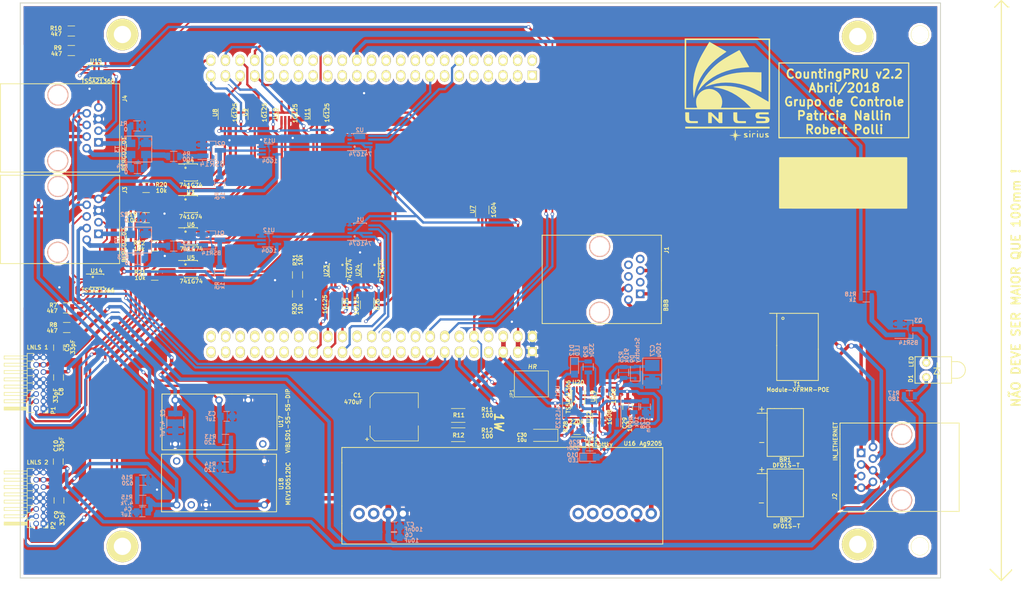
<source format=kicad_pcb>
(kicad_pcb (version 4) (host pcbnew 4.0.4+e1-6308~48~ubuntu15.10.1-stable)
  (layers (0 F.Cu signal) (31 B.Cu signal hide) (34 B.Paste user) (35 F.Paste user) (36 B.SilkS user) (37 F.SilkS user) (38 B.Mask user) (39 F.Mask user) (44 Edge.Cuts user))
  (net 0 "")
  (net 1 GND)
  (net 2 "Net-(Beagle1-PadC7)")
  (net 3 "Net-(Beagle1-PadC8)")
  (net 4 "Net-(Beagle1-PadC9)")
  (net 5 "Net-(Beagle1-PadC12)")
  (net 6 "Net-(Beagle1-PadC17)")
  (net 7 "Net-(Beagle1-PadC18)")
  (net 8 "Net-(Beagle1-PadC19)")
  (net 9 "Net-(Beagle1-PadC20)")
  (net 10 "Net-(Beagle1-PadC21)")
  (net 11 "Net-(Beagle1-PadC22)")
  (net 12 "Net-(Beagle1-PadC23)")
  (net 13 "Net-(Beagle1-PadC25)")
  (net 14 "Net-(Beagle1-PadC32)")
  (net 15 "Net-(Beagle1-PadC33)")
  (net 16 "Net-(Beagle1-PadC34)")
  (net 17 "Net-(Beagle1-PadC35)")
  (net 18 "Net-(Beagle1-PadC36)")
  (net 19 "Net-(Beagle1-PadC37)")
  (net 20 "Net-(Beagle1-PadC38)")
  (net 21 "Net-(Beagle1-PadC39)")
  (net 22 "Net-(Beagle1-PadC40)")
  (net 23 "Net-(Beagle1-PadC41)")
  (net 24 "Net-(Beagle1-PadC42)")
  (net 25 "Net-(Beagle1-PadC43)")
  (net 26 "Net-(Beagle1-PadC44)")
  (net 27 "Net-(Beagle1-PadB1)")
  (net 28 "Net-(Beagle1-PadB2)")
  (net 29 "Net-(Beagle1-PadB3)")
  (net 30 "Net-(Beagle1-PadB4)")
  (net 31 "Net-(Beagle1-PadB5)")
  (net 32 "Net-(Beagle1-PadB6)")
  (net 33 "Net-(Beagle1-PadB7)")
  (net 34 "Net-(Beagle1-PadB9)")
  (net 35 "Net-(Beagle1-PadB10)")
  (net 36 "Net-(Beagle1-PadB11)")
  (net 37 "Net-(Beagle1-PadB13)")
  (net 38 "Net-(Beagle1-PadB14)")
  (net 39 "Net-(Beagle1-PadB16)")
  (net 40 "Net-(Beagle1-PadB17)")
  (net 41 "Net-(Beagle1-PadB18)")
  (net 42 "Net-(Beagle1-PadB19)")
  (net 43 "Net-(Beagle1-PadB20)")
  (net 44 "Net-(Beagle1-PadB21)")
  (net 45 "Net-(Beagle1-PadB22)")
  (net 46 "Net-(Beagle1-PadB23)")
  (net 47 "Net-(Beagle1-PadB24)")
  (net 48 "Net-(Beagle1-PadB25)")
  (net 49 /CONTA_4)
  (net 50 "Net-(Beagle1-PadB30)")
  (net 51 "Net-(Beagle1-PadB31)")
  (net 52 "Net-(Beagle1-PadB32)")
  (net 53 "Net-(Beagle1-PadB33)")
  (net 54 "Net-(Beagle1-PadB34)")
  (net 55 "Net-(Beagle1-PadB35)")
  (net 56 "Net-(Beagle1-PadB36)")
  (net 57 "Net-(Beagle1-PadB37)")
  (net 58 "Net-(Beagle1-PadB38)")
  (net 59 /SINAL_5)
  (net 60 /SINAL_4)
  (net 61 /SINAL_3)
  (net 62 /CLEAR_1)
  (net 63 /CONTA_1)
  (net 64 "Net-(U1-Pad3)")
  (net 65 /CLEAR_3)
  (net 66 /CONTA_3)
  (net 67 "Net-(U2-Pad3)")
  (net 68 /CLEAR_5)
  (net 69 /CONTA_5)
  (net 70 "Net-(U3-Pad3)")
  (net 71 /CLEAR_2)
  (net 72 /CONTA_2)
  (net 73 "Net-(U4-Pad3)")
  (net 74 /CLEAR_4)
  (net 75 "Net-(U5-Pad3)")
  (net 76 "Net-(U6-Pad3)")
  (net 77 "Net-(Beagle1-PadB27)")
  (net 78 "Net-(Beagle1-PadB28)")
  (net 79 "Net-(Beagle1-PadB29)")
  (net 80 /CONTA_6)
  (net 81 /CLEAR_6)
  (net 82 /SINAL_6)
  (net 83 "Net-(Beagle1-PadC26)")
  (net 84 /SYS_RST)
  (net 85 "Net-(Beagle1-PadC45)")
  (net 86 "Net-(Beagle1-PadC46)")
  (net 87 /CONTA_6_BBB)
  (net 88 /CONTA_5_BBB)
  (net 89 /CONTA_4_BBB)
  (net 90 /CONTA_3_BBB)
  (net 91 +5V)
  (net 92 "Net-(Q1-Pad3)")
  (net 93 "Net-(Q2-Pad3)")
  (net 94 /~SYS_RST)
  (net 95 "Net-(R7-Pad2)")
  (net 96 "Net-(R8-Pad2)")
  (net 97 "Net-(R9-Pad2)")
  (net 98 "Net-(R10-Pad2)")
  (net 99 /CH1)
  (net 100 /CH3)
  (net 101 /CH2)
  (net 102 /CH4)
  (net 103 /Alimentação/VIN-)
  (net 104 /Alimentação/TDCT)
  (net 105 /Alimentação/VIN+)
  (net 106 /Alimentação/RDCT)
  (net 107 /BR2A)
  (net 108 /BR2B)
  (net 109 /TX+)
  (net 110 /TX-)
  (net 111 /RX+)
  (net 112 "Net-(J1-Pad4)")
  (net 113 "Net-(J1-Pad5)")
  (net 114 /RX-)
  (net 115 "Net-(J1-Pad7)")
  (net 116 "Net-(J1-Pad8)")
  (net 117 /TD1)
  (net 118 /TD2)
  (net 119 /RD1)
  (net 120 /RD2)
  (net 121 "Net-(Q1-Pad1)")
  (net 122 "Net-(Q2-Pad1)")
  (net 123 "Net-(R13-Pad2)")
  (net 124 "Net-(R15-Pad2)")
  (net 125 "Net-(U16-Pad3)")
  (net 126 "Net-(U16-Pad4)")
  (net 127 "Net-(U16-Pad5)")
  (net 128 "Net-(U16-Pad6)")
  (net 129 "Net-(U16-Pad10)")
  (net 130 "Net-(U16-Pad9)")
  (net 131 "Net-(U17-Pad7)")
  (net 132 "Net-(U18-Pad9)")
  (net 133 "Net-(U18-Pad7)")
  (net 134 "Net-(T1-Pad7)")
  (net 135 "Net-(T1-Pad2)")
  (net 136 "Net-(D1-Pad1)")
  (net 137 "Net-(D1-Pad2)")
  (net 138 "Net-(Q3-Pad1)")
  (net 139 /LED)
  (net 140 "Net-(R23-Pad1)")
  (net 141 "Net-(R24-Pad1)")
  (net 142 /GPIO_RST)
  (net 143 "Net-(C27-Pad1)")
  (net 144 /HardReset_BBB/RST_RST)
  (net 145 "Net-(D10-Pad1)")
  (net 146 "Net-(C30-Pad1)")
  (net 147 "Net-(D12-Pad1)")
  (net 148 /HardReset_BBB/HARD_RST)
  (net 149 "Net-(R26-Pad2)")
  (net 150 "Net-(R29-Pad2)")
  (net 151 "Net-(U20-Pad3)")
  (net 152 /HardReset_BBB/pontoRST)
  (net 153 "Net-(U20-Pad5)")
  (net 154 "Net-(U19-Pad4)")
  (net 155 /HardReset_BBB/pulsRST)
  (net 156 /HardReset_BBB/pulsoWAIT)
  (net 157 /Bergoz/D+_02)
  (net 158 /Bergoz/D-_02)
  (net 159 /Bergoz/BIN_02)
  (net 160 /Bergoz/AIN_02)
  (net 161 /Bergoz/D+_01)
  (net 162 /Bergoz/D-_01)
  (net 163 /Bergoz/BIN_01)
  (net 164 /Bergoz/AIN_01)
  (net 165 /SINAL_7)
  (net 166 /SINAL_8)
  (net 167 /Bergoz/SINAL_2)
  (net 168 /Bergoz/SINAL_1)
  (net 169 "Net-(U23-Pad3)")
  (net 170 /CONTA_7)
  (net 171 /CLEAR_7)
  (net 172 "Net-(U24-Pad3)")
  (net 173 /CONTA_8)
  (net 174 /CLEAR_8)
  (net 175 /CONTA_7_BBB)
  (net 176 /CONTA_8_BBB)
  (net 177 +24V)
  (net 178 +3.3V)
  (net 179 -5V)
  (net 180 "Net-(Beagle1-PadB8)")
  (net 181 "Net-(U20-Pad6)")
  (module Controle:module-xfrmr-poe (layer F.Cu) (at 171.95724 79.63084 270)
    (fp_text reference T1 (at 6.17036 5.5568 360) (layer F.SilkS) (effects (font (size 0.7 0.7))))
    (fp_text value Module-XFRMR-POE (at 7.13556 5.4044 360) (layer F.SilkS) (effects (font (size 0.7 0.7))))
    (pad 16 smd rect (at -4.65 1.225 270) (size 0.62 1.14) (layers F.Cu F.Paste F.Mask) (net 117 /TD1))
    (pad 15 smd rect (at -3.4 1.225 270) (size 0.62 1.14) (layers F.Cu F.Paste F.Mask) (net 104 /Alimentação/TDCT))
    (pad 14 smd rect (at -2.125 1.225 270) (size 0.62 1.14) (layers F.Cu F.Paste F.Mask) (net 118 /TD2))
    (pad 13 smd rect (at -0.85 1.225 270) (size 0.62 1.14) (layers F.Cu F.Paste F.Mask))
    (pad 12 smd rect (at 0.425 1.225 270) (size 0.62 1.14) (layers F.Cu F.Paste F.Mask))
    (pad 11 smd rect (at 1.7 1.225 270) (size 0.62 1.14) (layers F.Cu F.Paste F.Mask) (net 119 /RD1))
    (pad 10 smd rect (at 2.975 1.225 270) (size 0.62 1.14) (layers F.Cu F.Paste F.Mask) (net 106 /Alimentação/RDCT))
    (pad 9 smd rect (at 4.225 1.225 270) (size 0.62 1.14) (layers F.Cu F.Paste F.Mask) (net 120 /RD2))
    (pad 1 smd rect (at -4.675 9.75 270) (size 0.62 1.14) (layers F.Cu F.Paste F.Mask) (net 109 /TX+))
    (pad 7 smd rect (at 2.975 9.75 270) (size 0.62 1.14) (layers F.Cu F.Paste F.Mask) (net 134 "Net-(T1-Pad7)"))
    (pad 6 smd rect (at 1.7 9.75 270) (size 0.62 1.14) (layers F.Cu F.Paste F.Mask) (net 111 /RX+))
    (pad 5 smd rect (at 0.425 9.75 270) (size 0.62 1.14) (layers F.Cu F.Paste F.Mask))
    (pad 4 smd rect (at -0.825 9.75 270) (size 0.62 1.14) (layers F.Cu F.Paste F.Mask))
    (pad 3 smd rect (at -2.1 9.75 270) (size 0.62 1.14) (layers F.Cu F.Paste F.Mask) (net 110 /TX-))
    (pad 2 smd rect (at -3.425 9.75 270) (size 0.62 1.14) (layers F.Cu F.Paste F.Mask) (net 135 "Net-(T1-Pad2)"))
    (pad 8 smd rect (at 4.225 9.75 270) (size 0.62 1.14) (layers F.Cu F.Paste F.Mask) (net 114 /RX-))
  )
  (module Controle:RECT_BRIDGE (layer F.Cu) (at 161.2 108.85 90)
    (fp_text reference BR2 (at -0.624 3.21924 180) (layer F.SilkS) (effects (font (size 0.7 0.7))))
    (fp_text value DF01S-T (at -1.64 3.37164 180) (layer F.SilkS) (effects (font (size 0.7 0.7))))
    (fp_text user - (at 2.4765 -1.016 180) (layer F.SilkS))
    (fp_text user + (at 8.1915 -1.016 90) (layer F.SilkS))
    (pad 3 smd rect (at 1.6 -0.9 90) (size 1 1.9) (layers F.Cu F.Paste F.Mask) (net 103 /Alimentação/VIN-))
    (pad 4 smd rect (at 1.6 7.175 90) (size 1 1.9) (layers F.Cu F.Paste F.Mask) (net 107 /BR2A))
    (pad 1 smd rect (at 6.7 -0.875 90) (size 1 1.9) (layers F.Cu F.Paste F.Mask) (net 105 /Alimentação/VIN+))
    (pad 2 smd rect (at 6.7 7.175 90) (size 1 1.9) (layers F.Cu F.Paste F.Mask) (net 108 /BR2B))
  )
  (module Controle:RECT_BRIDGE (layer F.Cu) (at 161.2 98.35 90)
    (fp_text reference BR1 (at -0.6084 3.11764 180) (layer F.SilkS) (effects (font (size 0.7 0.7))))
    (fp_text value DF01S-T (at -1.5736 3.27004 180) (layer F.SilkS) (effects (font (size 0.7 0.7))))
    (fp_text user - (at 2.4765 -0.9525 180) (layer F.SilkS))
    (fp_text user + (at 8.1915 -1.016 90) (layer F.SilkS))
    (pad 3 smd rect (at 1.6 -0.9 90) (size 1 1.9) (layers F.Cu F.Paste F.Mask) (net 103 /Alimentação/VIN-))
    (pad 4 smd rect (at 1.6 7.175 90) (size 1 1.9) (layers F.Cu F.Paste F.Mask) (net 104 /Alimentação/TDCT))
    (pad 1 smd rect (at 6.7 -0.875 90) (size 1 1.9) (layers F.Cu F.Paste F.Mask) (net 105 /Alimentação/VIN+))
    (pad 2 smd rect (at 6.7 7.175 90) (size 1 1.9) (layers F.Cu F.Paste F.Mask) (net 106 /Alimentação/RDCT))
  )
  (module CONTROLE:VSSOP-8 (layer F.Cu) (at 128.35124 88.0872 90)
    (fp_text reference U20 (at 2.5908 0 180) (layer F.SilkS) (effects (font (size 0.7 0.7))))
    (fp_text value TS5A21366 (at 0.1016 -1.7272 90) (layer F.SilkS) (effects (font (size 0.7 0.7))))
    (pad 4 smd rect (at -1.55 0.75 90) (size 0.75 0.25) (layers F.Cu F.Paste F.Mask) (net 1 GND))
    (pad 3 smd rect (at -1.55 0.25 90) (size 0.75 0.25) (layers F.Cu F.Paste F.Mask) (net 151 "Net-(U20-Pad3)"))
    (pad 2 smd rect (at -1.55 -0.25 90) (size 0.75 0.25) (layers F.Cu F.Paste F.Mask) (net 1 GND))
    (pad 1 smd rect (at -1.55 -0.75 90) (size 0.75 0.25) (layers F.Cu F.Paste F.Mask) (net 148 /HardReset_BBB/HARD_RST))
    (pad 5 smd rect (at 1.55 0.75 90) (size 0.75 0.25) (layers F.Cu F.Paste F.Mask) (net 153 "Net-(U20-Pad5)"))
    (pad 6 smd rect (at 1.55 0.25 90) (size 0.75 0.25) (layers F.Cu F.Paste F.Mask) (net 181 "Net-(U20-Pad6)"))
    (pad 8 smd rect (at 1.55 -0.75 90) (size 0.75 0.25) (layers F.Cu F.Paste F.Mask) (net 91 +5V))
    (pad 7 smd rect (at 1.55 -0.25 90) (size 0.75 0.25) (layers F.Cu F.Paste F.Mask) (net 152 /HardReset_BBB/pontoRST))
  )
  (module Controle:VSSOP-8 (layer F.Cu) (at 44.59724 31.39084)
    (fp_text reference U15 (at -0.1168 -1.77444) (layer F.SilkS) (effects (font (size 0.7 0.7))))
    (fp_text value TS5A21366 (at 0.2388 1.73076) (layer F.SilkS) (effects (font (size 0.7 0.7))))
    (pad 4 smd rect (at -1.55 0.75) (size 0.75 0.25) (layers F.Cu F.Paste F.Mask) (net 1 GND))
    (pad 3 smd rect (at -1.55 0.25) (size 0.75 0.25) (layers F.Cu F.Paste F.Mask) (net 102 /CH4))
    (pad 2 smd rect (at -1.55 -0.25) (size 0.75 0.25) (layers F.Cu F.Paste F.Mask) (net 164 /Bergoz/AIN_01))
    (pad 1 smd rect (at -1.55 -0.75) (size 0.75 0.25) (layers F.Cu F.Paste F.Mask) (net 97 "Net-(R9-Pad2)"))
    (pad 5 smd rect (at 1.55 0.75) (size 0.75 0.25) (layers F.Cu F.Paste F.Mask) (net 98 "Net-(R10-Pad2)"))
    (pad 6 smd rect (at 1.55 0.25) (size 0.75 0.25) (layers F.Cu F.Paste F.Mask) (net 163 /Bergoz/BIN_01))
    (pad 8 smd rect (at 1.55 -0.75) (size 0.75 0.25) (layers F.Cu F.Paste F.Mask) (net 91 +5V))
    (pad 7 smd rect (at 1.55 -0.25) (size 0.75 0.25) (layers F.Cu F.Paste F.Mask) (net 100 /CH3))
  )
  (module Controle:VSSOP-8 (layer F.Cu) (at 44.7 67.8)
    (fp_text reference U14 (at -0.11796 -1.7092) (layer F.SilkS) (effects (font (size 0.7 0.7))))
    (fp_text value TS5A21366 (at 0.13604 1.6944) (layer F.SilkS) (effects (font (size 0.7 0.7))))
    (pad 4 smd rect (at -1.55 0.75) (size 0.75 0.25) (layers F.Cu F.Paste F.Mask) (net 1 GND))
    (pad 3 smd rect (at -1.55 0.25) (size 0.75 0.25) (layers F.Cu F.Paste F.Mask) (net 101 /CH2))
    (pad 2 smd rect (at -1.55 -0.25) (size 0.75 0.25) (layers F.Cu F.Paste F.Mask) (net 160 /Bergoz/AIN_02))
    (pad 1 smd rect (at -1.55 -0.75) (size 0.75 0.25) (layers F.Cu F.Paste F.Mask) (net 95 "Net-(R7-Pad2)"))
    (pad 5 smd rect (at 1.55 0.75) (size 0.75 0.25) (layers F.Cu F.Paste F.Mask) (net 96 "Net-(R8-Pad2)"))
    (pad 6 smd rect (at 1.55 0.25) (size 0.75 0.25) (layers F.Cu F.Paste F.Mask) (net 159 /Bergoz/BIN_02))
    (pad 8 smd rect (at 1.55 -0.75) (size 0.75 0.25) (layers F.Cu F.Paste F.Mask) (net 91 +5V))
    (pad 7 smd rect (at 1.55 -0.25) (size 0.75 0.25) (layers F.Cu F.Paste F.Mask) (net 99 /CH1))
  )
  (module Controle:TSSOP-8 (layer F.Cu) (at 60.99724 65.89084)
    (fp_text reference U5 (at -0.0068 -2.08604) (layer F.SilkS) (effects (font (size 0.7 0.7))))
    (fp_text value 741G74 (at 0.044 2.02876) (layer F.SilkS) (effects (font (size 0.7 0.7))))
    (pad 4 smd rect (at -1.8 0.975) (size 0.75 0.35) (layers F.Cu F.Paste F.Mask) (net 1 GND))
    (pad 3 smd rect (at -1.8 0.325) (size 0.75 0.35) (layers F.Cu F.Paste F.Mask) (net 75 "Net-(U5-Pad3)"))
    (pad 2 smd rect (at -1.8 -0.325) (size 0.75 0.35) (layers F.Cu F.Paste F.Mask) (net 178 +3.3V))
    (pad 1 smd rect (at -1.8 -0.975) (size 0.75 0.35) (layers F.Cu F.Paste F.Mask) (net 59 /SINAL_5))
    (pad 5 smd rect (at 1.8 0.975) (size 0.75 0.35) (layers F.Cu F.Paste F.Mask) (net 69 /CONTA_5))
    (pad 6 smd rect (at 1.8 0.325) (size 0.75 0.35) (layers F.Cu F.Paste F.Mask) (net 68 /CLEAR_5))
    (pad 8 smd rect (at 1.8 -0.975) (size 0.75 0.35) (layers F.Cu F.Paste F.Mask) (net 178 +3.3V))
    (pad 7 smd rect (at 1.8 -0.325) (size 0.75 0.35) (layers F.Cu F.Paste F.Mask) (net 178 +3.3V))
  )
  (module Controle:TSSOP-8 (layer F.Cu) (at 60.99724 60.19084)
    (fp_text reference U6 (at -0.0068 -2.12644) (layer F.SilkS) (effects (font (size 0.7 0.7))))
    (fp_text value 741G74 (at 0.0948 2.08996) (layer F.SilkS) (effects (font (size 0.7 0.7))))
    (pad 4 smd rect (at -1.8 0.975) (size 0.75 0.35) (layers F.Cu F.Paste F.Mask) (net 1 GND))
    (pad 3 smd rect (at -1.8 0.325) (size 0.75 0.35) (layers F.Cu F.Paste F.Mask) (net 76 "Net-(U6-Pad3)"))
    (pad 2 smd rect (at -1.8 -0.325) (size 0.75 0.35) (layers F.Cu F.Paste F.Mask) (net 178 +3.3V))
    (pad 1 smd rect (at -1.8 -0.975) (size 0.75 0.35) (layers F.Cu F.Paste F.Mask) (net 82 /SINAL_6))
    (pad 5 smd rect (at 1.8 0.975) (size 0.75 0.35) (layers F.Cu F.Paste F.Mask) (net 80 /CONTA_6))
    (pad 6 smd rect (at 1.8 0.325) (size 0.75 0.35) (layers F.Cu F.Paste F.Mask) (net 81 /CLEAR_6))
    (pad 8 smd rect (at 1.8 -0.975) (size 0.75 0.35) (layers F.Cu F.Paste F.Mask) (net 178 +3.3V))
    (pad 7 smd rect (at 1.8 -0.325) (size 0.75 0.35) (layers F.Cu F.Paste F.Mask) (net 178 +3.3V))
  )
  (module Controle:TSSOP-8 (layer F.Cu) (at 60.99724 54.59084)
    (fp_text reference U3 (at -0.0576 -2.11444) (layer F.SilkS) (effects (font (size 0.7 0.7))))
    (fp_text value 741G74 (at -0.0576 2.10196) (layer F.SilkS) (effects (font (size 0.7 0.7))))
    (pad 4 smd rect (at -1.8 0.975) (size 0.75 0.35) (layers F.Cu F.Paste F.Mask) (net 1 GND))
    (pad 3 smd rect (at -1.8 0.325) (size 0.75 0.35) (layers F.Cu F.Paste F.Mask) (net 70 "Net-(U3-Pad3)"))
    (pad 2 smd rect (at -1.8 -0.325) (size 0.75 0.35) (layers F.Cu F.Paste F.Mask) (net 178 +3.3V))
    (pad 1 smd rect (at -1.8 -0.975) (size 0.75 0.35) (layers F.Cu F.Paste F.Mask) (net 61 /SINAL_3))
    (pad 5 smd rect (at 1.8 0.975) (size 0.75 0.35) (layers F.Cu F.Paste F.Mask) (net 66 /CONTA_3))
    (pad 6 smd rect (at 1.8 0.325) (size 0.75 0.35) (layers F.Cu F.Paste F.Mask) (net 65 /CLEAR_3))
    (pad 8 smd rect (at 1.8 -0.975) (size 0.75 0.35) (layers F.Cu F.Paste F.Mask) (net 178 +3.3V))
    (pad 7 smd rect (at 1.8 -0.325) (size 0.75 0.35) (layers F.Cu F.Paste F.Mask) (net 178 +3.3V))
  )
  (module Controle:TSSOP-8 (layer F.Cu) (at 60.99724 49.09084)
    (fp_text reference U4 (at -0.1592 -2.15164) (layer F.SilkS) (effects (font (size 0.7 0.7))))
    (fp_text value 741G74 (at -0.0068 2.11556) (layer F.SilkS) (effects (font (size 0.7 0.7))))
    (pad 4 smd rect (at -1.8 0.975) (size 0.75 0.35) (layers F.Cu F.Paste F.Mask) (net 1 GND))
    (pad 3 smd rect (at -1.8 0.325) (size 0.75 0.35) (layers F.Cu F.Paste F.Mask) (net 73 "Net-(U4-Pad3)"))
    (pad 2 smd rect (at -1.8 -0.325) (size 0.75 0.35) (layers F.Cu F.Paste F.Mask) (net 178 +3.3V))
    (pad 1 smd rect (at -1.8 -0.975) (size 0.75 0.35) (layers F.Cu F.Paste F.Mask) (net 60 /SINAL_4))
    (pad 5 smd rect (at 1.8 0.975) (size 0.75 0.35) (layers F.Cu F.Paste F.Mask) (net 49 /CONTA_4))
    (pad 6 smd rect (at 1.8 0.325) (size 0.75 0.35) (layers F.Cu F.Paste F.Mask) (net 74 /CLEAR_4))
    (pad 8 smd rect (at 1.8 -0.975) (size 0.75 0.35) (layers F.Cu F.Paste F.Mask) (net 178 +3.3V))
    (pad 7 smd rect (at 1.8 -0.325) (size 0.75 0.35) (layers F.Cu F.Paste F.Mask) (net 178 +3.3V))
  )
  (module CONTROLE:TSSOP-8 (layer F.Cu) (at 86.42524 66 270)
    (fp_text reference U23 (at 0.0908 1.9144 270) (layer F.SilkS) (effects (font (size 0.7 0.7))))
    (fp_text value 741G74 (at 0.04 -2.2004 270) (layer F.SilkS) (effects (font (size 0.7 0.7))))
    (pad 4 smd rect (at -1.8 0.975 270) (size 0.75 0.35) (layers F.Cu F.Paste F.Mask) (net 1 GND))
    (pad 3 smd rect (at -1.8 0.325 270) (size 0.75 0.35) (layers F.Cu F.Paste F.Mask) (net 169 "Net-(U23-Pad3)"))
    (pad 2 smd rect (at -1.8 -0.325 270) (size 0.75 0.35) (layers F.Cu F.Paste F.Mask) (net 178 +3.3V))
    (pad 1 smd rect (at -1.8 -0.975 270) (size 0.75 0.35) (layers F.Cu F.Paste F.Mask) (net 165 /SINAL_7))
    (pad 5 smd rect (at 1.8 0.975 270) (size 0.75 0.35) (layers F.Cu F.Paste F.Mask) (net 170 /CONTA_7))
    (pad 6 smd rect (at 1.8 0.325 270) (size 0.75 0.35) (layers F.Cu F.Paste F.Mask) (net 171 /CLEAR_7))
    (pad 8 smd rect (at 1.8 -0.975 270) (size 0.75 0.35) (layers F.Cu F.Paste F.Mask) (net 178 +3.3V))
    (pad 7 smd rect (at 1.8 -0.325 270) (size 0.75 0.35) (layers F.Cu F.Paste F.Mask) (net 178 +3.3V))
  )
  (module CONTROLE:TSSOP-8 (layer F.Cu) (at 92 66 270)
    (fp_text reference U24 (at 0.0146 1.95196 270) (layer F.SilkS) (effects (font (size 0.7 0.7))))
    (fp_text value 741G74 (at 0.04 -2.21364 270) (layer F.SilkS) (effects (font (size 0.7 0.7))))
    (pad 4 smd rect (at -1.8 0.975 270) (size 0.75 0.35) (layers F.Cu F.Paste F.Mask) (net 1 GND))
    (pad 3 smd rect (at -1.8 0.325 270) (size 0.75 0.35) (layers F.Cu F.Paste F.Mask) (net 172 "Net-(U24-Pad3)"))
    (pad 2 smd rect (at -1.8 -0.325 270) (size 0.75 0.35) (layers F.Cu F.Paste F.Mask) (net 178 +3.3V))
    (pad 1 smd rect (at -1.8 -0.975 270) (size 0.75 0.35) (layers F.Cu F.Paste F.Mask) (net 166 /SINAL_8))
    (pad 5 smd rect (at 1.8 0.975 270) (size 0.75 0.35) (layers F.Cu F.Paste F.Mask) (net 173 /CONTA_8))
    (pad 6 smd rect (at 1.8 0.325 270) (size 0.75 0.35) (layers F.Cu F.Paste F.Mask) (net 174 /CLEAR_8))
    (pad 8 smd rect (at 1.8 -0.975 270) (size 0.75 0.35) (layers F.Cu F.Paste F.Mask) (net 178 +3.3V))
    (pad 7 smd rect (at 1.8 -0.325 270) (size 0.75 0.35) (layers F.Cu F.Paste F.Mask) (net 178 +3.3V))
  )
  (module Controle:TSSOP-8 (layer B.Cu) (at 90.39724 59.19084)
    (fp_text reference U1 (at 0.0064 -1.99004) (layer B.SilkS) (effects (font (size 0.7 0.7)) (justify mirror)))
    (fp_text value 741G74 (at 0.0572 2.17556) (layer B.SilkS) (effects (font (size 0.7 0.7)) (justify mirror)))
    (pad 4 smd rect (at -1.8 -0.975) (size 0.75 0.35) (layers B.Cu B.Paste B.Mask) (net 1 GND))
    (pad 3 smd rect (at -1.8 -0.325) (size 0.75 0.35) (layers B.Cu B.Paste B.Mask) (net 64 "Net-(U1-Pad3)"))
    (pad 2 smd rect (at -1.8 0.325) (size 0.75 0.35) (layers B.Cu B.Paste B.Mask) (net 178 +3.3V))
    (pad 1 smd rect (at -1.8 0.975) (size 0.75 0.35) (layers B.Cu B.Paste B.Mask) (net 167 /Bergoz/SINAL_2))
    (pad 5 smd rect (at 1.8 -0.975) (size 0.75 0.35) (layers B.Cu B.Paste B.Mask) (net 72 /CONTA_2))
    (pad 6 smd rect (at 1.8 -0.325) (size 0.75 0.35) (layers B.Cu B.Paste B.Mask) (net 71 /CLEAR_2))
    (pad 8 smd rect (at 1.8 0.975) (size 0.75 0.35) (layers B.Cu B.Paste B.Mask) (net 178 +3.3V))
    (pad 7 smd rect (at 1.8 0.325) (size 0.75 0.35) (layers B.Cu B.Paste B.Mask) (net 178 +3.3V))
  )
  (module Controle:TSSOP-8 (layer B.Cu) (at 90.39724 43.59084)
    (fp_text reference U2 (at -0.0444 -1.98164) (layer B.SilkS) (effects (font (size 0.7 0.7)) (justify mirror)))
    (fp_text value 741G74 (at 0.0572 2.22676) (layer B.SilkS) (effects (font (size 0.7 0.7)) (justify mirror)))
    (pad 4 smd rect (at -1.8 -0.975) (size 0.75 0.35) (layers B.Cu B.Paste B.Mask) (net 1 GND))
    (pad 3 smd rect (at -1.8 -0.325) (size 0.75 0.35) (layers B.Cu B.Paste B.Mask) (net 67 "Net-(U2-Pad3)"))
    (pad 2 smd rect (at -1.8 0.325) (size 0.75 0.35) (layers B.Cu B.Paste B.Mask) (net 178 +3.3V))
    (pad 1 smd rect (at -1.8 0.975) (size 0.75 0.35) (layers B.Cu B.Paste B.Mask) (net 168 /Bergoz/SINAL_1))
    (pad 5 smd rect (at 1.8 -0.975) (size 0.75 0.35) (layers B.Cu B.Paste B.Mask) (net 63 /CONTA_1))
    (pad 6 smd rect (at 1.8 -0.325) (size 0.75 0.35) (layers B.Cu B.Paste B.Mask) (net 62 /CLEAR_1))
    (pad 8 smd rect (at 1.8 0.975) (size 0.75 0.35) (layers B.Cu B.Paste B.Mask) (net 178 +3.3V))
    (pad 7 smd rect (at 1.8 0.325) (size 0.75 0.35) (layers B.Cu B.Paste B.Mask) (net 178 +3.3V))
  )
  (module TO_SOT_Packages_SMD:SOT-353_SC-70-5_Handsoldering (layer F.Cu) (at 66.9 38.6 90)
    (fp_text reference U8 (at -0.008 -1.69316 270) (layer F.SilkS) (effects (font (size 0.7 0.7))))
    (fp_text value 1G125 (at 0.0428 1.76124 90) (layer F.SilkS) (effects (font (size 0.7 0.7))))
    (pad 1 smd rect (at -1.33 -0.65 90) (size 1.5 0.4) (layers F.Cu F.Paste F.Mask) (net 94 /~SYS_RST))
    (pad 2 smd rect (at -1.33 0 90) (size 1.5 0.4) (layers F.Cu F.Paste F.Mask) (net 49 /CONTA_4))
    (pad 3 smd rect (at -1.33 0.65 90) (size 1.5 0.4) (layers F.Cu F.Paste F.Mask) (net 1 GND))
    (pad 4 smd rect (at 1.33 0.65 90) (size 1.5 0.4) (layers F.Cu F.Paste F.Mask) (net 89 /CONTA_4_BBB))
    (pad 5 smd rect (at 1.33 -0.65 90) (size 1.5 0.4) (layers F.Cu F.Paste F.Mask) (net 178 +3.3V))
  )
  (module Controle:Trafo_murata_SMD (layer B.Cu) (at 47.65 61.8 270)
    (fp_text reference T2 (at -1 -0.5 270) (layer B.SilkS) (effects (font (size 0.7 0.7)) (justify mirror)))
    (fp_text value CMC hide)
    (pad 2 smd rect (at -2.05 -2.8 270) (size 1.3 1.7) (layers B.Cu B.Paste B.Mask) (net 158 /Bergoz/D-_02))
    (pad 1 smd rect (at -0.1 -2.8 270) (size 1.3 1.7) (layers B.Cu B.Paste B.Mask) (net 157 /Bergoz/D+_02))
    (pad 4 smd rect (at -0.1 -5.5 270) (size 1.3 1.7) (layers B.Cu B.Paste B.Mask) (net 140 "Net-(R23-Pad1)"))
    (pad 3 smd rect (at -2.05 -5.5 270) (size 1.3 1.7) (layers B.Cu B.Paste B.Mask) (net 1 GND))
  )
  (module Controle:Trafo_murata_SMD (layer B.Cu) (at 47.68084 45.974 270)
    (fp_text reference T3 (at -1 -0.5 270) (layer B.SilkS) (effects (font (size 0.7 0.7)) (justify mirror)))
    (fp_text value CMC hide)
    (pad 2 smd rect (at -2.05 -2.8 270) (size 1.3 1.7) (layers B.Cu B.Paste B.Mask) (net 162 /Bergoz/D-_01))
    (pad 1 smd rect (at -0.1 -2.8 270) (size 1.3 1.7) (layers B.Cu B.Paste B.Mask) (net 161 /Bergoz/D+_01))
    (pad 4 smd rect (at -0.1 -5.5 270) (size 1.3 1.7) (layers B.Cu B.Paste B.Mask) (net 141 "Net-(R24-Pad1)"))
    (pad 3 smd rect (at -2.05 -5.5 270) (size 1.3 1.7) (layers B.Cu B.Paste B.Mask) (net 1 GND))
  )
  (module Pin_Headers:Pin_Header_Angled_2x08_Pitch1.27mm (layer F.Cu) (at 35.35724 110.04084 180)
    (fp_text reference P2 (at -1.7064 -0.32956 270) (layer F.SilkS) (effects (font (size 0.7 0.7))))
    (fp_text value "LNLS 2" (at 1.0368 10.64324 180) (layer F.SilkS) (effects (font (size 0.7 0.7))))
    (pad 1 thru_hole rect (at 0 0 180) (size 1 1) (drill 0.65) (layers *.Cu *.Mask) (net 1 GND))
    (pad 2 thru_hole oval (at 1.27 0 180) (size 1 1) (drill 0.65) (layers *.Cu *.Mask) (net 82 /SINAL_6))
    (pad 3 thru_hole oval (at 0 1.27 180) (size 1 1) (drill 0.65) (layers *.Cu *.Mask) (net 1 GND))
    (pad 4 thru_hole oval (at 1.27 1.27 180) (size 1 1) (drill 0.65) (layers *.Cu *.Mask) (net 165 /SINAL_7))
    (pad 5 thru_hole oval (at 0 2.54 180) (size 1 1) (drill 0.65) (layers *.Cu *.Mask) (net 1 GND))
    (pad 6 thru_hole oval (at 1.27 2.54 180) (size 1 1) (drill 0.65) (layers *.Cu *.Mask) (net 166 /SINAL_8))
    (pad 7 thru_hole oval (at 0 3.81 180) (size 1 1) (drill 0.65) (layers *.Cu *.Mask) (net 1 GND))
    (pad 8 thru_hole oval (at 1.27 3.81 180) (size 1 1) (drill 0.65) (layers *.Cu *.Mask) (net 1 GND))
    (pad 9 thru_hole oval (at 0 5.08 180) (size 1 1) (drill 0.65) (layers *.Cu *.Mask) (net 1 GND))
    (pad 10 thru_hole oval (at 1.27 5.08 180) (size 1 1) (drill 0.65) (layers *.Cu *.Mask) (net 1 GND))
    (pad 11 thru_hole oval (at 0 6.35 180) (size 1 1) (drill 0.65) (layers *.Cu *.Mask) (net 177 +24V))
    (pad 12 thru_hole oval (at 1.27 6.35 180) (size 1 1) (drill 0.65) (layers *.Cu *.Mask) (net 1 GND))
    (pad 13 thru_hole oval (at 0 7.62 180) (size 1 1) (drill 0.65) (layers *.Cu *.Mask) (net 91 +5V))
    (pad 14 thru_hole oval (at 1.27 7.62 180) (size 1 1) (drill 0.65) (layers *.Cu *.Mask) (net 91 +5V))
    (pad 15 thru_hole oval (at 0 8.89 180) (size 1 1) (drill 0.65) (layers *.Cu *.Mask) (net 1 GND))
    (pad 16 thru_hole oval (at 1.27 8.89 180) (size 1 1) (drill 0.65) (layers *.Cu *.Mask) (net 1 GND))
  )
  (module Capacitors_SMD:C_0805 (layer F.Cu) (at 37.97804 84.63 270)
    (fp_text reference C8 (at 2.4892 -0.4572 270) (layer F.SilkS) (effects (font (size 0.7 0.7))))
    (fp_text value 33pF (at 3.1496 0.508 270) (layer F.SilkS) (effects (font (size 0.7 0.7))))
    (pad 1 smd rect (at -1 0 270) (size 1 1.25) (layers F.Cu F.Paste F.Mask) (net 177 +24V))
    (pad 2 smd rect (at 1 0 270) (size 1 1.25) (layers F.Cu F.Paste F.Mask) (net 1 GND))
  )
  (module Controle:RJ45-STEWART (layer F.Cu) (at 178.25724 104.44084 90)
    (fp_text reference J2 (at -0.90916 -5.30724 90) (layer F.SilkS) (effects (font (size 0.7 0.7))))
    (fp_text value IN_ETHERNET (at 8.68284 -5.202 90) (layer F.SilkS) (effects (font (size 0.7 0.7))))
    (pad "" np_thru_hole circle (at 9.905 6.35 90) (size 3.65 3.65) (drill 3.25) (layers *.Cu *.SilkS *.Mask))
    (pad "" np_thru_hole circle (at -1.525 6.325 90) (size 3.65 3.65) (drill 3.25) (layers *.Cu *.SilkS *.Mask))
    (pad 2 thru_hole circle (at 7.725 1.325 90) (size 1.5 1.5) (drill 0.9) (layers *.Cu *.Mask) (net 118 /TD2))
    (pad 1 thru_hole rect (at 6.7 -0.725 90) (size 1.5 1.5) (drill 0.9) (layers *.Cu *.Mask) (net 117 /TD1))
    (pad 3 thru_hole circle (at 5.7 1.325 90) (size 1.5 1.5) (drill 0.9) (layers *.Cu *.Mask) (net 119 /RD1))
    (pad 5 thru_hole circle (at 4.675 -0.725 90) (size 1.5 1.5) (drill 0.9) (layers *.Cu *.Mask) (net 107 /BR2A))
    (pad 4 thru_hole circle (at 3.675 1.325 90) (size 1.5 1.5) (drill 0.9) (layers *.Cu *.Mask) (net 107 /BR2A))
    (pad 6 thru_hole circle (at 2.65 -0.725 90) (size 1.5 1.5) (drill 0.9) (layers *.Cu *.Mask) (net 120 /RD2))
    (pad 8 thru_hole circle (at 1.65 1.325 90) (size 1.5 1.5) (drill 0.9) (layers *.Cu *.Mask) (net 108 /BR2B))
    (pad 7 thru_hole circle (at 0.635 -0.715 90) (size 1.5 1.5) (drill 0.9) (layers *.Cu *.Mask) (net 108 /BR2B))
  )
  (module CONTROLE:Eurocard_template (layer F.Cu) (at 191.3282 119.501 180)
    (fp_text reference " " hide)
    (fp_text value C64AC)
    (pad 1 thru_hole circle (at 14.3891 94.158 180) (size 5.5 5.5) (drill 3) (layers *.Cu *.Mask F.SilkS))
    (pad 0 thru_hole circle (at 142.24 94.5 180) (size 5.5 5.5) (drill 3) (layers *.Cu *.Mask F.SilkS))
    (pad 0 thru_hole circle (at 142.24 5.5 180) (size 5.5 5.5) (drill 3) (layers *.Cu *.Mask F.SilkS))
    (pad 0 thru_hole circle (at 3.57 5.5 180) (size 3 3) (drill 3) (layers *.Cu *.Mask F.SilkS))
    (pad 0 thru_hole circle (at 3.57 94.5 180) (size 3 3) (drill 3) (layers *.Cu *.Mask F.SilkS))
    (pad 1 thru_hole circle (at 14.3891 5.842 180) (size 5.5 5.5) (drill 3) (layers *.Cu *.Mask F.SilkS))
  )
  (module Controle:9200-Silvertel (layer F.Cu) (at 113.83724 114.60084 180)
    (fp_text reference U16 (at -23.4548 18.48724 180) (layer F.SilkS) (effects (font (size 0.7 0.7))))
    (fp_text value Ag9205 (at -27.1124 18.48724 180) (layer F.SilkS) (effects (font (size 0.7 0.7))))
    (pad 1 thru_hole circle (at -27.2 6.3 180) (size 2 2) (drill 1.1) (layers *.Cu *.Mask) (net 105 /Alimentação/VIN+))
    (pad 2 thru_hole circle (at -24.66 6.3 180) (size 2 2) (drill 1.1) (layers *.Cu *.Mask) (net 103 /Alimentação/VIN-))
    (pad 3 thru_hole circle (at -22.12 6.3 180) (size 2 2) (drill 1.1) (layers *.Cu *.Mask) (net 125 "Net-(U16-Pad3)"))
    (pad 4 thru_hole circle (at -19.58 6.3 180) (size 2 2) (drill 1.1) (layers *.Cu *.Mask) (net 126 "Net-(U16-Pad4)"))
    (pad 5 thru_hole circle (at -17.04 6.3 180) (size 2 2) (drill 1.1) (layers *.Cu *.Mask) (net 127 "Net-(U16-Pad5)"))
    (pad 6 thru_hole circle (at -14.5 6.3 180) (size 2 2) (drill 1.1) (layers *.Cu *.Mask) (net 128 "Net-(U16-Pad6)"))
    (pad 10 thru_hole circle (at 23.6 6.3 180) (size 2 2) (drill 1.1) (layers *.Cu *.Mask) (net 129 "Net-(U16-Pad10)"))
    (pad 9 thru_hole circle (at 21.06 6.3 180) (size 2 2) (drill 1.1) (layers *.Cu *.Mask) (net 130 "Net-(U16-Pad9)"))
    (pad 8 thru_hole circle (at 18.52 6.3 180) (size 2 2) (drill 1.1) (layers *.Cu *.Mask) (net 91 +5V))
    (pad 7 thru_hole circle (at 15.98 6.3 180) (size 2 2) (drill 1.1) (layers *.Cu *.Mask) (net 1 GND))
  )
  (module Controle:VIBLSD1-DIP (layer F.Cu) (at 65.95724 85.97084)
    (fp_text reference U17 (at 10.6796 6.33276 90) (layer F.SilkS) (effects (font (size 0.7 0.7))))
    (fp_text value VIBLSD1-S5-S5-DIP (at 11.8988 6.23116 90) (layer F.SilkS) (effects (font (size 0.7 0.7))))
    (pad 7 thru_hole circle (at 7.54 10.22) (size 1.3 1.3) (drill 0.8) (layers *.Cu *.Mask) (net 131 "Net-(U17-Pad7)"))
    (pad 9 thru_hole circle (at 5 2.6) (size 1.3 1.3) (drill 0.8) (layers *.Cu *.Mask) (net 1 GND))
    (pad 11 thru_hole circle (at -0.08 2.6) (size 1.3 1.3) (drill 0.8) (layers *.Cu *.Mask) (net 179 -5V))
    (pad 1 thru_hole circle (at -7.7 10.22) (size 1.3 1.3) (drill 0.8) (layers *.Cu *.Mask) (net 1 GND))
    (pad 14 thru_hole circle (at -7.7 2.6) (size 1.3 1.3) (drill 0.8) (layers *.Cu *.Mask) (net 91 +5V))
  )
  (module Controle:MEV1D0512DC (layer F.Cu) (at 65.95724 103.16084 180)
    (fp_text reference U18 (at -10.7304 0.03684 270) (layer F.SilkS) (effects (font (size 0.7 0.7))))
    (fp_text value MEV1D0512DC (at -11.9496 0.03684 270) (layer F.SilkS) (effects (font (size 0.7 0.7))))
    (pad 8 thru_hole circle (at 7.44 -3.62 180) (size 1.3 1.3) (drill 0.8) (layers *.Cu *.Mask) (net 177 +24V))
    (pad 9 thru_hole circle (at 4.9 -3.62 180) (size 1.3 1.3) (drill 0.8) (layers *.Cu *.Mask) (net 132 "Net-(U18-Pad9)"))
    (pad 10 thru_hole circle (at 2.36 -3.62 180) (size 1.3 1.3) (drill 0.8) (layers *.Cu *.Mask) (net 1 GND))
    (pad 14 thru_hole circle (at -7.8 -3.62 180) (size 1.3 1.3) (drill 0.8) (layers *.Cu *.Mask) (net 91 +5V))
    (pad 1 thru_hole circle (at -7.8 4 180) (size 1.3 1.3) (drill 0.8) (layers *.Cu *.Mask) (net 1 GND) (thermal_gap 0.1))
    (pad 7 thru_hole circle (at 7.44 4 180) (size 1.3 1.3) (drill 0.8) (layers *.Cu *.Mask) (net 133 "Net-(U18-Pad7)"))
  )
  (module Pin_Headers:Pin_Header_Angled_2x08_Pitch1.27mm (layer F.Cu) (at 35.35724 90.04084 180)
    (fp_text reference P1 (at -1.7064 -0.32956 270) (layer F.SilkS) (effects (font (size 0.7 0.7))))
    (fp_text value "LNLS 1" (at 1.0368 10.64324 180) (layer F.SilkS) (effects (font (size 0.7 0.7))))
    (pad 1 thru_hole rect (at 0 0 180) (size 1 1) (drill 0.65) (layers *.Cu *.Mask) (net 1 GND))
    (pad 2 thru_hole oval (at 1.27 0 180) (size 1 1) (drill 0.65) (layers *.Cu *.Mask) (net 61 /SINAL_3))
    (pad 3 thru_hole oval (at 0 1.27 180) (size 1 1) (drill 0.65) (layers *.Cu *.Mask) (net 1 GND))
    (pad 4 thru_hole oval (at 1.27 1.27 180) (size 1 1) (drill 0.65) (layers *.Cu *.Mask) (net 60 /SINAL_4))
    (pad 5 thru_hole oval (at 0 2.54 180) (size 1 1) (drill 0.65) (layers *.Cu *.Mask) (net 1 GND))
    (pad 6 thru_hole oval (at 1.27 2.54 180) (size 1 1) (drill 0.65) (layers *.Cu *.Mask) (net 59 /SINAL_5))
    (pad 7 thru_hole oval (at 0 3.81 180) (size 1 1) (drill 0.65) (layers *.Cu *.Mask) (net 1 GND))
    (pad 8 thru_hole oval (at 1.27 3.81 180) (size 1 1) (drill 0.65) (layers *.Cu *.Mask) (net 1 GND))
    (pad 9 thru_hole oval (at 0 5.08 180) (size 1 1) (drill 0.65) (layers *.Cu *.Mask) (net 1 GND))
    (pad 10 thru_hole oval (at 1.27 5.08 180) (size 1 1) (drill 0.65) (layers *.Cu *.Mask) (net 1 GND))
    (pad 11 thru_hole oval (at 0 6.35 180) (size 1 1) (drill 0.65) (layers *.Cu *.Mask) (net 177 +24V))
    (pad 12 thru_hole oval (at 1.27 6.35 180) (size 1 1) (drill 0.65) (layers *.Cu *.Mask) (net 1 GND))
    (pad 13 thru_hole oval (at 0 7.62 180) (size 1 1) (drill 0.65) (layers *.Cu *.Mask) (net 91 +5V))
    (pad 14 thru_hole oval (at 1.27 7.62 180) (size 1 1) (drill 0.65) (layers *.Cu *.Mask) (net 91 +5V))
    (pad 15 thru_hole oval (at 0 8.89 180) (size 1 1) (drill 0.65) (layers *.Cu *.Mask) (net 1 GND))
    (pad 16 thru_hole oval (at 1.27 8.89 180) (size 1 1) (drill 0.65) (layers *.Cu *.Mask) (net 1 GND))
  )
  (module Controle:LED_para_painel_KINGBRIGHT (layer F.Cu) (at 188.85724 83.33084 90)
    (fp_text reference D1 (at -1.50516 -2.6956 270) (layer F.SilkS) (effects (font (size 0.7 0.7))))
    (fp_text value LED (at 1.44124 -2.594 90) (layer F.SilkS) (effects (font (size 0.7 0.7))))
    (pad 1 thru_hole circle (at 1.27 0 90) (size 1.4 1.4) (drill 0.8) (layers *.Cu *.Mask F.SilkS) (net 136 "Net-(D1-Pad1)"))
    (pad 2 thru_hole circle (at -1.27 0 90) (size 1.4 1.4) (drill 0.8) (layers *.Cu *.Mask F.SilkS) (net 137 "Net-(D1-Pad2)"))
  )
  (module TO_SOT_Packages_SMD:SOT-353_SC-70-5_Handsoldering (layer F.Cu) (at 111.65 55.5 90)
    (fp_text reference U7 (at 0.0772 -1.68836 270) (layer F.SilkS) (effects (font (size 0.7 0.7))))
    (fp_text value 1G04 (at 0 2 90) (layer F.SilkS) (effects (font (size 0.7 0.7))))
    (pad 1 smd rect (at -1.33 -0.65 90) (size 1.5 0.4) (layers F.Cu F.Paste F.Mask))
    (pad 2 smd rect (at -1.33 0 90) (size 1.5 0.4) (layers F.Cu F.Paste F.Mask) (net 84 /SYS_RST))
    (pad 3 smd rect (at -1.33 0.65 90) (size 1.5 0.4) (layers F.Cu F.Paste F.Mask) (net 1 GND))
    (pad 4 smd rect (at 1.33 0.65 90) (size 1.5 0.4) (layers F.Cu F.Paste F.Mask) (net 94 /~SYS_RST))
    (pad 5 smd rect (at 1.33 -0.65 90) (size 1.5 0.4) (layers F.Cu F.Paste F.Mask) (net 178 +3.3V))
  )
  (module TO_SOT_Packages_SMD:SOT-353_SC-70-5_Handsoldering (layer F.Cu) (at 72.09724 38.59084 90)
    (fp_text reference U9 (at 0.03364 -1.658 270) (layer F.SilkS) (effects (font (size 0.7 0.7))))
    (fp_text value 1G125 (at 0.03364 1.6948 90) (layer F.SilkS) (effects (font (size 0.7 0.7))))
    (pad 1 smd rect (at -1.33 -0.65 90) (size 1.5 0.4) (layers F.Cu F.Paste F.Mask) (net 94 /~SYS_RST))
    (pad 2 smd rect (at -1.33 0 90) (size 1.5 0.4) (layers F.Cu F.Paste F.Mask) (net 66 /CONTA_3))
    (pad 3 smd rect (at -1.33 0.65 90) (size 1.5 0.4) (layers F.Cu F.Paste F.Mask) (net 1 GND))
    (pad 4 smd rect (at 1.33 0.65 90) (size 1.5 0.4) (layers F.Cu F.Paste F.Mask) (net 90 /CONTA_3_BBB))
    (pad 5 smd rect (at 1.33 -0.65 90) (size 1.5 0.4) (layers F.Cu F.Paste F.Mask) (net 178 +3.3V))
  )
  (module TO_SOT_Packages_SMD:SOT-353_SC-70-5_Handsoldering (layer F.Cu) (at 77.39724 38.59084 90)
    (fp_text reference U10 (at -0.16956 -1.7256 270) (layer F.SilkS) (effects (font (size 0.7 0.7))))
    (fp_text value 1G125 (at -0.11876 1.7288 90) (layer F.SilkS) (effects (font (size 0.7 0.7))))
    (pad 1 smd rect (at -1.33 -0.65 90) (size 1.5 0.4) (layers F.Cu F.Paste F.Mask) (net 94 /~SYS_RST))
    (pad 2 smd rect (at -1.33 0 90) (size 1.5 0.4) (layers F.Cu F.Paste F.Mask) (net 80 /CONTA_6))
    (pad 3 smd rect (at -1.33 0.65 90) (size 1.5 0.4) (layers F.Cu F.Paste F.Mask) (net 1 GND))
    (pad 4 smd rect (at 1.33 0.65 90) (size 1.5 0.4) (layers F.Cu F.Paste F.Mask) (net 87 /CONTA_6_BBB))
    (pad 5 smd rect (at 1.33 -0.65 90) (size 1.5 0.4) (layers F.Cu F.Paste F.Mask) (net 178 +3.3V))
  )
  (module TO_SOT_Packages_SMD:SOT-353_SC-70-5_Handsoldering (layer F.Cu) (at 82.89724 38.59084 90)
    (fp_text reference U11 (at -0.22036 -1.6884 270) (layer F.SilkS) (effects (font (size 0.7 0.7))))
    (fp_text value 1G125 (at -0.01716 1.766 90) (layer F.SilkS) (effects (font (size 0.7 0.7))))
    (pad 1 smd rect (at -1.33 -0.65 90) (size 1.5 0.4) (layers F.Cu F.Paste F.Mask) (net 94 /~SYS_RST))
    (pad 2 smd rect (at -1.33 0 90) (size 1.5 0.4) (layers F.Cu F.Paste F.Mask) (net 69 /CONTA_5))
    (pad 3 smd rect (at -1.33 0.65 90) (size 1.5 0.4) (layers F.Cu F.Paste F.Mask) (net 1 GND))
    (pad 4 smd rect (at 1.33 0.65 90) (size 1.5 0.4) (layers F.Cu F.Paste F.Mask) (net 88 /CONTA_5_BBB))
    (pad 5 smd rect (at 1.33 -0.65 90) (size 1.5 0.4) (layers F.Cu F.Paste F.Mask) (net 178 +3.3V))
  )
  (module TO_SOT_Packages_SMD:SOT-353_SC-70-5_Handsoldering (layer B.Cu) (at 74.59724 60.79084)
    (fp_text reference U12 (at -0.0432 -1.76124) (layer B.SilkS) (effects (font (size 0.7 0.7)) (justify mirror)))
    (fp_text value 1G04 (at 0.0076 1.79476) (layer B.SilkS) (effects (font (size 0.7 0.7)) (justify mirror)))
    (pad 1 smd rect (at -1.33 0.65) (size 1.5 0.4) (layers B.Cu B.Paste B.Mask))
    (pad 2 smd rect (at -1.33 0) (size 1.5 0.4) (layers B.Cu B.Paste B.Mask) (net 92 "Net-(Q1-Pad3)"))
    (pad 3 smd rect (at -1.33 -0.65) (size 1.5 0.4) (layers B.Cu B.Paste B.Mask) (net 1 GND))
    (pad 4 smd rect (at 1.33 -0.65) (size 1.5 0.4) (layers B.Cu B.Paste B.Mask) (net 167 /Bergoz/SINAL_2))
    (pad 5 smd rect (at 1.33 0.65) (size 1.5 0.4) (layers B.Cu B.Paste B.Mask) (net 91 +5V))
  )
  (module TO_SOT_Packages_SMD:SOT-353_SC-70-5_Handsoldering (layer B.Cu) (at 74.59724 45.19084)
    (fp_text reference U13 (at 0.0584 -1.70604) (layer B.SilkS) (effects (font (size 0.7 0.7)) (justify mirror)))
    (fp_text value 1G04 (at 0.1092 1.79916) (layer B.SilkS) (effects (font (size 0.7 0.7)) (justify mirror)))
    (pad 1 smd rect (at -1.33 0.65) (size 1.5 0.4) (layers B.Cu B.Paste B.Mask))
    (pad 2 smd rect (at -1.33 0) (size 1.5 0.4) (layers B.Cu B.Paste B.Mask) (net 93 "Net-(Q2-Pad3)"))
    (pad 3 smd rect (at -1.33 -0.65) (size 1.5 0.4) (layers B.Cu B.Paste B.Mask) (net 1 GND))
    (pad 4 smd rect (at 1.33 -0.65) (size 1.5 0.4) (layers B.Cu B.Paste B.Mask) (net 168 /Bergoz/SINAL_1))
    (pad 5 smd rect (at 1.33 0.65) (size 1.5 0.4) (layers B.Cu B.Paste B.Mask) (net 91 +5V))
  )
  (module Controle:LNLS_LOGO_Silk (layer F.Cu) (at 154.3 34.35)
    (fp_text reference " " hide)
    (fp_text value " " hide)
  )
  (module Controle:BBB_Upside_Down (layer F.Cu) (at 96.45 55.05)
    (fp_text reference Beagle1 hide)
    (fp_text value BeagleBone hide)
    (pad C1 thru_hole rect (at 23.92 25.085 180) (size 1.6 1.6) (drill 1.1) (layers *.Cu *.Mask F.SilkS) (net 1 GND))
    (pad C2 thru_hole oval (at 23.92 22.545 180) (size 1.6 2) (drill 1.1 (offset 0 0.1)) (layers *.Cu *.Mask F.SilkS) (net 1 GND))
    (pad C3 thru_hole oval (at 21.38 25.085 180) (size 1.6 2) (drill 1.1 (offset 0 -0.1)) (layers *.Cu *.Mask F.SilkS) (net 178 +3.3V))
    (pad C4 thru_hole oval (at 21.38 22.545 180) (size 1.6 2) (drill 1.1 (offset 0 0.1)) (layers *.Cu *.Mask F.SilkS) (net 178 +3.3V))
    (pad C5 thru_hole oval (at 18.84 25.085 180) (size 1.6 2) (drill 1.1 (offset 0 -0.1)) (layers *.Cu *.Mask F.SilkS) (net 91 +5V))
    (pad C6 thru_hole oval (at 18.84 22.545 180) (size 1.6 2) (drill 1.1 (offset 0 0.1)) (layers *.Cu *.Mask F.SilkS) (net 91 +5V))
    (pad C7 thru_hole oval (at 16.3 25.085 180) (size 1.6 2) (drill 1.1 (offset 0 -0.1)) (layers *.Cu *.Mask F.SilkS) (net 2 "Net-(Beagle1-PadC7)"))
    (pad C8 thru_hole oval (at 16.3 22.545 180) (size 1.6 2) (drill 1.1 (offset 0 0.1)) (layers *.Cu *.Mask F.SilkS) (net 3 "Net-(Beagle1-PadC8)"))
    (pad C9 thru_hole oval (at 13.76 25.085 180) (size 1.6 2) (drill 1.1 (offset 0 -0.1)) (layers *.Cu *.Mask F.SilkS) (net 4 "Net-(Beagle1-PadC9)"))
    (pad C10 thru_hole oval (at 13.76 22.545 180) (size 1.6 2) (drill 1.1 (offset 0 0.1)) (layers *.Cu *.Mask F.SilkS) (net 84 /SYS_RST))
    (pad C11 thru_hole oval (at 11.22 25.085 180) (size 1.6 2) (drill 1.1 (offset 0 -0.1)) (layers *.Cu *.Mask F.SilkS) (net 142 /GPIO_RST))
    (pad C12 thru_hole oval (at 11.22 22.545 180) (size 1.6 2) (drill 1.1 (offset 0 0.1)) (layers *.Cu *.Mask F.SilkS) (net 5 "Net-(Beagle1-PadC12)"))
    (pad C13 thru_hole oval (at 8.68 25.085 180) (size 1.6 2) (drill 1.1 (offset 0 -0.1)) (layers *.Cu *.Mask F.SilkS) (net 99 /CH1))
    (pad C14 thru_hole oval (at 8.68 22.545 180) (size 1.6 2) (drill 1.1 (offset 0 0.1)) (layers *.Cu *.Mask F.SilkS) (net 100 /CH3))
    (pad C15 thru_hole oval (at 6.14 25.085 180) (size 1.6 2) (drill 1.1 (offset 0 -0.1)) (layers *.Cu *.Mask F.SilkS) (net 101 /CH2))
    (pad C16 thru_hole oval (at 6.14 22.545 180) (size 1.6 2) (drill 1.1 (offset 0 0.1)) (layers *.Cu *.Mask F.SilkS) (net 102 /CH4))
    (pad C17 thru_hole oval (at 3.6 25.085 180) (size 1.6 2) (drill 1.1 (offset 0 -0.1)) (layers *.Cu *.Mask F.SilkS) (net 6 "Net-(Beagle1-PadC17)"))
    (pad C18 thru_hole oval (at 3.6 22.545 180) (size 1.6 2) (drill 1.1 (offset 0 0.1)) (layers *.Cu *.Mask F.SilkS) (net 7 "Net-(Beagle1-PadC18)"))
    (pad C19 thru_hole oval (at 1.06 25.085 180) (size 1.6 2) (drill 1.1 (offset 0 -0.1)) (layers *.Cu *.Mask F.SilkS) (net 8 "Net-(Beagle1-PadC19)"))
    (pad C20 thru_hole oval (at 1.06 22.545 180) (size 1.6 2) (drill 1.1 (offset 0 0.1)) (layers *.Cu *.Mask F.SilkS) (net 9 "Net-(Beagle1-PadC20)"))
    (pad C21 thru_hole oval (at -1.48 25.085 180) (size 1.6 2) (drill 1.1 (offset 0 -0.1)) (layers *.Cu *.Mask F.SilkS) (net 10 "Net-(Beagle1-PadC21)"))
    (pad C22 thru_hole oval (at -1.48 22.545 180) (size 1.6 2) (drill 1.1 (offset 0 0.1)) (layers *.Cu *.Mask F.SilkS) (net 11 "Net-(Beagle1-PadC22)"))
    (pad C23 thru_hole oval (at -4.02 25.085 180) (size 1.6 2) (drill 1.1 (offset 0 -0.1)) (layers *.Cu *.Mask F.SilkS) (net 12 "Net-(Beagle1-PadC23)"))
    (pad C24 thru_hole oval (at -4.02 22.545 180) (size 1.6 2) (drill 1.1 (offset 0 0.1)) (layers *.Cu *.Mask F.SilkS) (net 72 /CONTA_2))
    (pad C25 thru_hole oval (at -6.56 25.085 180) (size 1.6 2) (drill 1.1 (offset 0 -0.1)) (layers *.Cu *.Mask F.SilkS) (net 13 "Net-(Beagle1-PadC25)"))
    (pad C26 thru_hole oval (at -6.56 22.545 180) (size 1.6 2) (drill 1.1 (offset 0 0.1)) (layers *.Cu *.Mask F.SilkS) (net 83 "Net-(Beagle1-PadC26)"))
    (pad C27 thru_hole oval (at -9.1 25.085 180) (size 1.6 2) (drill 1.1 (offset 0 -0.1)) (layers *.Cu *.Mask F.SilkS) (net 71 /CLEAR_2))
    (pad C28 thru_hole oval (at -9.1 22.545 180) (size 1.6 2) (drill 1.1 (offset 0 0.1)) (layers *.Cu *.Mask F.SilkS) (net 176 /CONTA_8_BBB))
    (pad C29 thru_hole oval (at -11.64 25.085 180) (size 1.6 2) (drill 1.1 (offset 0 -0.1)) (layers *.Cu *.Mask F.SilkS) (net 174 /CLEAR_8))
    (pad C30 thru_hole oval (at -11.64 22.545 180) (size 1.6 2) (drill 1.1 (offset 0 0.1)) (layers *.Cu *.Mask F.SilkS) (net 175 /CONTA_7_BBB))
    (pad C31 thru_hole oval (at -14.18 25.085 180) (size 1.6 2) (drill 1.1 (offset 0 -0.1)) (layers *.Cu *.Mask F.SilkS) (net 171 /CLEAR_7))
    (pad C32 thru_hole oval (at -14.18 22.545 180) (size 1.6 2) (drill 1.1 (offset 0 0.1)) (layers *.Cu *.Mask F.SilkS) (net 14 "Net-(Beagle1-PadC32)"))
    (pad C33 thru_hole oval (at -16.72 25.085 180) (size 1.6 2) (drill 1.1 (offset 0 -0.1)) (layers *.Cu *.Mask F.SilkS) (net 15 "Net-(Beagle1-PadC33)"))
    (pad C34 thru_hole oval (at -16.72 22.545 180) (size 1.6 2) (drill 1.1 (offset 0 0.1)) (layers *.Cu *.Mask F.SilkS) (net 16 "Net-(Beagle1-PadC34)"))
    (pad C35 thru_hole oval (at -19.26 25.085 180) (size 1.6 2) (drill 1.1 (offset 0 -0.1)) (layers *.Cu *.Mask F.SilkS) (net 17 "Net-(Beagle1-PadC35)"))
    (pad C36 thru_hole oval (at -19.26 22.545 180) (size 1.6 2) (drill 1.1 (offset 0 0.1)) (layers *.Cu *.Mask F.SilkS) (net 18 "Net-(Beagle1-PadC36)"))
    (pad C37 thru_hole oval (at -21.8 25.085 180) (size 1.6 2) (drill 1.1 (offset 0 -0.1)) (layers *.Cu *.Mask F.SilkS) (net 19 "Net-(Beagle1-PadC37)"))
    (pad C38 thru_hole oval (at -21.8 22.545 180) (size 1.6 2) (drill 1.1 (offset 0 0.1)) (layers *.Cu *.Mask F.SilkS) (net 20 "Net-(Beagle1-PadC38)"))
    (pad C39 thru_hole oval (at -24.34 25.085 180) (size 1.6 2) (drill 1.1 (offset 0 -0.1)) (layers *.Cu *.Mask F.SilkS) (net 21 "Net-(Beagle1-PadC39)"))
    (pad C40 thru_hole oval (at -24.34 22.545 180) (size 1.6 2) (drill 1.1 (offset 0 0.1)) (layers *.Cu *.Mask F.SilkS) (net 22 "Net-(Beagle1-PadC40)"))
    (pad C41 thru_hole oval (at -26.88 25.085 180) (size 1.6 2) (drill 1.1 (offset 0 -0.1)) (layers *.Cu *.Mask F.SilkS) (net 23 "Net-(Beagle1-PadC41)"))
    (pad C42 thru_hole oval (at -26.88 22.545 180) (size 1.6 2) (drill 1.1 (offset 0 0.1)) (layers *.Cu *.Mask F.SilkS) (net 24 "Net-(Beagle1-PadC42)"))
    (pad C43 thru_hole oval (at -29.42 25.085 180) (size 1.6 2) (drill 1.1 (offset 0 -0.1)) (layers *.Cu *.Mask F.SilkS) (net 25 "Net-(Beagle1-PadC43)"))
    (pad C44 thru_hole oval (at -29.42 22.545 180) (size 1.6 2) (drill 1.1 (offset 0 0.1)) (layers *.Cu *.Mask F.SilkS) (net 26 "Net-(Beagle1-PadC44)"))
    (pad C45 thru_hole oval (at -31.96 25.085 180) (size 1.6 2) (drill 1.1 (offset 0 -0.1)) (layers *.Cu *.Mask F.SilkS) (net 85 "Net-(Beagle1-PadC45)"))
    (pad C46 thru_hole oval (at -31.96 22.545 180) (size 1.6 2) (drill 1.1 (offset 0 0.1)) (layers *.Cu *.Mask F.SilkS) (net 86 "Net-(Beagle1-PadC46)"))
    (pad B1 thru_hole rect (at 23.89 -22.935 180) (size 1.6 1.6) (drill 1.1) (layers *.Cu *.Mask F.SilkS) (net 27 "Net-(Beagle1-PadB1)"))
    (pad B2 thru_hole oval (at 23.89 -25.475 180) (size 1.6 2) (drill 1.1 (offset 0 0.1)) (layers *.Cu *.Mask F.SilkS) (net 28 "Net-(Beagle1-PadB2)"))
    (pad B3 thru_hole oval (at 21.35 -22.935 180) (size 1.6 2) (drill 1.1 (offset 0 -0.1)) (layers *.Cu *.Mask F.SilkS) (net 29 "Net-(Beagle1-PadB3)"))
    (pad B4 thru_hole oval (at 21.35 -25.475 180) (size 1.6 2) (drill 1.1 (offset 0 0.1)) (layers *.Cu *.Mask F.SilkS) (net 30 "Net-(Beagle1-PadB4)"))
    (pad B5 thru_hole oval (at 18.81 -22.935 180) (size 1.6 2) (drill 1.1 (offset 0 -0.1)) (layers *.Cu *.Mask F.SilkS) (net 31 "Net-(Beagle1-PadB5)"))
    (pad B6 thru_hole oval (at 18.81 -25.475 180) (size 1.6 2) (drill 1.1 (offset 0 0.1)) (layers *.Cu *.Mask F.SilkS) (net 32 "Net-(Beagle1-PadB6)"))
    (pad B7 thru_hole oval (at 16.27 -22.935 180) (size 1.6 2) (drill 1.1 (offset 0 -0.1)) (layers *.Cu *.Mask F.SilkS) (net 33 "Net-(Beagle1-PadB7)"))
    (pad B8 thru_hole oval (at 16.27 -25.475 180) (size 1.6 2) (drill 1.1 (offset 0 0.1)) (layers *.Cu *.Mask F.SilkS) (net 180 "Net-(Beagle1-PadB8)"))
    (pad B9 thru_hole oval (at 13.73 -22.935 180) (size 1.6 2) (drill 1.1 (offset 0 -0.1)) (layers *.Cu *.Mask F.SilkS) (net 34 "Net-(Beagle1-PadB9)"))
    (pad B10 thru_hole oval (at 13.73 -25.475 180) (size 1.6 2) (drill 1.1 (offset 0 0.1)) (layers *.Cu *.Mask F.SilkS) (net 35 "Net-(Beagle1-PadB10)"))
    (pad B11 thru_hole oval (at 11.19 -22.935 180) (size 1.6 2) (drill 1.1 (offset 0 -0.1)) (layers *.Cu *.Mask F.SilkS) (net 36 "Net-(Beagle1-PadB11)"))
    (pad B12 thru_hole oval (at 11.19 -25.475 180) (size 1.6 2) (drill 1.1 (offset 0 0.1)) (layers *.Cu *.Mask F.SilkS) (net 62 /CLEAR_1))
    (pad B13 thru_hole oval (at 8.65 -22.935 180) (size 1.6 2) (drill 1.1 (offset 0 -0.1)) (layers *.Cu *.Mask F.SilkS) (net 37 "Net-(Beagle1-PadB13)"))
    (pad B14 thru_hole oval (at 8.65 -25.475 180) (size 1.6 2) (drill 1.1 (offset 0 0.1)) (layers *.Cu *.Mask F.SilkS) (net 38 "Net-(Beagle1-PadB14)"))
    (pad B15 thru_hole oval (at 6.11 -22.935 180) (size 1.6 2) (drill 1.1 (offset 0 -0.1)) (layers *.Cu *.Mask F.SilkS) (net 63 /CONTA_1))
    (pad B16 thru_hole oval (at 6.11 -25.475 180) (size 1.6 2) (drill 1.1 (offset 0 0.1)) (layers *.Cu *.Mask F.SilkS) (net 39 "Net-(Beagle1-PadB16)"))
    (pad B17 thru_hole oval (at 3.57 -22.935 180) (size 1.6 2) (drill 1.1 (offset 0 -0.1)) (layers *.Cu *.Mask F.SilkS) (net 40 "Net-(Beagle1-PadB17)"))
    (pad B18 thru_hole oval (at 3.57 -25.475 180) (size 1.6 2) (drill 1.1 (offset 0 0.1)) (layers *.Cu *.Mask F.SilkS) (net 41 "Net-(Beagle1-PadB18)"))
    (pad B19 thru_hole oval (at 1.03 -22.935 180) (size 1.6 2) (drill 1.1 (offset 0 -0.1)) (layers *.Cu *.Mask F.SilkS) (net 42 "Net-(Beagle1-PadB19)"))
    (pad B20 thru_hole oval (at 1.03 -25.475 180) (size 1.6 2) (drill 1.1 (offset 0 0.1)) (layers *.Cu *.Mask F.SilkS) (net 43 "Net-(Beagle1-PadB20)"))
    (pad B21 thru_hole oval (at -1.51 -22.935 180) (size 1.6 2) (drill 1.1 (offset 0 -0.1)) (layers *.Cu *.Mask F.SilkS) (net 44 "Net-(Beagle1-PadB21)"))
    (pad B22 thru_hole oval (at -1.51 -25.475 180) (size 1.6 2) (drill 1.1 (offset 0 0.1)) (layers *.Cu *.Mask F.SilkS) (net 45 "Net-(Beagle1-PadB22)"))
    (pad B23 thru_hole oval (at -4.05 -22.935 180) (size 1.6 2) (drill 1.1 (offset 0 -0.1)) (layers *.Cu *.Mask F.SilkS) (net 46 "Net-(Beagle1-PadB23)"))
    (pad B24 thru_hole oval (at -4.05 -25.475 180) (size 1.6 2) (drill 1.1 (offset 0 0.1)) (layers *.Cu *.Mask F.SilkS) (net 47 "Net-(Beagle1-PadB24)"))
    (pad B25 thru_hole oval (at -6.59 -22.935 180) (size 1.6 2) (drill 1.1 (offset 0 -0.1)) (layers *.Cu *.Mask F.SilkS) (net 48 "Net-(Beagle1-PadB25)"))
    (pad B26 thru_hole oval (at -6.59 -25.475 180) (size 1.6 2) (drill 1.1 (offset 0 0.1)) (layers *.Cu *.Mask F.SilkS) (net 139 /LED))
    (pad B27 thru_hole oval (at -9.13 -22.935 180) (size 1.6 2) (drill 1.1 (offset 0 -0.1)) (layers *.Cu *.Mask F.SilkS) (net 77 "Net-(Beagle1-PadB27)"))
    (pad B28 thru_hole oval (at -9.13 -25.475 180) (size 1.6 2) (drill 1.1 (offset 0 0.1)) (layers *.Cu *.Mask F.SilkS) (net 78 "Net-(Beagle1-PadB28)"))
    (pad B29 thru_hole oval (at -11.67 -22.935 180) (size 1.6 2) (drill 1.1 (offset 0 -0.1)) (layers *.Cu *.Mask F.SilkS) (net 79 "Net-(Beagle1-PadB29)"))
    (pad B30 thru_hole oval (at -11.67 -25.475 180) (size 1.6 2) (drill 1.1 (offset 0 0.1)) (layers *.Cu *.Mask F.SilkS) (net 50 "Net-(Beagle1-PadB30)"))
    (pad B31 thru_hole oval (at -14.21 -22.935 180) (size 1.6 2) (drill 1.1 (offset 0 -0.1)) (layers *.Cu *.Mask F.SilkS) (net 51 "Net-(Beagle1-PadB31)"))
    (pad B32 thru_hole oval (at -14.21 -25.475 180) (size 1.6 2) (drill 1.1 (offset 0 0.1)) (layers *.Cu *.Mask F.SilkS) (net 52 "Net-(Beagle1-PadB32)"))
    (pad B33 thru_hole oval (at -16.75 -22.935 180) (size 1.6 2) (drill 1.1 (offset 0 -0.1)) (layers *.Cu *.Mask F.SilkS) (net 53 "Net-(Beagle1-PadB33)"))
    (pad B34 thru_hole oval (at -16.75 -25.475 180) (size 1.6 2) (drill 1.1 (offset 0 0.1)) (layers *.Cu *.Mask F.SilkS) (net 54 "Net-(Beagle1-PadB34)"))
    (pad B35 thru_hole oval (at -19.29 -22.935 180) (size 1.6 2) (drill 1.1 (offset 0 -0.1)) (layers *.Cu *.Mask F.SilkS) (net 55 "Net-(Beagle1-PadB35)"))
    (pad B36 thru_hole oval (at -19.29 -25.475 180) (size 1.6 2) (drill 1.1 (offset 0 0.1)) (layers *.Cu *.Mask F.SilkS) (net 56 "Net-(Beagle1-PadB36)"))
    (pad B37 thru_hole oval (at -21.83 -22.935 180) (size 1.6 2) (drill 1.1 (offset 0 -0.1)) (layers *.Cu *.Mask F.SilkS) (net 57 "Net-(Beagle1-PadB37)"))
    (pad B38 thru_hole oval (at -21.83 -25.475 180) (size 1.6 2) (drill 1.1 (offset 0 0.1)) (layers *.Cu *.Mask F.SilkS) (net 58 "Net-(Beagle1-PadB38)"))
    (pad B39 thru_hole oval (at -24.37 -22.935 180) (size 1.6 2) (drill 1.1 (offset 0 -0.1)) (layers *.Cu *.Mask F.SilkS) (net 87 /CONTA_6_BBB))
    (pad B40 thru_hole oval (at -24.37 -25.475 180) (size 1.6 2) (drill 1.1 (offset 0 0.1)) (layers *.Cu *.Mask F.SilkS) (net 88 /CONTA_5_BBB))
    (pad B41 thru_hole oval (at -26.91 -22.935 180) (size 1.6 2) (drill 1.1 (offset 0 -0.1)) (layers *.Cu *.Mask F.SilkS) (net 89 /CONTA_4_BBB))
    (pad B42 thru_hole oval (at -26.91 -25.475 180) (size 1.6 2) (drill 1.1 (offset 0 0.1)) (layers *.Cu *.Mask F.SilkS) (net 90 /CONTA_3_BBB))
    (pad B43 thru_hole oval (at -29.45 -22.935 180) (size 1.6 2) (drill 1.1 (offset 0 -0.1)) (layers *.Cu *.Mask F.SilkS) (net 81 /CLEAR_6))
    (pad B44 thru_hole oval (at -29.45 -25.475 180) (size 1.6 2) (drill 1.1 (offset 0 0.1)) (layers *.Cu *.Mask F.SilkS) (net 68 /CLEAR_5))
    (pad B45 thru_hole oval (at -31.99 -22.935 180) (size 1.6 2) (drill 1.1 (offset 0 -0.1)) (layers *.Cu *.Mask F.SilkS) (net 65 /CLEAR_3))
    (pad B46 thru_hole oval (at -31.99 -25.475 180) (size 1.6 2) (drill 1.1 (offset 0 0.1)) (layers *.Cu *.Mask F.SilkS) (net 74 /CLEAR_4))
  )
  (module Resistors_SMD:R_MELF_MMB-0207 (layer F.Cu) (at 107.47244 91.2368)
    (fp_text reference R11 (at 0.1016 -0.0508) (layer F.SilkS) (effects (font (size 0.7 0.7))))
    (fp_text value 100 (at 5.08 0) (layer F.SilkS) (effects (font (size 0.7 0.7))))
    (fp_text user %R (at 5.0292 -1.016) (layer F.SilkS) (effects (font (size 0.7 0.7))))
    (pad 1 smd rect (at -2.45 0) (size 2.1 2.6) (layers F.Cu F.Paste F.Mask) (net 91 +5V))
    (pad 2 smd rect (at 2.45 0) (size 2.1 2.6) (layers F.Cu F.Paste F.Mask) (net 1 GND))
  )
  (module Resistors_SMD:R_MELF_MMB-0207 (layer F.Cu) (at 107.47244 94.5896)
    (fp_text reference R12 (at 0.0508 0.1016) (layer F.SilkS) (effects (font (size 0.7 0.7))))
    (fp_text value 100 (at 5.08 0.254) (layer F.SilkS) (effects (font (size 0.7 0.7))))
    (fp_text user %R (at 5.0292 -0.762) (layer F.SilkS) (effects (font (size 0.7 0.7))))
    (pad 1 smd rect (at -2.45 0) (size 2.1 2.6) (layers F.Cu F.Paste F.Mask) (net 91 +5V))
    (pad 2 smd rect (at 2.45 0) (size 2.1 2.6) (layers F.Cu F.Paste F.Mask) (net 1 GND))
  )
  (module TO_SOT_Packages_SMD:SOT-23_Handsoldering (layer B.Cu) (at 64.54 60.73)
    (fp_text reference Q1 (at 1.58124 -1.1924) (layer B.SilkS) (effects (font (size 0.7 0.7)) (justify mirror)))
    (fp_text value BSR14 (at 0.00644 2.262) (layer B.SilkS) (effects (font (size 0.7 0.7)) (justify mirror)))
    (pad 1 smd rect (at -1.5 0.95) (size 1.9 0.8) (layers B.Cu B.Paste B.Mask) (net 121 "Net-(Q1-Pad1)"))
    (pad 2 smd rect (at -1.5 -0.95) (size 1.9 0.8) (layers B.Cu B.Paste B.Mask) (net 1 GND))
    (pad 3 smd rect (at 1.5 0) (size 1.9 0.8) (layers B.Cu B.Paste B.Mask) (net 92 "Net-(Q1-Pad3)"))
  )
  (module TO_SOT_Packages_SMD:SOT-23_Handsoldering (layer B.Cu) (at 64.59 45.14)
    (fp_text reference Q2 (at 1.68364 -1.1472) (layer B.SilkS) (effects (font (size 0.7 0.7)) (justify mirror)))
    (fp_text value BSR14 (at 0.10884 2.358) (layer B.SilkS) (effects (font (size 0.9 0.9)) (justify mirror)))
    (pad 1 smd rect (at -1.5 0.95) (size 1.9 0.8) (layers B.Cu B.Paste B.Mask) (net 122 "Net-(Q2-Pad1)"))
    (pad 2 smd rect (at -1.5 -0.95) (size 1.9 0.8) (layers B.Cu B.Paste B.Mask) (net 1 GND))
    (pad 3 smd rect (at 1.5 0) (size 1.9 0.8) (layers B.Cu B.Paste B.Mask) (net 93 "Net-(Q2-Pad3)"))
  )
  (module TO_SOT_Packages_SMD:SOT-23_Handsoldering (layer B.Cu) (at 185.77 76.26)
    (fp_text reference Q3 (at 1.71244 -1.5332) (layer B.SilkS) (effects (font (size 0.7 0.7)) (justify mirror)))
    (fp_text value BSR14 (at -0.01476 2.3276) (layer B.SilkS) (effects (font (size 0.7 0.7)) (justify mirror)))
    (pad 1 smd rect (at -1.5 0.95) (size 1.9 0.8) (layers B.Cu B.Paste B.Mask) (net 138 "Net-(Q3-Pad1)"))
    (pad 2 smd rect (at -1.5 -0.95) (size 1.9 0.8) (layers B.Cu B.Paste B.Mask) (net 1 GND))
    (pad 3 smd rect (at 1.5 0) (size 1.9 0.8) (layers B.Cu B.Paste B.Mask) (net 136 "Net-(D1-Pad1)"))
  )
  (module Capacitors_SMD:CP_Elec_8x5.4 (layer F.Cu) (at 96.34 91.48)
    (fp_text reference C1 (at -6.42 -3.75) (layer F.SilkS) (effects (font (size 0.7 0.7))))
    (fp_text value 470uF (at -7.10476 -2.58) (layer F.SilkS) (effects (font (size 0.7 0.7))))
    (fp_text user + (at -4.72 3.85) (layer F.SilkS) (effects (font (size 0.7 0.7))))
    (pad 1 smd rect (at -3.05 0 180) (size 4 2.5) (layers F.Cu F.Paste F.Mask) (net 91 +5V))
    (pad 2 smd rect (at 3.05 0 180) (size 4 2.5) (layers F.Cu F.Paste F.Mask) (net 1 GND))
  )
  (module Capacitors_SMD:C_0805 (layer B.Cu) (at 67.2 91.4)
    (fp_text reference C3 (at -2.55196 -0.468) (layer B.SilkS) (effects (font (size 0.7 0.7)) (justify mirror)))
    (fp_text value 1uF (at -2.80596 0.4464) (layer B.SilkS) (effects (font (size 0.7 0.7)) (justify mirror)))
    (pad 1 smd rect (at -1 0) (size 1 1.25) (layers B.Cu B.Paste B.Mask) (net 179 -5V))
    (pad 2 smd rect (at 1 0) (size 1 1.25) (layers B.Cu B.Paste B.Mask) (net 1 GND))
  )
  (module Capacitors_SMD:C_0805 (layer B.Cu) (at 52.55764 108.0008 180)
    (fp_text reference C4 (at 2.54 0.4572 180) (layer B.SilkS) (effects (font (size 0.7 0.7)) (justify mirror)))
    (fp_text value 1uF (at 2.8448 -0.4572 180) (layer B.SilkS) (effects (font (size 0.7 0.7)) (justify mirror)))
    (pad 1 smd rect (at -1 0 180) (size 1 1.25) (layers B.Cu B.Paste B.Mask) (net 177 +24V))
    (pad 2 smd rect (at 1 0 180) (size 1 1.25) (layers B.Cu B.Paste B.Mask) (net 1 GND))
  )
  (module Capacitors_SMD:C_0805 (layer F.Cu) (at 37.97804 79.4484 90)
    (fp_text reference C5 (at -0.0028 1.4732 90) (layer F.SilkS) (effects (font (size 0.7 0.7))))
    (fp_text value 33pF (at 0.0988 2.4892 90) (layer F.SilkS) (effects (font (size 0.7 0.7))))
    (pad 1 smd rect (at -1 0 90) (size 1 1.25) (layers F.Cu F.Paste F.Mask) (net 91 +5V))
    (pad 2 smd rect (at 1 0 90) (size 1 1.25) (layers F.Cu F.Paste F.Mask) (net 1 GND))
  )
  (module Capacitors_SMD:C_0805 (layer B.Cu) (at 96.29644 112.4204)
    (fp_text reference C6 (at 2.5908 -0.4064) (layer B.SilkS) (effects (font (size 0.7 0.7)) (justify mirror)))
    (fp_text value 10uF (at 3.048 0.5588) (layer B.SilkS) (effects (font (size 0.7 0.7)) (justify mirror)))
    (pad 1 smd rect (at -1 0) (size 1 1.25) (layers B.Cu B.Paste B.Mask) (net 91 +5V))
    (pad 2 smd rect (at 1 0) (size 1 1.25) (layers B.Cu B.Paste B.Mask) (net 1 GND))
  )
  (module Capacitors_SMD:C_0805 (layer B.Cu) (at 96.29644 110.5916)
    (fp_text reference C7 (at 2.8448 -0.4064) (layer B.SilkS) (effects (font (size 0.7 0.7)) (justify mirror)))
    (fp_text value 100nF (at 3.4036 0.4572) (layer B.SilkS) (effects (font (size 0.7 0.7)) (justify mirror)))
    (pad 1 smd rect (at -1 0) (size 1 1.25) (layers B.Cu B.Paste B.Mask) (net 91 +5V))
    (pad 2 smd rect (at 1 0) (size 1 1.25) (layers B.Cu B.Paste B.Mask) (net 1 GND))
  )
  (module Resistors_SMD:R_0805 (layer B.Cu) (at 51.6 40.9 180)
    (fp_text reference R1 (at 2.34436 0.4124 180) (layer B.SilkS) (effects (font (size 0.7 0.7)) (justify mirror)))
    (fp_text value 0 (at 1.93796 -0.6036 180) (layer B.SilkS) (effects (font (size 0.7 0.7)) (justify mirror)))
    (pad 1 smd rect (at -0.95 0 180) (size 0.7 1.3) (layers B.Cu B.Paste B.Mask) (net 1 GND))
    (pad 2 smd rect (at 0.95 0 180) (size 0.7 1.3) (layers B.Cu B.Paste B.Mask) (net 162 /Bergoz/D-_01))
  )
  (module Resistors_SMD:R_0805 (layer B.Cu) (at 51.75 56.75 180)
    (fp_text reference R2 (at 2.34196 0.4636 180) (layer B.SilkS) (effects (font (size 0.7 0.7)) (justify mirror)))
    (fp_text value 0 (at 1.98636 -0.5524 180) (layer B.SilkS) (effects (font (size 0.7 0.7)) (justify mirror)))
    (pad 1 smd rect (at -0.95 0 180) (size 0.7 1.3) (layers B.Cu B.Paste B.Mask) (net 1 GND))
    (pad 2 smd rect (at 0.95 0 180) (size 0.7 1.3) (layers B.Cu B.Paste B.Mask) (net 158 /Bergoz/D-_02))
  )
  (module Resistors_SMD:R_0805 (layer B.Cu) (at 57.99724 61.79084)
    (fp_text reference R3 (at 2.282 -0.47524) (layer B.SilkS) (effects (font (size 0.7 0.7)) (justify mirror)))
    (fp_text value 100 (at 2.5868 0.48996) (layer B.SilkS) (effects (font (size 0.7 0.7)) (justify mirror)))
    (pad 1 smd rect (at -0.95 0) (size 0.7 1.3) (layers B.Cu B.Paste B.Mask) (net 140 "Net-(R23-Pad1)"))
    (pad 2 smd rect (at 0.95 0) (size 0.7 1.3) (layers B.Cu B.Paste B.Mask) (net 121 "Net-(Q1-Pad1)"))
  )
  (module Resistors_SMD:R_0805 (layer B.Cu) (at 57.99724 46.19084)
    (fp_text reference R4 (at 2.2312 -0.42004) (layer B.SilkS) (effects (font (size 0.7 0.7)) (justify mirror)))
    (fp_text value 100 (at 2.536 0.49436) (layer B.SilkS) (effects (font (size 0.7 0.7)) (justify mirror)))
    (pad 1 smd rect (at -0.95 0) (size 0.7 1.3) (layers B.Cu B.Paste B.Mask) (net 141 "Net-(R24-Pad1)"))
    (pad 2 smd rect (at 0.95 0) (size 0.7 1.3) (layers B.Cu B.Paste B.Mask) (net 122 "Net-(Q2-Pad1)"))
  )
  (module Resistors_SMD:R_0805 (layer B.Cu) (at 65.99724 66.39084 90)
    (fp_text reference R5 (at -2.29076 -0.4348 90) (layer B.SilkS) (effects (font (size 0.7 0.7)) (justify mirror)))
    (fp_text value 1k (at -2.29076 0.4796 90) (layer B.SilkS) (effects (font (size 0.7 0.7)) (justify mirror)))
    (pad 1 smd rect (at -0.95 0 90) (size 0.7 1.3) (layers B.Cu B.Paste B.Mask) (net 91 +5V))
    (pad 2 smd rect (at 0.95 0 90) (size 0.7 1.3) (layers B.Cu B.Paste B.Mask) (net 92 "Net-(Q1-Pad3)"))
  )
  (module Resistors_SMD:R_0805 (layer B.Cu) (at 65.99724 50.79084 90)
    (fp_text reference R6 (at -2.29516 -0.4348 90) (layer B.SilkS) (effects (font (size 0.7 0.7)) (justify mirror)))
    (fp_text value 1k (at -2.24436 0.5304 90) (layer B.SilkS) (effects (font (size 0.7 0.7)) (justify mirror)))
    (pad 1 smd rect (at -0.95 0 90) (size 0.7 1.3) (layers B.Cu B.Paste B.Mask) (net 91 +5V))
    (pad 2 smd rect (at 0.95 0 90) (size 0.7 1.3) (layers B.Cu B.Paste B.Mask) (net 93 "Net-(Q2-Pad3)"))
  )
  (module Resistors_SMD:R_0805 (layer F.Cu) (at 39.39724 72.54084)
    (fp_text reference R7 (at -2.3336 -0.45564) (layer F.SilkS) (effects (font (size 0.7 0.7))))
    (fp_text value 4k7 (at -2.5368 0.50956) (layer F.SilkS) (effects (font (size 0.7 0.7))))
    (pad 1 smd rect (at -0.95 0) (size 0.7 1.3) (layers F.Cu F.Paste F.Mask) (net 91 +5V))
    (pad 2 smd rect (at 0.95 0) (size 0.7 1.3) (layers F.Cu F.Paste F.Mask) (net 95 "Net-(R7-Pad2)"))
  )
  (module Resistors_SMD:R_0805 (layer F.Cu) (at 39.4 75.95)
    (fp_text reference R8 (at -2.33636 -0.4612) (layer F.SilkS) (effects (font (size 0.7 0.7))))
    (fp_text value 4k7 (at -2.53956 0.5548) (layer F.SilkS) (effects (font (size 0.7 0.7))))
    (pad 1 smd rect (at -0.95 0) (size 0.7 1.3) (layers F.Cu F.Paste F.Mask) (net 91 +5V))
    (pad 2 smd rect (at 0.95 0) (size 0.7 1.3) (layers F.Cu F.Paste F.Mask) (net 96 "Net-(R8-Pad2)"))
  )
  (module Resistors_SMD:R_0805 (layer F.Cu) (at 40.19724 27.79084)
    (fp_text reference R9 (at -2.3716 -0.46044) (layer F.SilkS) (effects (font (size 0.7 0.7))))
    (fp_text value 4k7 (at -2.5748 0.55556) (layer F.SilkS) (effects (font (size 0.7 0.7))))
    (pad 1 smd rect (at -0.95 0) (size 0.7 1.3) (layers F.Cu F.Paste F.Mask) (net 91 +5V))
    (pad 2 smd rect (at 0.95 0) (size 0.7 1.3) (layers F.Cu F.Paste F.Mask) (net 97 "Net-(R9-Pad2)"))
  )
  (module Resistors_SMD:R_0805 (layer F.Cu) (at 40.19724 24.39084)
    (fp_text reference R10 (at -2.6764 -0.46404) (layer F.SilkS) (effects (font (size 0.7 0.7))))
    (fp_text value 4k7 (at -2.6256 0.50116) (layer F.SilkS) (effects (font (size 0.7 0.7))))
    (pad 1 smd rect (at -0.95 0) (size 0.7 1.3) (layers F.Cu F.Paste F.Mask) (net 91 +5V))
    (pad 2 smd rect (at 0.95 0) (size 0.7 1.3) (layers F.Cu F.Paste F.Mask) (net 98 "Net-(R10-Pad2)"))
  )
  (module Resistors_SMD:R_0805 (layer B.Cu) (at 67 95.4)
    (fp_text reference R13 (at -2.60596 -0.4548) (layer B.SilkS) (effects (font (size 0.7 0.7)) (justify mirror)))
    (fp_text value 120 (at -2.70756 0.5104) (layer B.SilkS) (effects (font (size 0.7 0.7)) (justify mirror)))
    (pad 1 smd rect (at -0.95 0) (size 0.7 1.3) (layers B.Cu B.Paste B.Mask) (net 179 -5V))
    (pad 2 smd rect (at 0.95 0) (size 0.7 1.3) (layers B.Cu B.Paste B.Mask) (net 123 "Net-(R13-Pad2)"))
  )
  (module Resistors_SMD:R_0805 (layer B.Cu) (at 67 100.2 180)
    (fp_text reference R14 (at 2.65676 0.4796 180) (layer B.SilkS) (effects (font (size 0.7 0.7)) (justify mirror)))
    (fp_text value 120 (at 2.70756 -0.4856 180) (layer B.SilkS) (effects (font (size 0.7 0.7)) (justify mirror)))
    (pad 1 smd rect (at -0.95 0 180) (size 0.7 1.3) (layers B.Cu B.Paste B.Mask) (net 123 "Net-(R13-Pad2)"))
    (pad 2 smd rect (at 0.95 0 180) (size 0.7 1.3) (layers B.Cu B.Paste B.Mask) (net 1 GND))
  )
  (module Resistors_SMD:R_0805 (layer B.Cu) (at 52.6 106 180)
    (fp_text reference R15 (at 2.73476 0.5392 180) (layer B.SilkS) (effects (font (size 0.7 0.7)) (justify mirror)))
    (fp_text value 4.7k (at 2.73476 -0.4768 180) (layer B.SilkS) (effects (font (size 0.7 0.7)) (justify mirror)))
    (pad 1 smd rect (at -0.95 0 180) (size 0.7 1.3) (layers B.Cu B.Paste B.Mask) (net 177 +24V))
    (pad 2 smd rect (at 0.95 0 180) (size 0.7 1.3) (layers B.Cu B.Paste B.Mask) (net 124 "Net-(R15-Pad2)"))
  )
  (module Resistors_SMD:R_0805 (layer B.Cu) (at 52.6 102.5)
    (fp_text reference R16 (at -2.68396 -0.4936) (layer B.SilkS) (effects (font (size 0.7 0.7)) (justify mirror)))
    (fp_text value 620 (at -2.63316 0.5224) (layer B.SilkS) (effects (font (size 0.7 0.7)) (justify mirror)))
    (pad 1 smd rect (at -0.95 0) (size 0.7 1.3) (layers B.Cu B.Paste B.Mask) (net 124 "Net-(R15-Pad2)"))
    (pad 2 smd rect (at 0.95 0) (size 0.7 1.3) (layers B.Cu B.Paste B.Mask) (net 1 GND))
  )
  (module Resistors_SMD:R_0805 (layer B.Cu) (at 185.92724 87.82084)
    (fp_text reference R17 (at -2.712 -0.44484) (layer B.SilkS) (effects (font (size 0.7 0.7)) (justify mirror)))
    (fp_text value 180 (at -2.712 0.52036) (layer B.SilkS) (effects (font (size 0.7 0.7)) (justify mirror)))
    (pad 1 smd rect (at -0.95 0) (size 0.7 1.3) (layers B.Cu B.Paste B.Mask) (net 91 +5V))
    (pad 2 smd rect (at 0.95 0) (size 0.7 1.3) (layers B.Cu B.Paste B.Mask) (net 137 "Net-(D1-Pad2)"))
  )
  (module Resistors_SMD:R_0805 (layer B.Cu) (at 178.42724 70.63084 180)
    (fp_text reference R18 (at 2.7304 0.47604 180) (layer B.SilkS) (effects (font (size 0.7 0.7)) (justify mirror)))
    (fp_text value 1k (at 2.3748 -0.48916 180) (layer B.SilkS) (effects (font (size 0.7 0.7)) (justify mirror)))
    (pad 1 smd rect (at -0.95 0 180) (size 0.7 1.3) (layers B.Cu B.Paste B.Mask) (net 138 "Net-(Q3-Pad1)"))
    (pad 2 smd rect (at 0.95 0 180) (size 0.7 1.3) (layers B.Cu B.Paste B.Mask) (net 139 /LED))
  )
  (module Resistors_SMD:R_0805 (layer F.Cu) (at 53.2 56.85)
    (fp_text reference R19 (at -2.62356 -0.5636) (layer F.SilkS) (effects (font (size 0.7 0.7))))
    (fp_text value 10k (at -2.52196 0.4524) (layer F.SilkS) (effects (font (size 0.7 0.7))))
    (pad 1 smd rect (at -0.95 0) (size 0.7 1.3) (layers F.Cu F.Paste F.Mask) (net 61 /SINAL_3))
    (pad 2 smd rect (at 0.95 0) (size 0.7 1.3) (layers F.Cu F.Paste F.Mask) (net 1 GND))
  )
  (module Resistors_SMD:R_0805 (layer F.Cu) (at 53.2 51.6)
    (fp_text reference R20 (at 2.65964 -0.4952) (layer F.SilkS) (effects (font (size 0.7 0.7))))
    (fp_text value 10k (at 2.65964 0.5462) (layer F.SilkS) (effects (font (size 0.7 0.7))))
    (pad 1 smd rect (at -0.95 0) (size 0.7 1.3) (layers F.Cu F.Paste F.Mask) (net 60 /SINAL_4))
    (pad 2 smd rect (at 0.95 0) (size 0.7 1.3) (layers F.Cu F.Paste F.Mask) (net 1 GND))
  )
  (module Resistors_SMD:R_0805 (layer F.Cu) (at 54.7 66.85)
    (fp_text reference R21 (at -2.54876 -0.5052) (layer F.SilkS) (effects (font (size 0.7 0.7))))
    (fp_text value 10k (at -2.54876 0.46) (layer F.SilkS) (effects (font (size 0.7 0.7))))
    (pad 1 smd rect (at -0.95 0) (size 0.7 1.3) (layers F.Cu F.Paste F.Mask) (net 59 /SINAL_5))
    (pad 2 smd rect (at 0.95 0) (size 0.7 1.3) (layers F.Cu F.Paste F.Mask) (net 1 GND))
  )
  (module Resistors_SMD:R_0805 (layer F.Cu) (at 54.7 61.75)
    (fp_text reference R22 (at -2.70116 -0.4852) (layer F.SilkS) (effects (font (size 0.7 0.7))))
    (fp_text value 10k (at -2.70116 0.5308) (layer F.SilkS) (effects (font (size 0.7 0.7))))
    (pad 1 smd rect (at -0.95 0) (size 0.7 1.3) (layers F.Cu F.Paste F.Mask) (net 82 /SINAL_6))
    (pad 2 smd rect (at 0.95 0) (size 0.7 1.3) (layers F.Cu F.Paste F.Mask) (net 1 GND))
  )
  (module Resistors_SMD:R_0805 (layer B.Cu) (at 51.8 64.1 180)
    (fp_text reference R23 (at 2.59516 0.3968 180) (layer B.SilkS) (effects (font (size 0.7 0.7)) (justify mirror)))
    (fp_text value 0 (at 1.98556 -0.6192 180) (layer B.SilkS) (effects (font (size 0.7 0.7)) (justify mirror)))
    (pad 1 smd rect (at -0.95 0 180) (size 0.7 1.3) (layers B.Cu B.Paste B.Mask) (net 140 "Net-(R23-Pad1)"))
    (pad 2 smd rect (at 0.95 0 180) (size 0.7 1.3) (layers B.Cu B.Paste B.Mask) (net 157 /Bergoz/D+_02))
  )
  (module Resistors_SMD:R_0805 (layer B.Cu) (at 51.7 48.3 180)
    (fp_text reference R24 (at 2.64756 0.3956 180) (layer B.SilkS) (effects (font (size 0.7 0.7)) (justify mirror)))
    (fp_text value 0 (at 1.98716 -0.6204 180) (layer B.SilkS) (effects (font (size 0.7 0.7)) (justify mirror)))
    (pad 1 smd rect (at -0.95 0 180) (size 0.7 1.3) (layers B.Cu B.Paste B.Mask) (net 141 "Net-(R24-Pad1)"))
    (pad 2 smd rect (at 0.95 0 180) (size 0.7 1.3) (layers B.Cu B.Paste B.Mask) (net 161 /Bergoz/D+_01))
  )
  (module Controle:RJ45-STEWART (layer F.Cu) (at 138.39724 63.39084 270)
    (fp_text reference J1 (at -0.90916 -5.30724 270) (layer F.SilkS) (effects (font (size 0.7 0.7))))
    (fp_text value BBB (at 8.68284 -5.202 270) (layer F.SilkS) (effects (font (size 0.7 0.7))))
    (pad "" np_thru_hole circle (at 9.905 6.35 270) (size 3.65 3.65) (drill 3.25) (layers *.Cu *.SilkS *.Mask))
    (pad "" np_thru_hole circle (at -1.525 6.325 270) (size 3.65 3.65) (drill 3.25) (layers *.Cu *.SilkS *.Mask))
    (pad 2 thru_hole circle (at 7.725 1.325 270) (size 1.5 1.5) (drill 0.9) (layers *.Cu *.Mask) (net 110 /TX-))
    (pad 1 thru_hole rect (at 6.7 -0.725 270) (size 1.5 1.5) (drill 0.9) (layers *.Cu *.Mask) (net 109 /TX+))
    (pad 3 thru_hole circle (at 5.7 1.325 270) (size 1.5 1.5) (drill 0.9) (layers *.Cu *.Mask) (net 111 /RX+))
    (pad 5 thru_hole circle (at 4.675 -0.725 270) (size 1.5 1.5) (drill 0.9) (layers *.Cu *.Mask) (net 113 "Net-(J1-Pad5)"))
    (pad 4 thru_hole circle (at 3.675 1.325 270) (size 1.5 1.5) (drill 0.9) (layers *.Cu *.Mask) (net 112 "Net-(J1-Pad4)"))
    (pad 6 thru_hole circle (at 2.65 -0.725 270) (size 1.5 1.5) (drill 0.9) (layers *.Cu *.Mask) (net 114 /RX-))
    (pad 8 thru_hole circle (at 1.65 1.325 270) (size 1.5 1.5) (drill 0.9) (layers *.Cu *.Mask) (net 116 "Net-(J1-Pad8)"))
    (pad 7 thru_hole circle (at 0.635 -0.715 270) (size 1.5 1.5) (drill 0.9) (layers *.Cu *.Mask) (net 115 "Net-(J1-Pad7)"))
  )
  (module Controle:RJ45-STEWART (layer F.Cu) (at 44.19724 37.05 270)
    (fp_text reference J4 (at -0.90916 -5.30724 270) (layer F.SilkS) (effects (font (size 0.7 0.7))))
    (fp_text value BERGOZ_01 (at 8.68284 -5.202 270) (layer F.SilkS) (effects (font (size 0.7 0.7))))
    (pad "" np_thru_hole circle (at 9.905 6.35 270) (size 3.65 3.65) (drill 3.25) (layers *.Cu *.SilkS *.Mask))
    (pad "" np_thru_hole circle (at -1.525 6.325 270) (size 3.65 3.65) (drill 3.25) (layers *.Cu *.SilkS *.Mask))
    (pad 2 thru_hole circle (at 7.725 1.325 270) (size 1.5 1.5) (drill 0.9) (layers *.Cu *.Mask) (net 161 /Bergoz/D+_01))
    (pad 1 thru_hole rect (at 6.7 -0.725 270) (size 1.5 1.5) (drill 0.9) (layers *.Cu *.Mask) (net 162 /Bergoz/D-_01))
    (pad 3 thru_hole circle (at 5.7 1.325 270) (size 1.5 1.5) (drill 0.9) (layers *.Cu *.Mask) (net 177 +24V))
    (pad 5 thru_hole circle (at 4.675 -0.725 270) (size 1.5 1.5) (drill 0.9) (layers *.Cu *.Mask) (net 163 /Bergoz/BIN_01))
    (pad 4 thru_hole circle (at 3.675 1.325 270) (size 1.5 1.5) (drill 0.9) (layers *.Cu *.Mask) (net 164 /Bergoz/AIN_01))
    (pad 6 thru_hole circle (at 2.65 -0.725 270) (size 1.5 1.5) (drill 0.9) (layers *.Cu *.Mask) (net 1 GND))
    (pad 8 thru_hole circle (at 1.65 1.325 270) (size 1.5 1.5) (drill 0.9) (layers *.Cu *.Mask) (net 179 -5V))
    (pad 7 thru_hole circle (at 0.635 -0.715 270) (size 1.5 1.5) (drill 0.9) (layers *.Cu *.Mask) (net 91 +5V))
  )
  (module Controle:RJ45-STEWART (layer F.Cu) (at 44.19724 52.96084 270)
    (fp_text reference J3 (at -0.90916 -5.30724 270) (layer F.SilkS) (effects (font (size 0.7 0.7))))
    (fp_text value BERGOZ_02 (at 8.68284 -5.202 270) (layer F.SilkS) (effects (font (size 0.7 0.7))))
    (pad "" np_thru_hole circle (at 9.905 6.35 270) (size 3.65 3.65) (drill 3.25) (layers *.Cu *.SilkS *.Mask))
    (pad "" np_thru_hole circle (at -1.525 6.325 270) (size 3.65 3.65) (drill 3.25) (layers *.Cu *.SilkS *.Mask))
    (pad 2 thru_hole circle (at 7.725 1.325 270) (size 1.5 1.5) (drill 0.9) (layers *.Cu *.Mask) (net 157 /Bergoz/D+_02))
    (pad 1 thru_hole rect (at 6.7 -0.725 270) (size 1.5 1.5) (drill 0.9) (layers *.Cu *.Mask) (net 158 /Bergoz/D-_02))
    (pad 3 thru_hole circle (at 5.7 1.325 270) (size 1.5 1.5) (drill 0.9) (layers *.Cu *.Mask) (net 177 +24V))
    (pad 5 thru_hole circle (at 4.675 -0.725 270) (size 1.5 1.5) (drill 0.9) (layers *.Cu *.Mask) (net 159 /Bergoz/BIN_02))
    (pad 4 thru_hole circle (at 3.675 1.325 270) (size 1.5 1.5) (drill 0.9) (layers *.Cu *.Mask) (net 160 /Bergoz/AIN_02))
    (pad 6 thru_hole circle (at 2.65 -0.725 270) (size 1.5 1.5) (drill 0.9) (layers *.Cu *.Mask) (net 1 GND))
    (pad 8 thru_hole circle (at 1.65 1.325 270) (size 1.5 1.5) (drill 0.9) (layers *.Cu *.Mask) (net 179 -5V))
    (pad 7 thru_hole circle (at 0.635 -0.715 270) (size 1.5 1.5) (drill 0.9) (layers *.Cu *.Mask) (net 91 +5V))
  )
  (module Capacitors_SMD:C_1210 (layer B.Cu) (at 58.28 92.4 270)
    (fp_text reference C2 (at -1.5696 2.16636 270) (layer B.SilkS) (effects (font (size 0.7 0.7)) (justify mirror)))
    (fp_text value 4.7uF (at 1.2244 2.21716 270) (layer B.SilkS) (effects (font (size 0.7 0.7)) (justify mirror)))
    (pad 1 smd rect (at -1.5 0 270) (size 1 2.5) (layers B.Cu B.Paste B.Mask) (net 91 +5V))
    (pad 2 smd rect (at 1.5 0 270) (size 1 2.5) (layers B.Cu B.Paste B.Mask) (net 1 GND))
  )
  (module Capacitors_SMD:C_0805 (layer F.Cu) (at 38.05424 106.0196 270)
    (fp_text reference C9 (at 2.4892 0.4064 270) (layer F.SilkS) (effects (font (size 0.7 0.7))))
    (fp_text value 33pF (at 3.0988 -0.5588 270) (layer F.SilkS) (effects (font (size 0.7 0.7))))
    (pad 1 smd rect (at -1 0 270) (size 1 1.25) (layers F.Cu F.Paste F.Mask) (net 177 +24V))
    (pad 2 smd rect (at 1 0 270) (size 1 1.25) (layers F.Cu F.Paste F.Mask) (net 1 GND))
  )
  (module Capacitors_SMD:C_0805 (layer F.Cu) (at 37.92724 99.2632 90)
    (fp_text reference C10 (at 2.7432 -0.4064 90) (layer F.SilkS) (effects (font (size 0.7 0.7))))
    (fp_text value 33pF (at 3.048 0.5588 90) (layer F.SilkS) (effects (font (size 0.7 0.7))))
    (pad 1 smd rect (at -1 0 90) (size 1 1.25) (layers F.Cu F.Paste F.Mask) (net 91 +5V))
    (pad 2 smd rect (at 1 0 90) (size 1 1.25) (layers F.Cu F.Paste F.Mask) (net 1 GND))
  )
  (module Capacitors_Tantalum_SMD:CP_Tantalum_Case-T_EIA-3528-12_Reflow (layer B.Cu) (at 141.20364 84.074 270)
    (fp_text reference C27 (at -4.1148 -0.0508 270) (layer B.SilkS) (effects (font (size 0.7 0.7)) (justify mirror)))
    (fp_text value 100u (at -4.2164 -1.1176 270) (layer B.SilkS) (effects (font (size 0.7 0.7)) (justify mirror)))
    (pad 1 smd rect (at -1.525 0 270) (size 1.95 2.5) (layers B.Cu B.Paste B.Mask) (net 143 "Net-(C27-Pad1)"))
    (pad 2 smd rect (at 1.525 0 270) (size 1.95 2.5) (layers B.Cu B.Paste B.Mask) (net 1 GND))
  )
  (module Capacitors_SMD:C_0805 (layer B.Cu) (at 140.03524 89.7128 270)
    (fp_text reference C28 (at 2.8448 0.4572 270) (layer B.SilkS) (effects (font (size 0.7 0.7)) (justify mirror)))
    (fp_text value 100n (at 3.2004 -0.4572 270) (layer B.SilkS) (effects (font (size 0.7 0.7)) (justify mirror)))
    (pad 1 smd rect (at -1 0 270) (size 1 1.25) (layers B.Cu B.Paste B.Mask) (net 144 /HardReset_BBB/RST_RST))
    (pad 2 smd rect (at 1 0 270) (size 1 1.25) (layers B.Cu B.Paste B.Mask) (net 1 GND))
  )
  (module Capacitors_SMD:C_0805 (layer F.Cu) (at 136.93644 89.7128 270)
    (fp_text reference C29 (at 2.8448 0.51304 270) (layer F.SilkS) (effects (font (size 0.7 0.7))))
    (fp_text value 100n (at 3.0734 -0.37596 270) (layer F.SilkS) (effects (font (size 0.7 0.7))))
    (pad 1 smd rect (at -1 0 270) (size 1 1.25) (layers F.Cu F.Paste F.Mask) (net 91 +5V))
    (pad 2 smd rect (at 1 0 270) (size 1 1.25) (layers F.Cu F.Paste F.Mask) (net 1 GND))
  )
  (module Diodes_SMD:D_SOD-323 (layer B.Cu) (at 138.25724 83.7692 90)
    (fp_text reference D9 (at 2.3876 -0.508 90) (layer B.SilkS) (effects (font (size 0.7 0.7)) (justify mirror)))
    (fp_text value Schottky (at 3.8608 0.3556 90) (layer B.SilkS) (effects (font (size 0.7 0.7)) (justify mirror)))
    (pad 1 smd rect (at -1.05 0 90) (size 0.6 0.45) (layers B.Cu B.Paste B.Mask) (net 91 +5V))
    (pad 2 smd rect (at 1.05 0 90) (size 0.6 0.45) (layers B.Cu B.Paste B.Mask) (net 143 "Net-(C27-Pad1)"))
  )
  (module LEDs:LED_0805 (layer B.Cu) (at 130.38324 98.5012)
    (fp_text reference D10 (at -3.00224 -0.4064) (layer B.SilkS) (effects (font (size 0.7 0.7)) (justify mirror)))
    (fp_text value LED (at -2.87524 0.508) (layer B.SilkS) (effects (font (size 0.7 0.7)) (justify mirror)))
    (pad 2 smd rect (at 1.1 0 180) (size 1.2 1.2) (layers B.Cu B.Paste B.Mask) (net 91 +5V))
    (pad 1 smd rect (at -1.1 0 180) (size 1.2 1.2) (layers B.Cu B.Paste B.Mask) (net 145 "Net-(D10-Pad1)"))
  )
  (module Diodes_SMD:D_SOD-323 (layer F.Cu) (at 128.14804 95.8088 180)
    (fp_text reference D11 (at -2.6924 0.4572 180) (layer F.SilkS) (effects (font (size 0.7 0.7))))
    (fp_text value Schottky (at -3.9624 -0.4572 180) (layer F.SilkS) (effects (font (size 0.7 0.7))))
    (pad 1 smd rect (at -1.05 0 180) (size 0.6 0.45) (layers F.Cu F.Paste F.Mask) (net 91 +5V))
    (pad 2 smd rect (at 1.05 0 180) (size 0.6 0.45) (layers F.Cu F.Paste F.Mask) (net 146 "Net-(C30-Pad1)"))
  )
  (module LEDs:LED_0805 (layer B.Cu) (at 127.69084 82.9564 270)
    (fp_text reference D12 (at -3.048 0.4572 270) (layer B.SilkS) (effects (font (size 0.7 0.7)) (justify mirror)))
    (fp_text value LED (at -2.9972 -0.508 270) (layer B.SilkS) (effects (font (size 0.7 0.7)) (justify mirror)))
    (pad 2 smd rect (at 1.1 0 90) (size 1.2 1.2) (layers B.Cu B.Paste B.Mask) (net 91 +5V))
    (pad 1 smd rect (at -1.1 0 90) (size 1.2 1.2) (layers B.Cu B.Paste B.Mask) (net 147 "Net-(D12-Pad1)"))
  )
  (module Resistors_SMD:R_0805 (layer B.Cu) (at 136.22524 83.7692 90)
    (fp_text reference R25 (at 2.6924 -0.4064 90) (layer B.SilkS) (effects (font (size 0.7 0.7)) (justify mirror)))
    (fp_text value 910k (at 2.9464 0.508 90) (layer B.SilkS) (effects (font (size 0.7 0.7)) (justify mirror)))
    (pad 1 smd rect (at -0.95 0 90) (size 0.7 1.3) (layers B.Cu B.Paste B.Mask) (net 91 +5V))
    (pad 2 smd rect (at 0.95 0 90) (size 0.7 1.3) (layers B.Cu B.Paste B.Mask) (net 143 "Net-(C27-Pad1)"))
  )
  (module Resistors_SMD:R_0805 (layer B.Cu) (at 130.33244 96.52)
    (fp_text reference R26 (at -2.64664 -0.6096) (layer B.SilkS) (effects (font (size 0.7 0.7)) (justify mirror)))
    (fp_text value 330r (at -2.82444 0.3556) (layer B.SilkS) (effects (font (size 0.7 0.7)) (justify mirror)))
    (pad 1 smd rect (at -0.95 0) (size 0.7 1.3) (layers B.Cu B.Paste B.Mask) (net 145 "Net-(D10-Pad1)"))
    (pad 2 smd rect (at 0.95 0) (size 0.7 1.3) (layers B.Cu B.Paste B.Mask) (net 149 "Net-(R26-Pad2)"))
  )
  (module Resistors_SMD:R_0805 (layer B.Cu) (at 138.00324 89.7128 90)
    (fp_text reference R27 (at -2.6924 -0.4572 90) (layer B.SilkS) (effects (font (size 0.7 0.7)) (justify mirror)))
    (fp_text value 10k (at -2.6416 0.4572 90) (layer B.SilkS) (effects (font (size 0.7 0.7)) (justify mirror)))
    (pad 1 smd rect (at -0.95 0 90) (size 0.7 1.3) (layers B.Cu B.Paste B.Mask) (net 91 +5V))
    (pad 2 smd rect (at 0.95 0 90) (size 0.7 1.3) (layers B.Cu B.Paste B.Mask) (net 144 /HardReset_BBB/RST_RST))
  )
  (module Resistors_SMD:R_0805 (layer F.Cu) (at 128.14804 93.6752 180)
    (fp_text reference R28 (at 1.98624 0.4572 270) (layer F.SilkS) (effects (font (size 0.7 0.7))))
    (fp_text value 220k (at 0.10664 1.3462 180) (layer F.SilkS) (effects (font (size 0.7 0.7))))
    (pad 1 smd rect (at -0.95 0 180) (size 0.7 1.3) (layers F.Cu F.Paste F.Mask) (net 91 +5V))
    (pad 2 smd rect (at 0.95 0 180) (size 0.7 1.3) (layers F.Cu F.Paste F.Mask) (net 146 "Net-(C30-Pad1)"))
  )
  (module Resistors_SMD:R_0805 (layer B.Cu) (at 130.07844 82.804 270)
    (fp_text reference R29 (at -2.6416 0.4064 270) (layer B.SilkS) (effects (font (size 0.7 0.7)) (justify mirror)))
    (fp_text value 330r (at -2.8956 -0.6096 270) (layer B.SilkS) (effects (font (size 0.7 0.7)) (justify mirror)))
    (pad 1 smd rect (at -0.95 0 270) (size 0.7 1.3) (layers B.Cu B.Paste B.Mask) (net 147 "Net-(D12-Pad1)"))
    (pad 2 smd rect (at 0.95 0 270) (size 0.7 1.3) (layers B.Cu B.Paste B.Mask) (net 150 "Net-(R29-Pad2)"))
  )
  (module Housings_SOIC:SOIC-16_3.9x9.9mm_Pitch1.27mm (layer B.Cu) (at 130.68804 89.7636 90)
    (fp_text reference U21 (at 2.6924 -5.8928 90) (layer B.SilkS) (effects (font (size 0.7 0.7)) (justify mirror)))
    (fp_text value 74LS123 (at -1.4732 -5.842 90) (layer B.SilkS) (effects (font (size 0.7 0.7)) (justify mirror)))
    (pad 1 smd rect (at -2.7 4.445 90) (size 1.5 0.6) (layers B.Cu B.Paste B.Mask) (net 154 "Net-(U19-Pad4)"))
    (pad 2 smd rect (at -2.7 3.175 90) (size 1.5 0.6) (layers B.Cu B.Paste B.Mask) (net 142 /GPIO_RST))
    (pad 3 smd rect (at -2.7 1.905 90) (size 1.5 0.6) (layers B.Cu B.Paste B.Mask) (net 144 /HardReset_BBB/RST_RST))
    (pad 4 smd rect (at -2.7 0.635 90) (size 1.5 0.6) (layers B.Cu B.Paste B.Mask) (net 149 "Net-(R26-Pad2)"))
    (pad 5 smd rect (at -2.7 -0.635 90) (size 1.5 0.6) (layers B.Cu B.Paste B.Mask) (net 155 /HardReset_BBB/pulsRST))
    (pad 6 smd rect (at -2.7 -1.905 90) (size 1.5 0.6) (layers B.Cu B.Paste B.Mask) (net 1 GND))
    (pad 7 smd rect (at -2.7 -3.175 90) (size 1.5 0.6) (layers B.Cu B.Paste B.Mask) (net 146 "Net-(C30-Pad1)"))
    (pad 8 smd rect (at -2.7 -4.445 90) (size 1.5 0.6) (layers B.Cu B.Paste B.Mask) (net 1 GND))
    (pad 9 smd rect (at 2.7 -4.445 90) (size 1.5 0.6) (layers B.Cu B.Paste B.Mask) (net 156 /HardReset_BBB/pulsoWAIT))
    (pad 10 smd rect (at 2.7 -3.175 90) (size 1.5 0.6) (layers B.Cu B.Paste B.Mask) (net 91 +5V))
    (pad 11 smd rect (at 2.7 -1.905 90) (size 1.5 0.6) (layers B.Cu B.Paste B.Mask) (net 144 /HardReset_BBB/RST_RST))
    (pad 12 smd rect (at 2.7 -0.635 90) (size 1.5 0.6) (layers B.Cu B.Paste B.Mask) (net 150 "Net-(R29-Pad2)"))
    (pad 13 smd rect (at 2.7 0.635 90) (size 1.5 0.6) (layers B.Cu B.Paste B.Mask) (net 156 /HardReset_BBB/pulsoWAIT))
    (pad 14 smd rect (at 2.7 1.905 90) (size 1.5 0.6) (layers B.Cu B.Paste B.Mask) (net 1 GND))
    (pad 15 smd rect (at 2.7 3.175 90) (size 1.5 0.6) (layers B.Cu B.Paste B.Mask) (net 143 "Net-(C27-Pad1)"))
    (pad 16 smd rect (at 2.7 4.445 90) (size 1.5 0.6) (layers B.Cu B.Paste B.Mask) (net 91 +5V))
  )
  (module TO_SOT_Packages_SMD:SOT-353_SC-70-5 (layer F.Cu) (at 132.66924 87.884 90)
    (fp_text reference U19 (at 0 -1.7272 90) (layer F.SilkS) (effects (font (size 0.7 0.7))))
    (fp_text value 1G08 (at 0 1.8288 90) (layer F.SilkS) (effects (font (size 0.7 0.7))))
    (pad 1 smd rect (at -0.95 -0.65 90) (size 0.65 0.4) (layers F.Cu F.Paste F.Mask) (net 142 /GPIO_RST))
    (pad 3 smd rect (at -0.95 0.65 90) (size 0.65 0.4) (layers F.Cu F.Paste F.Mask) (net 1 GND))
    (pad 2 smd rect (at -0.95 0 90) (size 0.65 0.4) (layers F.Cu F.Paste F.Mask) (net 152 /HardReset_BBB/pontoRST))
    (pad 4 smd rect (at 0.95 0.65 90) (size 0.65 0.4) (layers F.Cu F.Paste F.Mask) (net 154 "Net-(U19-Pad4)"))
    (pad 5 smd rect (at 0.95 -0.65 90) (size 0.65 0.4) (layers F.Cu F.Paste F.Mask) (net 91 +5V))
  )
  (module TO_SOT_Packages_SMD:SOT-353_SC-70-5 (layer F.Cu) (at 132.00884 91.5416 90)
    (fp_text reference U22 (at 0 -1.778 90) (layer F.SilkS) (effects (font (size 0.7 0.7))))
    (fp_text value 1G08 (at 0 1.778 90) (layer F.SilkS) (effects (font (size 0.7 0.7))))
    (pad 1 smd rect (at -0.95 -0.65 90) (size 0.65 0.4) (layers F.Cu F.Paste F.Mask) (net 155 /HardReset_BBB/pulsRST))
    (pad 3 smd rect (at -0.95 0.65 90) (size 0.65 0.4) (layers F.Cu F.Paste F.Mask) (net 1 GND))
    (pad 2 smd rect (at -0.95 0 90) (size 0.65 0.4) (layers F.Cu F.Paste F.Mask) (net 142 /GPIO_RST))
    (pad 4 smd rect (at 0.95 0.65 90) (size 0.65 0.4) (layers F.Cu F.Paste F.Mask) (net 152 /HardReset_BBB/pontoRST))
    (pad 5 smd rect (at 0.95 -0.65 90) (size 0.65 0.4) (layers F.Cu F.Paste F.Mask) (net 91 +5V))
  )
  (module CONTROLE:DIPSwitchSMD_1pos (layer F.Cu) (at 124.33804 85.7504 270)
    (fp_text reference JP1 (at 1.7272 7.5692 450) (layer F.SilkS) (effects (font (size 0.6 0.6) (thickness 0.1))))
    (fp_text value HR (at -2.9718 3.9878 360) (layer F.SilkS) (effects (font (size 0.75 0.75) (thickness 0.15) italic)))
    (pad 1 smd rect (at 0 0 270) (size 1.5 2.15) (layers F.Cu F.Paste F.Mask) (net 148 /HardReset_BBB/HARD_RST))
    (pad 2 smd rect (at 0 8.25 270) (size 1.5 2.15) (layers F.Cu F.Paste F.Mask) (net 84 /SYS_RST))
  )
  (module Resistors_SMD:R_0805 (layer F.Cu) (at 79.53244 70.104 270)
    (fp_text reference R30 (at 2.5908 0.508 270) (layer F.SilkS) (effects (font (size 0.7 0.7))))
    (fp_text value 10k (at 2.5908 -0.508 270) (layer F.SilkS) (effects (font (size 0.7 0.7))))
    (pad 1 smd rect (at -0.95 0 270) (size 0.7 1.3) (layers F.Cu F.Paste F.Mask) (net 165 /SINAL_7))
    (pad 2 smd rect (at 0.95 0 270) (size 0.7 1.3) (layers F.Cu F.Paste F.Mask) (net 1 GND))
  )
  (module Resistors_SMD:R_0805 (layer F.Cu) (at 79.53244 66.802 90)
    (fp_text reference R31 (at 2.5908 -0.4064 90) (layer F.SilkS) (effects (font (size 0.7 0.7))))
    (fp_text value 10k (at 2.5908 0.508 90) (layer F.SilkS) (effects (font (size 0.7 0.7))))
    (pad 1 smd rect (at -0.95 0 90) (size 0.7 1.3) (layers F.Cu F.Paste F.Mask) (net 166 /SINAL_8))
    (pad 2 smd rect (at 0.95 0 90) (size 0.7 1.3) (layers F.Cu F.Paste F.Mask) (net 1 GND))
  )
  (module TO_SOT_Packages_SMD:SOT-353_SC-70-5_Handsoldering (layer F.Cu) (at 86.13644 72 270)
    (fp_text reference U25 (at -0.2196 -1.8796 270) (layer F.SilkS) (effects (font (size 0.7 0.7))))
    (fp_text value 1G125 (at -0.0672 1.8288 270) (layer F.SilkS) (effects (font (size 0.7 0.7))))
    (pad 1 smd rect (at -1.33 -0.65 270) (size 1.5 0.4) (layers F.Cu F.Paste F.Mask) (net 94 /~SYS_RST))
    (pad 2 smd rect (at -1.33 0 270) (size 1.5 0.4) (layers F.Cu F.Paste F.Mask) (net 170 /CONTA_7))
    (pad 3 smd rect (at -1.33 0.65 270) (size 1.5 0.4) (layers F.Cu F.Paste F.Mask) (net 1 GND))
    (pad 4 smd rect (at 1.33 0.65 270) (size 1.5 0.4) (layers F.Cu F.Paste F.Mask) (net 175 /CONTA_7_BBB))
    (pad 5 smd rect (at 1.33 -0.65 270) (size 1.5 0.4) (layers F.Cu F.Paste F.Mask) (net 178 +3.3V))
  )
  (module TO_SOT_Packages_SMD:SOT-353_SC-70-5_Handsoldering (layer F.Cu) (at 91.62284 72 270)
    (fp_text reference U26 (at -0.0672 -1.778 270) (layer F.SilkS) (effects (font (size 0.7 0.7))))
    (fp_text value 1G125 (at 0.136 1.8288 270) (layer F.SilkS) (effects (font (size 0.7 0.7))))
    (pad 1 smd rect (at -1.33 -0.65 270) (size 1.5 0.4) (layers F.Cu F.Paste F.Mask) (net 94 /~SYS_RST))
    (pad 2 smd rect (at -1.33 0 270) (size 1.5 0.4) (layers F.Cu F.Paste F.Mask) (net 173 /CONTA_8))
    (pad 3 smd rect (at -1.33 0.65 270) (size 1.5 0.4) (layers F.Cu F.Paste F.Mask) (net 1 GND))
    (pad 4 smd rect (at 1.33 0.65 270) (size 1.5 0.4) (layers F.Cu F.Paste F.Mask) (net 176 /CONTA_8_BBB))
    (pad 5 smd rect (at 1.33 -0.65 270) (size 1.5 0.4) (layers F.Cu F.Paste F.Mask) (net 178 +3.3V))
  )
  (module Capacitors_Tantalum_SMD:CP_Tantalum_Case-A_EIA-3216-18_Reflow (layer F.Cu) (at 122.15364 94.6912 180)
    (fp_text reference C30 (at 3.61184 0.0508 180) (layer F.SilkS) (effects (font (size 0.6 0.6))))
    (fp_text value 10u (at 3.58644 -0.8128 180) (layer F.SilkS) (effects (font (size 0.6 0.6))))
    (pad 1 smd rect (at -1.375 0 180) (size 1.95 1.5) (layers F.Cu F.Paste F.Mask) (net 146 "Net-(C30-Pad1)"))
    (pad 2 smd rect (at 1.375 0 180) (size 1.95 1.5) (layers F.Cu F.Paste F.Mask) (net 1 GND))
  )
  (gr_text "NÃO DEVE SER MAIOR QUE 100mm !" (at 204.44964 69.088 90) (layer F.SilkS) (effects (font (size 1.5 1.5) (thickness 0.3))))
  (gr_line (start 203.02724 20.2184) (end 203.23044 20.2184) (angle 90) (layer F.SilkS) (width 0.2))
  (gr_line (start 201.90964 19.1008) (end 203.02724 20.2184) (angle 90) (layer F.SilkS) (width 0.2))
  (gr_line (start 201.90964 19.1008) (end 200.74124 20.2692) (angle 90) (layer F.SilkS) (width 0.2))
  (gr_line (start 203.68764 118.1608) (end 203.68764 118.0592) (angle 90) (layer F.SilkS) (width 0.2))
  (gr_line (start 201.90964 119.9388) (end 203.68764 118.1608) (angle 90) (layer F.SilkS) (width 0.2))
  (gr_line (start 199.97924 118.0084) (end 201.90964 119.9388) (angle 90) (layer F.SilkS) (width 0.2))
  (gr_line (start 201.90964 119.9388) (end 199.97924 118.0084) (angle 90) (layer F.SilkS) (width 0.2))
  (gr_line (start 201.90964 19.1516) (end 201.90964 119.9388) (angle 90) (layer F.SilkS) (width 0.2))
  (gr_line (start 163.25 29.95) (end 163.3 29.95) (angle 90) (layer F.SilkS) (width 0.2))
  (gr_line (start 163.25 42.95) (end 163.25 29.95) (angle 90) (layer F.SilkS) (width 0.2))
  (gr_line (start 163.45 42.95) (end 163.25 42.95) (angle 90) (layer F.SilkS) (width 0.2))
  (gr_line (start 185.8 42.95) (end 163.45 42.95) (angle 90) (layer F.SilkS) (width 0.2))
  (gr_line (start 185.8 29.95) (end 185.8 42.95) (angle 90) (layer F.SilkS) (width 0.2))
  (gr_line (start 163.25 29.95) (end 185.8 29.95) (angle 90) (layer F.SilkS) (width 0.2))
  (gr_text "CountingPRU v2.2\nAbril/2018\nGrupo de Controle\nPatricia Nallin\nRobert Polli" (at 174.6 36.7) (layer F.SilkS) (effects (font (size 1.5 1.5) (thickness 0.3))))
  (gr_text 1W (at 114.53364 92.3544 270) (layer F.SilkS) (effects (font (size 1.5 1.5) (thickness 0.3) italic)))
  (gr_line (start 31.33724 19.51084) (end 191.33724 19.51084) (angle 90) (layer Edge.Cuts) (width 0.15))
  (gr_line (start 31.32724 19.49084) (end 31.35724 19.49084) (angle 90) (layer Edge.Cuts) (width 0.15))
  (gr_line (start 31.32724 119.49084) (end 31.32724 19.49084) (angle 90) (layer Edge.Cuts) (width 0.15))
  (gr_line (start 191.33724 119.49084) (end 31.32724 119.49084) (angle 90) (layer Edge.Cuts) (width 0.15))
  (gr_line (start 191.33724 19.51084) (end 191.33724 119.49084) (angle 90) (layer Edge.Cuts) (width 0.15))
  (segment (start 67.54724 39.92084) (end 67.54724 43.24084) (width 0.4) (layer F.Cu) (net 1))
  (via (at 67.69724 43.39084) (size 0.6) (drill 0.4) (layers F.Cu B.Cu) (net 1))
  (segment (start 67.54724 43.24084) (end 67.69724 43.39084) (width 0.4) (layer F.Cu) (net 1))
  (segment (start 129.10124 89.6372) (end 129.10124 90.38016) (width 0.3) (layer F.Cu) (net 1))
  (segment (start 129.032 90.4494) (end 128.0668 90.4494) (width 0.3) (layer F.Cu) (net 1))
  (segment (start 129.10124 90.38016) (end 129.032 90.4494) (width 0.3) (layer F.Cu) (net 1))
  (segment (start 128.10124 89.6372) (end 128.10124 90.41496) (width 0.3) (layer F.Cu) (net 1))
  (via (at 125.8316 89.9414) (size 0.6) (drill 0.4) (layers F.Cu B.Cu) (net 1))
  (segment (start 126.3396 90.4494) (end 125.8316 89.9414) (width 0.3) (layer F.Cu) (net 1))
  (segment (start 128.0668 90.4494) (end 126.3396 90.4494) (width 0.3) (layer F.Cu) (net 1))
  (segment (start 128.10124 90.41496) (end 128.0668 90.4494) (width 0.3) (layer F.Cu) (net 1))
  (segment (start 53.55 102.5) (end 53.55 102.59236) (width 0.6) (layer B.Cu) (net 1))
  (segment (start 53.55 102.59236) (end 55.09764 104.14) (width 0.6) (layer B.Cu) (net 1))
  (via (at 55.09764 104.14) (size 0.6) (drill 0.4) (layers F.Cu B.Cu) (net 1))
  (segment (start 85.45024 64.2) (end 84.97924 64.2) (width 0.4) (layer F.Cu) (net 1))
  (segment (start 91.025 63.51176) (end 90.40364 62.8904) (width 0.4) (layer F.Cu) (net 1))
  (via (at 90.40364 62.8904) (size 0.6) (drill 0.4) (layers F.Cu B.Cu) (net 1))
  (segment (start 91.025 63.51176) (end 91.025 64.2) (width 0.4) (layer F.Cu) (net 1))
  (segment (start 86.28884 62.8904) (end 90.40364 62.8904) (width 0.4) (layer B.Cu) (net 1))
  (segment (start 84.51084 64.6684) (end 86.28884 62.8904) (width 0.4) (layer B.Cu) (net 1))
  (via (at 84.51084 64.6684) (size 0.6) (drill 0.4) (layers F.Cu B.Cu) (net 1))
  (segment (start 84.97924 64.2) (end 84.51084 64.6684) (width 0.4) (layer F.Cu) (net 1))
  (segment (start 90.97284 70.67) (end 90.30924 70.67) (width 0.4) (layer F.Cu) (net 1))
  (via (at 89.94644 70.3072) (size 0.6) (drill 0.4) (layers F.Cu B.Cu) (net 1))
  (segment (start 90.30924 70.67) (end 89.94644 70.3072) (width 0.4) (layer F.Cu) (net 1))
  (segment (start 85.48644 70.67) (end 83.08124 70.67) (width 0.4) (layer F.Cu) (net 1))
  (via (at 82.68204 71.0692) (size 0.6) (drill 0.4) (layers F.Cu B.Cu) (net 1))
  (segment (start 83.08124 70.67) (end 82.68204 71.0692) (width 0.4) (layer F.Cu) (net 1))
  (segment (start 132.65884 92.4916) (end 133.09084 92.4916) (width 0.4) (layer F.Cu) (net 1))
  (segment (start 134.09164 91.4908) (end 134.09164 90.932) (width 0.4) (layer F.Cu) (net 1))
  (segment (start 133.09084 92.4916) (end 134.09164 91.4908) (width 0.4) (layer F.Cu) (net 1))
  (via (at 75.62084 67.7164) (size 0.6) (drill 0.4) (layers F.Cu B.Cu) (net 1))
  (segment (start 61.65084 70.95) (end 62.98924 70.95) (width 0.25) (layer F.Cu) (net 1))
  (segment (start 83.85044 59.3852) (end 83.95 59.3852) (width 0.25) (layer F.Cu) (net 1))
  (segment (start 83.85248 59.38724) (end 83.85044 59.3852) (width 0.25) (layer F.Cu) (net 1))
  (segment (start 83.95 59.38724) (end 83.85248 59.38724) (width 0.25) (layer F.Cu) (net 1))
  (segment (start 74.45244 68.8848) (end 75.62084 67.7164) (width 0.25) (layer F.Cu) (net 1))
  (segment (start 75.62084 67.7164) (end 83.95 59.38724) (width 0.25) (layer F.Cu) (net 1))
  (segment (start 65.05444 68.8848) (end 74.45244 68.8848) (width 0.25) (layer F.Cu) (net 1))
  (segment (start 62.98924 70.95) (end 65.05444 68.8848) (width 0.25) (layer F.Cu) (net 1))
  (segment (start 133.31924 88.834) (end 133.31924 90.1596) (width 0.3) (layer F.Cu) (net 1))
  (segment (start 134.09164 90.932) (end 136.71724 90.932) (width 0.3) (layer F.Cu) (net 1))
  (segment (start 133.31924 90.1596) (end 134.09164 90.932) (width 0.3) (layer F.Cu) (net 1))
  (segment (start 136.71724 90.932) (end 136.93644 90.7128) (width 0.3) (layer F.Cu) (net 1))
  (segment (start 140.03524 90.7128) (end 140.03524 90.7796) (width 0.3) (layer B.Cu) (net 1))
  (segment (start 140.03524 90.7796) (end 141.15284 91.8972) (width 0.3) (layer B.Cu) (net 1))
  (via (at 141.15284 91.8972) (size 0.6) (drill 0.4) (layers F.Cu B.Cu) (net 1))
  (segment (start 43.04724 32.14084) (end 43.04724 34.076) (width 0.3) (layer F.Cu) (net 1))
  (via (at 43.36284 34.4424) (size 0.6) (drill 0.4) (layers F.Cu B.Cu) (net 1))
  (segment (start 43.36284 34.3916) (end 43.36284 34.4424) (width 0.3) (layer F.Cu) (net 1))
  (segment (start 43.04724 34.076) (end 43.36284 34.3916) (width 0.3) (layer F.Cu) (net 1))
  (segment (start 43.15 68.55) (end 43.15 70.46924) (width 0.3) (layer F.Cu) (net 1))
  (via (at 38.11774 68.961) (size 0.6) (drill 0.4) (layers F.Cu B.Cu) (net 1))
  (segment (start 40.34024 71.1835) (end 38.11774 68.961) (width 0.3) (layer F.Cu) (net 1))
  (segment (start 42.43574 71.1835) (end 40.34024 71.1835) (width 0.3) (layer F.Cu) (net 1))
  (segment (start 43.15 70.46924) (end 42.43574 71.1835) (width 0.3) (layer F.Cu) (net 1))
  (segment (start 58.28 93.65) (end 58.28 96.16808) (width 0.6) (layer B.Cu) (net 1))
  (segment (start 58.28 96.16808) (end 58.25724 96.19084) (width 0.6) (layer B.Cu) (net 1))
  (segment (start 44.92224 39.67084) (end 44.92224 39.28584) (width 0.3) (layer B.Cu) (net 1))
  (segment (start 112.3 56.73) (end 112.3 58.25) (width 0.25) (layer F.Cu) (net 1))
  (segment (start 116.8 62.75) (end 116.8 74.95) (width 0.25) (layer F.Cu) (net 1))
  (segment (start 112.3 58.25) (end 116.8 62.75) (width 0.25) (layer F.Cu) (net 1))
  (segment (start 56.15 61.4) (end 56.15 63.2) (width 0.5) (layer F.Cu) (net 1))
  (segment (start 56.15 63.2) (end 56.45 63.5) (width 0.5) (layer F.Cu) (net 1))
  (via (at 56.45 63.5) (size 0.6) (drill 0.4) (layers F.Cu B.Cu) (net 1))
  (segment (start 56.15 63.2) (end 56.45 63.5) (width 0.25) (layer F.Cu) (net 1))
  (segment (start 56.15 63.2) (end 56.45 63.5) (width 0.25) (layer F.Cu) (net 1))
  (segment (start 56.2 66.5) (end 56.2 70.7) (width 0.25) (layer F.Cu) (net 1))
  (segment (start 56.45 70.95) (end 61.65084 70.95) (width 0.25) (layer F.Cu) (net 1))
  (segment (start 61.65084 70.95) (end 61.7 70.95) (width 0.25) (layer F.Cu) (net 1))
  (segment (start 56.2 70.7) (end 56.45 70.95) (width 0.25) (layer F.Cu) (net 1))
  (segment (start 53.09724 59.74084) (end 56.09084 59.74084) (width 0.25) (layer B.Cu) (net 1))
  (segment (start 56.09084 59.74084) (end 56.35 60) (width 0.25) (layer B.Cu) (net 1))
  (segment (start 59.19724 61.16584) (end 57.88416 61.16584) (width 0.25) (layer F.Cu) (net 1))
  (segment (start 57.65 61.4) (end 56.15 61.4) (width 0.25) (layer F.Cu) (net 1))
  (segment (start 57.88416 61.16584) (end 57.65 61.4) (width 0.25) (layer F.Cu) (net 1))
  (segment (start 120.41724 75.31724) (end 120.41724 77.56084) (width 0.4) (layer B.Cu) (net 1))
  (via (at 116.8 74.95) (size 0.6) (drill 0.4) (layers F.Cu B.Cu) (net 1))
  (segment (start 116.8 74.95) (end 116.9 74.85) (width 0.4) (layer B.Cu) (net 1))
  (segment (start 116.9 74.85) (end 119.95 74.85) (width 0.4) (layer B.Cu) (net 1))
  (segment (start 119.95 74.85) (end 120.41724 75.31724) (width 0.4) (layer B.Cu) (net 1))
  (segment (start 73.19724 43.29084) (end 73.19724 44.47084) (width 0.25) (layer B.Cu) (net 1))
  (via (at 73.19724 43.29084) (size 0.6) (drill 0.4) (layers F.Cu B.Cu) (net 1))
  (segment (start 73.19724 44.47084) (end 73.26724 44.54084) (width 0.25) (layer B.Cu) (net 1))
  (segment (start 72.74724 39.92084) (end 73.57084 39.92084) (width 0.25) (layer F.Cu) (net 1))
  (segment (start 72.74724 42.84084) (end 73.19724 43.29084) (width 0.4) (layer F.Cu) (net 1))
  (segment (start 72.74724 39.92084) (end 72.74724 42.84084) (width 0.4) (layer F.Cu) (net 1))
  (segment (start 73.19724 40.29444) (end 73.19724 43.29084) (width 0.25) (layer F.Cu) (net 1))
  (segment (start 73.57084 39.92084) (end 73.19724 40.29444) (width 0.25) (layer F.Cu) (net 1))
  (segment (start 83.54724 39.92084) (end 84.22084 39.92084) (width 0.25) (layer F.Cu) (net 1))
  (segment (start 84.22084 39.92084) (end 84.35 40.05) (width 0.25) (layer F.Cu) (net 1))
  (segment (start 84.35 40.05) (end 84.35 41) (width 0.25) (layer F.Cu) (net 1))
  (segment (start 84.35 41) (end 83.95 41.4) (width 0.25) (layer F.Cu) (net 1))
  (segment (start 83.95 41.4) (end 83.95 59.3852) (width 0.25) (layer F.Cu) (net 1))
  (segment (start 88.59724 42.61584) (end 88.59724 37.70276) (width 0.25) (layer B.Cu) (net 1))
  (via (at 91.1 35.2) (size 0.6) (drill 0.4) (layers F.Cu B.Cu) (net 1))
  (segment (start 88.59724 37.70276) (end 91.1 35.2) (width 0.25) (layer B.Cu) (net 1))
  (segment (start 88.59724 58.21584) (end 88.59724 56.35276) (width 0.25) (layer B.Cu) (net 1))
  (segment (start 74.95 55.65) (end 72.8 57.8) (width 0.25) (layer B.Cu) (net 1))
  (segment (start 87.89448 55.65) (end 74.95 55.65) (width 0.25) (layer B.Cu) (net 1))
  (segment (start 88.59724 56.35276) (end 87.89448 55.65) (width 0.25) (layer B.Cu) (net 1))
  (segment (start 44.92224 55.61084) (end 45.13916 55.61084) (width 0.4) (layer B.Cu) (net 1))
  (segment (start 45.13916 55.61084) (end 45.85 54.9) (width 0.4) (layer B.Cu) (net 1))
  (segment (start 45.85 54.9) (end 56.1 54.9) (width 0.4) (layer B.Cu) (net 1))
  (segment (start 56.1 54.9) (end 56.4 54.6) (width 0.4) (layer B.Cu) (net 1))
  (segment (start 73.26724 60.14084) (end 73.26724 58.26724) (width 0.4) (layer B.Cu) (net 1))
  (segment (start 62.74724 58.50276) (end 62.74724 59.84084) (width 0.4) (layer B.Cu) (net 1))
  (segment (start 63.45 57.8) (end 62.74724 58.50276) (width 0.4) (layer B.Cu) (net 1))
  (segment (start 72.8 57.8) (end 63.45 57.8) (width 0.4) (layer B.Cu) (net 1))
  (segment (start 73.26724 58.26724) (end 72.8 57.8) (width 0.4) (layer B.Cu) (net 1))
  (segment (start 59.19724 66.86584) (end 59.19724 68.34724) (width 0.4) (layer F.Cu) (net 1))
  (segment (start 61.7 70.85) (end 61.7 70.95) (width 0.4) (layer F.Cu) (net 1))
  (segment (start 59.19724 68.34724) (end 61.7 70.85) (width 0.4) (layer F.Cu) (net 1))
  (segment (start 56.4 60.05) (end 56.4 56.15) (width 0.4) (layer B.Cu) (net 1))
  (segment (start 56.45 60.1) (end 56.4 60.05) (width 0.4) (layer B.Cu) (net 1))
  (segment (start 59.19724 50.06584) (end 57.98416 50.06584) (width 0.4) (layer F.Cu) (net 1))
  (segment (start 56.98416 55.56584) (end 59.19724 55.56584) (width 0.4) (layer F.Cu) (net 1))
  (segment (start 56.4 56.15) (end 56.98416 55.56584) (width 0.4) (layer F.Cu) (net 1))
  (via (at 56.4 56.15) (size 0.6) (drill 0.4) (layers F.Cu B.Cu) (net 1))
  (segment (start 56.4 51.65) (end 56.4 54.6) (width 0.4) (layer B.Cu) (net 1))
  (segment (start 56.4 54.6) (end 56.4 56.15) (width 0.4) (layer B.Cu) (net 1))
  (segment (start 56.6 51.45) (end 56.4 51.65) (width 0.4) (layer B.Cu) (net 1))
  (via (at 56.6 51.45) (size 0.6) (drill 0.4) (layers F.Cu B.Cu) (net 1))
  (segment (start 57.98416 50.06584) (end 56.6 51.45) (width 0.4) (layer F.Cu) (net 1))
  (segment (start 78.04724 39.92084) (end 78.04724 42.34084) (width 0.4) (layer F.Cu) (net 1))
  (via (at 78.69724 42.99084) (size 0.6) (drill 0.4) (layers F.Cu B.Cu) (net 1))
  (segment (start 78.04724 42.34084) (end 78.69724 42.99084) (width 0.4) (layer F.Cu) (net 1))
  (segment (start 58.25724 96.19084) (end 58.17724 96.19084) (width 0.4) (layer F.Cu) (net 1))
  (segment (start 58.25724 96.19084) (end 58.25724 96.20084) (width 0.4) (layer F.Cu) (net 1))
  (segment (start 58.25724 96.19084) (end 58.25724 96.21084) (width 0.4) (layer F.Cu) (net 1))
  (segment (start 58.25724 96.19084) (end 58.26724 96.19084) (width 0.4) (layer F.Cu) (net 1))
  (segment (start 63.59724 106.78084) (end 63.56724 106.78084) (width 0.4) (layer F.Cu) (net 1))
  (segment (start 63.59724 106.78084) (end 63.59724 106.83084) (width 0.4) (layer F.Cu) (net 1))
  (segment (start 63.59724 106.78084) (end 63.65724 106.78084) (width 0.4) (layer F.Cu) (net 1))
  (segment (start 73.75724 99.16084) (end 73.72724 99.16084) (width 0.4) (layer F.Cu) (net 1))
  (segment (start 73.75724 99.16084) (end 73.55724 99.16084) (width 0.4) (layer F.Cu) (net 1))
  (segment (start 73.75724 99.16084) (end 73.75724 99.22084) (width 0.4) (layer F.Cu) (net 1))
  (segment (start 73.75724 99.16084) (end 73.81724 99.16084) (width 0.4) (layer F.Cu) (net 1))
  (segment (start 70.95724 88.57084) (end 70.95724 98.45084) (width 0.8) (layer B.Cu) (net 1))
  (segment (start 70.95724 98.45084) (end 71.66724 99.16084) (width 0.8) (layer B.Cu) (net 1))
  (segment (start 71.66724 99.16084) (end 73.75724 99.16084) (width 0.8) (layer B.Cu) (net 1))
  (segment (start 62.79724 50.06584) (end 64.22224 50.06584) (width 0.4) (layer F.Cu) (net 49))
  (segment (start 64.22224 50.06584) (end 66.89724 47.39084) (width 0.4) (layer F.Cu) (net 49))
  (segment (start 66.89724 47.39084) (end 66.89724 40.22084) (width 0.4) (layer F.Cu) (net 49))
  (segment (start 34.08724 87.50084) (end 33.73056 87.50084) (width 0.4) (layer B.Cu) (net 59))
  (segment (start 33.73056 87.50084) (end 33 88.2314) (width 0.4) (layer B.Cu) (net 59))
  (segment (start 33 88.2314) (end 33 92.2196) (width 0.4) (layer B.Cu) (net 59))
  (segment (start 33 92.2196) (end 33.7222 92.9418) (width 0.4) (layer B.Cu) (net 59))
  (segment (start 33.7222 92.9418) (end 40.21081 92.9418) (width 0.4) (layer B.Cu) (net 59))
  (segment (start 40.21081 92.9418) (end 42.600002 90.552608) (width 0.4) (layer B.Cu) (net 59))
  (segment (start 42.600002 90.552608) (end 42.600002 85.040038) (width 0.4) (layer B.Cu) (net 59))
  (segment (start 42.600002 85.040038) (end 46.00444 81.6356) (width 0.4) (layer B.Cu) (net 59))
  (via (at 46.00444 81.6356) (size 0.6) (drill 0.4) (layers F.Cu B.Cu) (net 59))
  (segment (start 46.00444 81.6356) (end 46.1 81.54004) (width 0.4) (layer F.Cu) (net 59))
  (segment (start 46.1 81.54004) (end 46.1 80.77804) (width 0.4) (layer F.Cu) (net 59))
  (segment (start 46.1 80.77804) (end 52.98944 73.8886) (width 0.4) (layer F.Cu) (net 59))
  (segment (start 52.98944 73.8886) (end 52.98944 67.61056) (width 0.4) (layer F.Cu) (net 59))
  (segment (start 52.98944 67.61056) (end 53.75 66.85) (width 0.4) (layer F.Cu) (net 59))
  (segment (start 42.600002 90.552608) (end 40.21081 92.9418) (width 0.4) (layer B.Cu) (net 59))
  (segment (start 40.21081 92.9418) (end 33.7222 92.9418) (width 0.4) (layer B.Cu) (net 59))
  (segment (start 33.7222 92.9418) (end 33 92.2196) (width 0.4) (layer B.Cu) (net 59))
  (segment (start 33 92.2196) (end 33 88.2314) (width 0.4) (layer B.Cu) (net 59))
  (segment (start 33 88.2314) (end 33.65156 87.57984) (width 0.4) (layer B.Cu) (net 59))
  (segment (start 59.19724 64.91584) (end 55.33024 64.91584) (width 0.4) (layer F.Cu) (net 59))
  (segment (start 55.33024 64.91584) (end 53.75524 66.49084) (width 0.4) (layer F.Cu) (net 59))
  (segment (start 52.25 51.6) (end 52.25 50.62) (width 0.4) (layer F.Cu) (net 60))
  (segment (start 54.75416 48.11584) (end 59.19724 48.11584) (width 0.4) (layer F.Cu) (net 60))
  (segment (start 52.25 50.62) (end 54.75416 48.11584) (width 0.4) (layer F.Cu) (net 60))
  (segment (start 52.1675 51.7185) (end 50.55 53.336) (width 0.4) (layer F.Cu) (net 60))
  (segment (start 33.60696 88.77364) (end 34.18884 88.77364) (width 0.4) (layer F.Cu) (net 60))
  (segment (start 33 89.3806) (end 33.60696 88.77364) (width 0.4) (layer F.Cu) (net 60))
  (segment (start 33 91.2282) (end 33 89.3806) (width 0.4) (layer F.Cu) (net 60))
  (segment (start 34.0032 92.2314) (end 33 91.2282) (width 0.4) (layer F.Cu) (net 60))
  (segment (start 39.9686 92.2314) (end 34.0032 92.2314) (width 0.4) (layer F.Cu) (net 60))
  (segment (start 42.8 89.4) (end 39.9686 92.2314) (width 0.4) (layer F.Cu) (net 60))
  (segment (start 42.8 80.4) (end 42.8 89.4) (width 0.4) (layer F.Cu) (net 60))
  (segment (start 43.6 79.6) (end 42.8 80.4) (width 0.4) (layer F.Cu) (net 60))
  (segment (start 44.2 79.6) (end 43.6 79.6) (width 0.4) (layer F.Cu) (net 60))
  (segment (start 50.55 73.25) (end 44.2 79.6) (width 0.4) (layer F.Cu) (net 60))
  (segment (start 50.55 53.336) (end 50.55 73.25) (width 0.4) (layer F.Cu) (net 60))
  (segment (start 34.08724 90.04084) (end 34.08724 91.09644) (width 0.4) (layer B.Cu) (net 61))
  (segment (start 34.08724 91.09644) (end 34.543135 91.552335) (width 0.4) (layer B.Cu) (net 61))
  (segment (start 34.543135 91.552335) (end 39.735745 91.552335) (width 0.4) (layer B.Cu) (net 61))
  (segment (start 39.735745 91.552335) (end 41.6444 89.64368) (width 0.4) (layer B.Cu) (net 61))
  (segment (start 41.6444 89.64368) (end 41.6444 82.71904) (width 0.4) (layer B.Cu) (net 61))
  (segment (start 41.6444 82.71904) (end 43.71844 80.645) (width 0.4) (layer B.Cu) (net 61))
  (via (at 43.71844 80.645) (size 0.6) (drill 0.4) (layers F.Cu B.Cu) (net 61))
  (segment (start 43.71844 80.645) (end 43.835985 80.527455) (width 0.4) (layer F.Cu) (net 61))
  (segment (start 43.835985 80.527455) (end 44.312095 80.527455) (width 0.4) (layer F.Cu) (net 61))
  (segment (start 44.312095 80.527455) (end 51.4 73.43955) (width 0.4) (layer F.Cu) (net 61))
  (segment (start 51.4 73.43955) (end 51.4 57.312) (width 0.4) (layer F.Cu) (net 61))
  (segment (start 51.4 57.312) (end 51.862 56.85) (width 0.4) (layer F.Cu) (net 61))
  (segment (start 51.862 56.85) (end 52.25 56.85) (width 0.4) (layer F.Cu) (net 61))
  (segment (start 51.4 57.3) (end 51.412 57.3) (width 0.4) (layer F.Cu) (net 61))
  (segment (start 51.4 62.15) (end 51.4 73.43955) (width 0.4) (layer F.Cu) (net 61))
  (segment (start 41.6444 89.64368) (end 39.735745 91.552335) (width 0.4) (layer B.Cu) (net 61))
  (segment (start 39.735745 91.552335) (end 34.543135 91.552335) (width 0.4) (layer B.Cu) (net 61))
  (segment (start 34.543135 91.552335) (end 34.08724 91.09644) (width 0.4) (layer B.Cu) (net 61))
  (segment (start 34.08724 90.04364) (end 34.08724 91.09644) (width 0.4) (layer B.Cu) (net 61))
  (segment (start 51.4 62.15) (end 51.4 57.3) (width 0.4) (layer F.Cu) (net 61))
  (segment (start 51.862 56.85) (end 52.25 56.85) (width 0.4) (layer F.Cu) (net 61))
  (segment (start 51.412 57.3) (end 51.862 56.85) (width 0.4) (layer F.Cu) (net 61))
  (segment (start 59.19724 53.61584) (end 53.58416 53.61584) (width 0.4) (layer F.Cu) (net 61))
  (segment (start 52.324 54.876) (end 52.324 56.973) (width 0.4) (layer F.Cu) (net 61))
  (segment (start 53.58416 53.61584) (end 52.324 54.876) (width 0.4) (layer F.Cu) (net 61))
  (segment (start 106.39724 30.83084) (end 107.68724 29.54084) (width 0.4) (layer B.Cu) (net 62))
  (segment (start 106.39724 33.24084) (end 106.39724 30.83084) (width 0.4) (layer B.Cu) (net 62))
  (segment (start 105.14724 34.49084) (end 106.39724 33.24084) (width 0.4) (layer B.Cu) (net 62))
  (segment (start 104.14724 34.49084) (end 105.14724 34.49084) (width 0.4) (layer B.Cu) (net 62))
  (segment (start 94.89724 43.26584) (end 95.37224 43.26584) (width 0.4) (layer B.Cu) (net 62))
  (segment (start 95.37224 43.26584) (end 104.14724 34.49084) (width 0.4) (layer B.Cu) (net 62))
  (segment (start 92.19724 43.26584) (end 94.89724 43.26584) (width 0.4) (layer B.Cu) (net 62))
  (segment (start 92.19724 42.61584) (end 95.07224 42.61584) (width 0.4) (layer B.Cu) (net 63))
  (segment (start 102.60724 35.08084) (end 102.60724 32.08084) (width 0.4) (layer B.Cu) (net 63))
  (segment (start 95.07224 42.61584) (end 102.60724 35.08084) (width 0.4) (layer B.Cu) (net 63))
  (segment (start 62.79724 54.91584) (end 66.02371 54.91584) (width 0.4) (layer F.Cu) (net 65))
  (segment (start 71.497238 43.390838) (end 69.69724 41.59084) (width 0.4) (layer F.Cu) (net 65))
  (segment (start 71.497238 49.442312) (end 71.497238 43.390838) (width 0.4) (layer F.Cu) (net 65))
  (segment (start 66.02371 54.91584) (end 71.497238 49.442312) (width 0.4) (layer F.Cu) (net 65))
  (segment (start 64.50724 33.60084) (end 64.50724 32.08084) (width 0.4) (layer B.Cu) (net 65))
  (segment (start 65.29724 34.39084) (end 64.50724 33.60084) (width 0.4) (layer B.Cu) (net 65))
  (segment (start 67.19724 34.39084) (end 65.29724 34.39084) (width 0.4) (layer B.Cu) (net 65))
  (segment (start 69.69724 36.89084) (end 67.19724 34.39084) (width 0.4) (layer B.Cu) (net 65))
  (segment (start 69.69724 40.09084) (end 69.69724 36.89084) (width 0.4) (layer B.Cu) (net 65))
  (via (at 69.69724 40.09084) (size 0.6) (drill 0.4) (layers F.Cu B.Cu) (net 65))
  (segment (start 69.69724 41.59084) (end 69.69724 40.09084) (width 0.4) (layer F.Cu) (net 65))
  (segment (start 62.79724 55.56584) (end 66.22224 55.56584) (width 0.4) (layer F.Cu) (net 66))
  (segment (start 72.09724 49.69084) (end 72.09724 40.02084) (width 0.4) (layer F.Cu) (net 66))
  (segment (start 66.22224 55.56584) (end 72.09724 49.69084) (width 0.4) (layer F.Cu) (net 66))
  (segment (start 62.79724 66.21584) (end 73.82371 66.21584) (width 0.4) (layer F.Cu) (net 68))
  (segment (start 82.297238 43.490838) (end 80.59724 41.79084) (width 0.4) (layer F.Cu) (net 68))
  (segment (start 82.297238 57.742312) (end 82.297238 43.490838) (width 0.4) (layer F.Cu) (net 68))
  (segment (start 73.82371 66.21584) (end 82.297238 57.742312) (width 0.4) (layer F.Cu) (net 68))
  (segment (start 67.04724 28.24084) (end 67.04724 29.54084) (width 0.4) (layer B.Cu) (net 68))
  (segment (start 68.09724 27.19084) (end 67.04724 28.24084) (width 0.4) (layer B.Cu) (net 68))
  (segment (start 72.39724 27.19084) (end 68.09724 27.19084) (width 0.4) (layer B.Cu) (net 68))
  (segment (start 73.39724 28.19084) (end 72.39724 27.19084) (width 0.4) (layer B.Cu) (net 68))
  (segment (start 73.39724 33.69084) (end 73.39724 28.19084) (width 0.4) (layer B.Cu) (net 68))
  (segment (start 80.59724 40.89084) (end 73.39724 33.69084) (width 0.4) (layer B.Cu) (net 68))
  (via (at 80.59724 40.89084) (size 0.6) (drill 0.4) (layers F.Cu B.Cu) (net 68))
  (segment (start 80.59724 41.79084) (end 80.59724 40.89084) (width 0.4) (layer F.Cu) (net 68))
  (segment (start 62.79724 66.86584) (end 74.02224 66.86584) (width 0.4) (layer F.Cu) (net 69))
  (segment (start 82.89724 57.99084) (end 82.89724 39.92084) (width 0.4) (layer F.Cu) (net 69))
  (segment (start 74.02224 66.86584) (end 82.89724 57.99084) (width 0.4) (layer F.Cu) (net 69))
  (segment (start 88.59724 78.90084) (end 87.39724 80.10084) (width 0.4) (layer B.Cu) (net 71))
  (segment (start 88.59724 76.09084) (end 88.59724 78.90084) (width 0.4) (layer B.Cu) (net 71))
  (segment (start 88.97644 75.71164) (end 88.59724 76.09084) (width 0.4) (layer B.Cu) (net 71))
  (segment (start 92.50204 75.71164) (end 88.97644 75.71164) (width 0.4) (layer B.Cu) (net 71))
  (segment (start 94.697238 73.516442) (end 92.50204 75.71164) (width 0.4) (layer B.Cu) (net 71))
  (segment (start 94.697238 59.990838) (end 94.697238 73.516442) (width 0.4) (layer B.Cu) (net 71))
  (segment (start 93.57224 58.86584) (end 94.697238 59.990838) (width 0.4) (layer B.Cu) (net 71))
  (segment (start 92.19724 58.86584) (end 93.57224 58.86584) (width 0.4) (layer B.Cu) (net 71))
  (segment (start 92.19724 58.21584) (end 93.82224 58.21584) (width 0.4) (layer B.Cu) (net 72))
  (segment (start 92.47724 76.83964) (end 92.47724 77.56084) (width 0.4) (layer B.Cu) (net 72))
  (segment (start 95.29724 74.01964) (end 92.47724 76.83964) (width 0.4) (layer B.Cu) (net 72))
  (segment (start 95.29724 59.69084) (end 95.29724 74.01964) (width 0.4) (layer B.Cu) (net 72))
  (segment (start 93.82224 58.21584) (end 95.29724 59.69084) (width 0.4) (layer B.Cu) (net 72))
  (segment (start 62.79724 49.41584) (end 63.47224 49.41584) (width 0.4) (layer F.Cu) (net 74))
  (segment (start 63.44724 29.54084) (end 64.50724 29.54084) (width 0.4) (layer F.Cu) (net 74))
  (segment (start 62.89724 30.09084) (end 63.44724 29.54084) (width 0.4) (layer F.Cu) (net 74))
  (segment (start 62.89724 33.24084) (end 62.89724 30.09084) (width 0.4) (layer F.Cu) (net 74))
  (segment (start 64.49724 34.84084) (end 62.89724 33.24084) (width 0.4) (layer F.Cu) (net 74))
  (segment (start 64.49724 48.39084) (end 64.49724 34.84084) (width 0.4) (layer F.Cu) (net 74))
  (segment (start 63.47224 49.41584) (end 64.49724 48.39084) (width 0.4) (layer F.Cu) (net 74))
  (segment (start 62.79724 61.16584) (end 67.62224 61.16584) (width 0.4) (layer F.Cu) (net 80))
  (segment (start 77.39724 51.39084) (end 77.39724 39.92084) (width 0.4) (layer F.Cu) (net 80))
  (segment (start 67.62224 61.16584) (end 77.39724 51.39084) (width 0.4) (layer F.Cu) (net 80))
  (segment (start 66.84724 32.28084) (end 67.04724 32.08084) (width 0.4) (layer F.Cu) (net 81))
  (segment (start 62.79724 60.51584) (end 67.42371 60.51584) (width 0.4) (layer F.Cu) (net 81))
  (segment (start 76.797238 43.190838) (end 75.29724 41.69084) (width 0.4) (layer F.Cu) (net 81))
  (segment (start 76.797238 51.142312) (end 76.797238 43.190838) (width 0.4) (layer F.Cu) (net 81))
  (segment (start 67.42371 60.51584) (end 76.797238 51.142312) (width 0.4) (layer F.Cu) (net 81))
  (segment (start 69.55724 34.59084) (end 67.04724 32.08084) (width 0.4) (layer B.Cu) (net 81))
  (segment (start 72.19724 34.59084) (end 69.55724 34.59084) (width 0.4) (layer B.Cu) (net 81))
  (segment (start 75.29724 37.69084) (end 72.19724 34.59084) (width 0.4) (layer B.Cu) (net 81))
  (segment (start 75.29724 40.59084) (end 75.29724 37.69084) (width 0.4) (layer B.Cu) (net 81))
  (via (at 75.29724 40.59084) (size 0.6) (drill 0.4) (layers F.Cu B.Cu) (net 81))
  (segment (start 75.29724 41.69084) (end 75.29724 40.59084) (width 0.4) (layer F.Cu) (net 81))
  (segment (start 34.11264 110.02204) (end 34.11264 111.9586) (width 0.4) (layer F.Cu) (net 82))
  (segment (start 43.45 105.17044) (end 43.45 89.65) (width 0.4) (layer F.Cu) (net 82))
  (segment (start 36.22544 112.395) (end 43.45 105.17044) (width 0.4) (layer F.Cu) (net 82))
  (segment (start 34.54904 112.395) (end 36.22544 112.395) (width 0.4) (layer F.Cu) (net 82))
  (segment (start 34.11264 111.9586) (end 34.54904 112.395) (width 0.4) (layer F.Cu) (net 82))
  (segment (start 52.05 62.8) (end 52.05 62.758) (width 0.4) (layer F.Cu) (net 82))
  (segment (start 52.05 62.8) (end 52.05 73.75) (width 0.4) (layer F.Cu) (net 82))
  (segment (start 52.05 73.75) (end 43.45 82.35) (width 0.4) (layer F.Cu) (net 82))
  (segment (start 43.45 82.35) (end 43.45 89.65) (width 0.4) (layer F.Cu) (net 82))
  (segment (start 53.058 61.75) (end 53.75 61.75) (width 0.4) (layer F.Cu) (net 82))
  (segment (start 52.05 62.758) (end 53.058 61.75) (width 0.4) (layer F.Cu) (net 82))
  (segment (start 59.19724 59.21584) (end 55.80016 59.21584) (width 0.4) (layer F.Cu) (net 82))
  (segment (start 55.80016 59.21584) (end 53.704 61.312) (width 0.4) (layer F.Cu) (net 82))
  (segment (start 116.08804 85.7504) (end 113.67004 85.7504) (width 0.5) (layer F.Cu) (net 84))
  (segment (start 111.48564 78.87064) (end 110.21 77.595) (width 0.3) (layer B.Cu) (net 84))
  (segment (start 111.48564 83.566) (end 111.48564 78.87064) (width 0.3) (layer B.Cu) (net 84))
  (segment (start 113.36524 85.4456) (end 111.48564 83.566) (width 0.3) (layer B.Cu) (net 84))
  (via (at 113.36524 85.4456) (size 0.6) (drill 0.4) (layers F.Cu B.Cu) (net 84))
  (segment (start 113.67004 85.7504) (end 113.36524 85.4456) (width 0.5) (layer F.Cu) (net 84))
  (segment (start 111.65 56.73) (end 111.65 72.65) (width 0.4) (layer F.Cu) (net 84))
  (segment (start 111.65 72.65) (end 110.25724 74.04276) (width 0.4) (layer F.Cu) (net 84))
  (segment (start 110.25724 74.04276) (end 110.25724 77.56084) (width 0.4) (layer F.Cu) (net 84))
  (segment (start 110.25724 76.58084) (end 110.25724 77.56084) (width 0.4) (layer F.Cu) (net 84))
  (segment (start 110.19724 77.50084) (end 110.25724 77.56084) (width 0.4) (layer F.Cu) (net 84))
  (segment (start 78.04724 37.26084) (end 78.04724 35.24084) (width 0.4) (layer F.Cu) (net 87))
  (segment (start 73.83724 33.79084) (end 72.12724 32.08084) (width 0.4) (layer F.Cu) (net 87))
  (segment (start 76.59724 33.79084) (end 73.83724 33.79084) (width 0.4) (layer F.Cu) (net 87))
  (segment (start 78.04724 35.24084) (end 76.59724 33.79084) (width 0.4) (layer F.Cu) (net 87))
  (segment (start 83.54724 37.26084) (end 83.54724 33.44084) (width 0.4) (layer F.Cu) (net 88))
  (segment (start 72.12724 27.86084) (end 72.12724 29.54084) (width 0.4) (layer F.Cu) (net 88))
  (segment (start 73.09724 26.89084) (end 72.12724 27.86084) (width 0.4) (layer F.Cu) (net 88))
  (segment (start 82.39724 26.89084) (end 73.09724 26.89084) (width 0.4) (layer F.Cu) (net 88))
  (segment (start 83.54724 28.04084) (end 82.39724 26.89084) (width 0.4) (layer F.Cu) (net 88))
  (segment (start 83.54724 33.44084) (end 83.54724 28.04084) (width 0.4) (layer F.Cu) (net 88))
  (segment (start 83.54724 33.44084) (end 83.54724 33.44084) (width 0.4) (layer F.Cu) (net 88))
  (segment (start 69.58724 33.50084) (end 69.58724 32.08084) (width 0.4) (layer F.Cu) (net 89))
  (segment (start 67.54724 35.54084) (end 69.58724 33.50084) (width 0.4) (layer F.Cu) (net 89))
  (segment (start 67.54724 37.56084) (end 67.54724 35.54084) (width 0.4) (layer F.Cu) (net 89))
  (segment (start 72.74724 37.36084) (end 72.74724 35.64084) (width 0.4) (layer F.Cu) (net 90))
  (segment (start 70.79724 30.75084) (end 69.58724 29.54084) (width 0.4) (layer F.Cu) (net 90))
  (segment (start 70.79724 33.69084) (end 70.79724 30.75084) (width 0.4) (layer F.Cu) (net 90))
  (segment (start 72.74724 35.64084) (end 70.79724 33.69084) (width 0.4) (layer F.Cu) (net 90))
  (segment (start 131.35884 90.5916) (end 130.9218 90.5916) (width 0.3) (layer F.Cu) (net 91))
  (via (at 124.333 89.1032) (size 0.6) (drill 0.4) (layers F.Cu B.Cu) (net 91))
  (segment (start 124.333 89.789) (end 124.333 89.1032) (width 0.3) (layer F.Cu) (net 91))
  (segment (start 125.6284 91.0844) (end 124.333 89.789) (width 0.3) (layer F.Cu) (net 91))
  (segment (start 130.429 91.0844) (end 125.6284 91.0844) (width 0.3) (layer F.Cu) (net 91))
  (segment (start 130.9218 90.5916) (end 130.429 91.0844) (width 0.3) (layer F.Cu) (net 91))
  (segment (start 126.21764 89.1032) (end 126.2126 89.1032) (width 0.3) (layer B.Cu) (net 91))
  (segment (start 126.2126 89.1032) (end 126.21764 89.1032) (width 0.3) (layer B.Cu) (net 91))
  (segment (start 127.60124 86.5372) (end 127.60124 87.64704) (width 0.3) (layer F.Cu) (net 91))
  (segment (start 130.7592 89.408) (end 130.7592 90.5916) (width 0.3) (layer F.Cu) (net 91))
  (segment (start 129.7432 88.392) (end 130.7592 89.408) (width 0.3) (layer F.Cu) (net 91))
  (segment (start 128.3462 88.392) (end 129.7432 88.392) (width 0.3) (layer F.Cu) (net 91))
  (segment (start 127.60124 87.64704) (end 128.3462 88.392) (width 0.3) (layer F.Cu) (net 91))
  (segment (start 34.08724 102.42084) (end 35.35724 102.42084) (width 0.6) (layer F.Cu) (net 91))
  (segment (start 37.92724 100.2632) (end 37.92724 101.1174) (width 0.6) (layer F.Cu) (net 91))
  (segment (start 36.6238 102.42084) (end 34.08724 102.42084) (width 0.6) (layer F.Cu) (net 91))
  (segment (start 37.92724 101.1174) (end 36.6238 102.42084) (width 0.6) (layer F.Cu) (net 91))
  (segment (start 37.97804 80.4484) (end 40.99404 80.4484) (width 0.6) (layer F.Cu) (net 91))
  (segment (start 46.81724 74.6252) (end 47.22364 74.2188) (width 0.6) (layer B.Cu) (net 91))
  (via (at 46.81724 74.6252) (size 0.6) (drill 0.4) (layers F.Cu B.Cu) (net 91))
  (segment (start 85.01884 110.7948) (end 88.01488 113.79084) (width 0.6) (layer B.Cu) (net 91))
  (segment (start 85.01884 92.3544) (end 85.01884 110.7948) (width 0.6) (layer B.Cu) (net 91))
  (segment (start 77.60204 84.9376) (end 85.01884 92.3544) (width 0.6) (layer B.Cu) (net 91))
  (segment (start 59.21244 84.9376) (end 77.60204 84.9376) (width 0.6) (layer B.Cu) (net 91))
  (segment (start 48.49364 74.2188) (end 59.21244 84.9376) (width 0.6) (layer B.Cu) (net 91))
  (segment (start 47.22364 74.2188) (end 48.49364 74.2188) (width 0.6) (layer B.Cu) (net 91))
  (segment (start 40.99404 80.4484) (end 46.81724 74.6252) (width 0.6) (layer F.Cu) (net 91))
  (segment (start 34.08724 82.42084) (end 35.35724 82.42084) (width 0.6) (layer F.Cu) (net 91))
  (segment (start 35.35724 82.42084) (end 35.3594 82.423) (width 0.6) (layer F.Cu) (net 91))
  (segment (start 35.3594 82.423) (end 36.00344 82.423) (width 0.6) (layer F.Cu) (net 91))
  (segment (start 36.00344 82.423) (end 37.97804 80.4484) (width 0.6) (layer F.Cu) (net 91))
  (segment (start 85.93208 113.79084) (end 88.01488 113.79084) (width 0.6) (layer B.Cu) (net 91))
  (segment (start 81.86924 109.728) (end 85.93208 113.79084) (width 0.6) (layer B.Cu) (net 91))
  (segment (start 45.75044 109.728) (end 81.86924 109.728) (width 0.6) (layer B.Cu) (net 91))
  (segment (start 39.40044 103.378) (end 45.75044 109.728) (width 0.6) (layer B.Cu) (net 91))
  (segment (start 39.40044 100.6348) (end 39.40044 103.378) (width 0.6) (layer B.Cu) (net 91))
  (segment (start 39.55284 100.4824) (end 39.40044 100.6348) (width 0.6) (layer B.Cu) (net 91))
  (via (at 39.55284 100.4824) (size 0.6) (drill 0.4) (layers F.Cu B.Cu) (net 91))
  (segment (start 39.33364 100.2632) (end 39.55284 100.4824) (width 0.6) (layer F.Cu) (net 91))
  (segment (start 37.92724 100.2632) (end 39.33364 100.2632) (width 0.6) (layer F.Cu) (net 91))
  (segment (start 97.36324 113.79084) (end 96.14288 113.79084) (width 0.8) (layer B.Cu) (net 91))
  (segment (start 88.01488 113.79084) (end 97.36324 113.79084) (width 0.6) (layer B.Cu) (net 91))
  (segment (start 97.36324 113.79084) (end 97.41724 113.79084) (width 0.6) (layer B.Cu) (net 91))
  (segment (start 97.41724 113.79084) (end 168.90724 113.79084) (width 0.8) (layer B.Cu) (net 91))
  (segment (start 168.90724 113.79084) (end 175.12724 107.57084) (width 0.8) (layer B.Cu) (net 91))
  (segment (start 175.12724 107.57084) (end 177.64724 107.57084) (width 0.8) (layer B.Cu) (net 91))
  (segment (start 177.64724 107.57084) (end 187.92664 97.29144) (width 0.8) (layer B.Cu) (net 91))
  (segment (start 187.92664 97.29144) (end 187.92664 91.17024) (width 0.8) (layer B.Cu) (net 91))
  (segment (start 37.7696 100.42084) (end 37.92724 100.2632) (width 0.6) (layer F.Cu) (net 91))
  (segment (start 129.09804 93.6752) (end 129.09804 93.0504) (width 0.5) (layer F.Cu) (net 91))
  (segment (start 129.09804 93.0504) (end 128.40204 92.3544) (width 0.5) (layer F.Cu) (net 91))
  (segment (start 109.96164 87.1728) (end 109.96164 86.33836) (width 0.5) (layer F.Cu) (net 91))
  (segment (start 115.14324 92.3544) (end 109.96164 87.1728) (width 0.5) (layer F.Cu) (net 91))
  (segment (start 128.40204 92.3544) (end 115.14324 92.3544) (width 0.5) (layer F.Cu) (net 91))
  (segment (start 132.01924 86.934) (end 132.01924 86.502) (width 0.3) (layer F.Cu) (net 91))
  (via (at 135.36164 85.598) (size 0.6) (drill 0.4) (layers F.Cu B.Cu) (net 91))
  (segment (start 132.92324 85.598) (end 135.36164 85.598) (width 0.3) (layer F.Cu) (net 91))
  (segment (start 132.01924 86.502) (end 132.92324 85.598) (width 0.3) (layer F.Cu) (net 91))
  (segment (start 135.36164 85.598) (end 135.35404 85.5904) (width 0.3) (layer B.Cu) (net 91))
  (segment (start 135.35404 85.5904) (end 135.36164 85.598) (width 0.3) (layer B.Cu) (net 91))
  (segment (start 135.36164 85.598) (end 135.36164 85.5828) (width 0.3) (layer B.Cu) (net 91))
  (segment (start 127.69084 84.0564) (end 126.33684 84.0564) (width 0.5) (layer B.Cu) (net 91))
  (segment (start 125.30324 85.09) (end 125.30324 89.1032) (width 0.5) (layer B.Cu) (net 91))
  (segment (start 126.33684 84.0564) (end 125.30324 85.09) (width 0.5) (layer B.Cu) (net 91))
  (segment (start 136.83484 87.0712) (end 138.56204 87.0712) (width 0.5) (layer B.Cu) (net 91))
  (segment (start 141.61004 92.6592) (end 138.00324 92.6592) (width 0.5) (layer B.Cu) (net 91))
  (segment (start 142.27044 91.9988) (end 141.61004 92.6592) (width 0.5) (layer B.Cu) (net 91))
  (segment (start 142.27044 88.2396) (end 142.27044 91.9988) (width 0.5) (layer B.Cu) (net 91))
  (segment (start 141.45764 87.4268) (end 142.27044 88.2396) (width 0.5) (layer B.Cu) (net 91))
  (segment (start 138.91764 87.4268) (end 141.45764 87.4268) (width 0.5) (layer B.Cu) (net 91))
  (segment (start 138.56204 87.0712) (end 138.91764 87.4268) (width 0.5) (layer B.Cu) (net 91))
  (segment (start 133.22804 97.536) (end 133.22804 97.4344) (width 0.3) (layer B.Cu) (net 91))
  (segment (start 133.22804 97.4344) (end 138.00324 92.6592) (width 0.5) (layer B.Cu) (net 91))
  (segment (start 138.00324 92.6592) (end 138.00324 90.6628) (width 0.5) (layer B.Cu) (net 91))
  (segment (start 129.19804 95.8088) (end 131.50084 95.8088) (width 0.5) (layer F.Cu) (net 91))
  (segment (start 132.26284 98.5012) (end 131.48324 98.5012) (width 0.5) (layer B.Cu) (net 91))
  (segment (start 133.22804 97.536) (end 132.26284 98.5012) (width 0.5) (layer B.Cu) (net 91))
  (via (at 133.22804 97.536) (size 0.6) (drill 0.4) (layers F.Cu B.Cu) (net 91))
  (segment (start 131.50084 95.8088) (end 133.22804 97.536) (width 0.5) (layer F.Cu) (net 91))
  (segment (start 129.09804 93.6752) (end 129.09804 95.7088) (width 0.5) (layer F.Cu) (net 91))
  (segment (start 129.09804 95.7088) (end 129.19804 95.8088) (width 0.3) (layer F.Cu) (net 91))
  (segment (start 135.13304 87.0636) (end 136.82724 87.0636) (width 0.5) (layer B.Cu) (net 91))
  (segment (start 136.93644 87.1728) (end 136.93644 88.7128) (width 0.5) (layer F.Cu) (net 91))
  (segment (start 136.83484 87.0712) (end 136.93644 87.1728) (width 0.3) (layer F.Cu) (net 91))
  (via (at 136.83484 87.0712) (size 0.6) (drill 0.4) (layers F.Cu B.Cu) (net 91))
  (segment (start 136.82724 87.0636) (end 136.83484 87.0712) (width 0.3) (layer B.Cu) (net 91))
  (segment (start 136.22524 84.7192) (end 138.15724 84.7192) (width 0.3) (layer B.Cu) (net 91))
  (segment (start 138.15724 84.7192) (end 138.25724 84.8192) (width 0.3) (layer B.Cu) (net 91))
  (segment (start 135.13304 87.0636) (end 135.13304 85.8114) (width 0.5) (layer B.Cu) (net 91))
  (segment (start 135.13304 85.8114) (end 135.36164 85.5828) (width 0.5) (layer B.Cu) (net 91))
  (segment (start 135.36164 85.5828) (end 136.22524 84.7192) (width 0.5) (layer B.Cu) (net 91))
  (segment (start 130.7592 90.5916) (end 131.35884 90.5916) (width 0.3) (layer F.Cu) (net 91))
  (segment (start 115.29 80.135) (end 115.29 81.22356) (width 0.3) (layer B.Cu) (net 91))
  (segment (start 115.29 81.22356) (end 123.16964 89.1032) (width 0.5) (layer B.Cu) (net 91))
  (segment (start 123.16964 89.1032) (end 124.333 89.1032) (width 0.5) (layer B.Cu) (net 91))
  (segment (start 124.333 89.1032) (end 125.30324 89.1032) (width 0.5) (layer B.Cu) (net 91))
  (segment (start 125.30324 89.1032) (end 126.21764 89.1032) (width 0.5) (layer B.Cu) (net 91))
  (segment (start 126.21764 89.1032) (end 126.92884 89.1032) (width 0.5) (layer B.Cu) (net 91))
  (segment (start 126.92884 89.1032) (end 127.51304 88.519) (width 0.5) (layer B.Cu) (net 91))
  (segment (start 127.51304 88.519) (end 127.51304 87.0636) (width 0.5) (layer B.Cu) (net 91))
  (segment (start 95.29644 112.4204) (end 95.29644 110.5916) (width 0.8) (layer B.Cu) (net 91))
  (segment (start 95.29644 110.5916) (end 95.29644 108.32164) (width 0.8) (layer B.Cu) (net 91))
  (segment (start 95.29644 108.32164) (end 95.31724 108.30084) (width 0.8) (layer B.Cu) (net 91))
  (segment (start 95.31724 112.9652) (end 95.31724 108.30084) (width 0.8) (layer B.Cu) (net 91))
  (segment (start 96.14288 113.79084) (end 95.31724 112.9652) (width 0.8) (layer B.Cu) (net 91))
  (segment (start 105.02244 94.5896) (end 105.02244 91.2368) (width 0.6) (layer F.Cu) (net 91))
  (segment (start 105.02244 91.2368) (end 104.98324 91.1976) (width 0.6) (layer F.Cu) (net 91))
  (segment (start 104.98324 91.1976) (end 104.98324 89.0524) (width 0.6) (layer F.Cu) (net 91))
  (segment (start 104.98324 89.0524) (end 104.43084 88.5) (width 0.6) (layer F.Cu) (net 91))
  (segment (start 58.25724 88.57084) (end 58.25724 86.7256) (width 0.6) (layer B.Cu) (net 91))
  (segment (start 38.45 76.08776) (end 38.45 74.6546) (width 0.6) (layer F.Cu) (net 91))
  (segment (start 39.47664 77.5208) (end 38.45 76.49416) (width 0.6) (layer F.Cu) (net 91))
  (segment (start 41.68644 77.5208) (end 39.47664 77.5208) (width 0.6) (layer F.Cu) (net 91))
  (segment (start 46.46164 72.7456) (end 41.68644 77.5208) (width 0.6) (layer F.Cu) (net 91))
  (via (at 46.46164 72.7456) (size 0.6) (drill 0.4) (layers F.Cu B.Cu) (net 91))
  (segment (start 46.86804 72.3392) (end 46.46164 72.7456) (width 0.6) (layer B.Cu) (net 91))
  (segment (start 48.79844 72.3392) (end 46.86804 72.3392) (width 0.6) (layer B.Cu) (net 91))
  (segment (start 57.63764 81.1784) (end 48.79844 72.3392) (width 0.6) (layer B.Cu) (net 91))
  (via (at 57.63764 81.1784) (size 0.6) (drill 0.4) (layers F.Cu B.Cu) (net 91))
  (segment (start 57.63764 82.2452) (end 57.63764 81.1784) (width 0.6) (layer F.Cu) (net 91))
  (segment (start 55.70724 84.1756) (end 57.63764 82.2452) (width 0.6) (layer F.Cu) (net 91))
  (via (at 55.70724 84.1756) (size 0.6) (drill 0.4) (layers F.Cu B.Cu) (net 91))
  (segment (start 58.25724 86.7256) (end 55.70724 84.1756) (width 0.6) (layer B.Cu) (net 91))
  (segment (start 32.29724 56.59084) (end 32.29724 71.6876) (width 0.6) (layer F.Cu) (net 91))
  (segment (start 33.15048 72.54084) (end 38.44724 72.54084) (width 0.6) (layer F.Cu) (net 91))
  (segment (start 32.29724 71.6876) (end 33.15048 72.54084) (width 0.6) (layer F.Cu) (net 91))
  (segment (start 65.99724 51.74084) (end 65.99724 52.14084) (width 0.5) (layer B.Cu) (net 91))
  (segment (start 65.99724 67.34084) (end 65.99724 67.74084) (width 0.5) (layer B.Cu) (net 91))
  (segment (start 39.24724 27.79084) (end 39.24724 24.39084) (width 0.6) (layer F.Cu) (net 91))
  (segment (start 46.14724 30.64084) (end 46.14724 29.7084) (width 0.3) (layer F.Cu) (net 91))
  (segment (start 39.24724 23.2164) (end 39.24724 24.39084) (width 0.3) (layer F.Cu) (net 91))
  (segment (start 39.90844 22.5552) (end 39.24724 23.2164) (width 0.3) (layer F.Cu) (net 91))
  (segment (start 41.88964 22.5552) (end 39.90844 22.5552) (width 0.3) (layer F.Cu) (net 91))
  (segment (start 45.95364 26.6192) (end 41.88964 22.5552) (width 0.3) (layer F.Cu) (net 91))
  (segment (start 45.95364 29.5148) (end 45.95364 26.6192) (width 0.3) (layer F.Cu) (net 91))
  (segment (start 46.14724 29.7084) (end 45.95364 29.5148) (width 0.3) (layer F.Cu) (net 91))
  (segment (start 46.25 67.05) (end 48.55 67.05) (width 0.3) (layer F.Cu) (net 91))
  (segment (start 48.55 67.05) (end 49.4 66.2) (width 0.3) (layer F.Cu) (net 91))
  (segment (start 58.28 91.15) (end 58.28 88.5936) (width 0.6) (layer B.Cu) (net 91))
  (segment (start 58.28 88.5936) (end 58.25724 88.57084) (width 0.6) (layer B.Cu) (net 91))
  (segment (start 39.25364 24.39084) (end 39.25364 25.75364) (width 0.5) (layer F.Cu) (net 91))
  (segment (start 39.25364 25.75364) (end 39.49084 25.99084) (width 0.5) (layer F.Cu) (net 91))
  (segment (start 49.4 66.2) (end 63.45 66.2) (width 0.5) (layer B.Cu) (net 91))
  (segment (start 64.99084 67.74084) (end 65.99724 67.74084) (width 0.5) (layer B.Cu) (net 91))
  (segment (start 63.45 66.2) (end 64.99084 67.74084) (width 0.5) (layer B.Cu) (net 91))
  (segment (start 46.59584 53.59584) (end 44.91224 53.59584) (width 0.8) (layer F.Cu) (net 91))
  (segment (start 49 56) (end 46.59584 53.59584) (width 0.8) (layer F.Cu) (net 91))
  (segment (start 49 65.8) (end 49 56) (width 0.8) (layer F.Cu) (net 91))
  (segment (start 49.4 66.2) (end 49 65.8) (width 0.8) (layer F.Cu) (net 91))
  (via (at 49.4 66.2) (size 0.6) (drill 0.4) (layers F.Cu B.Cu) (net 91))
  (segment (start 115.33724 80.10084) (end 115.33724 80.96276) (width 0.8) (layer F.Cu) (net 91))
  (segment (start 115.33724 80.96276) (end 109.96164 86.33836) (width 0.8) (layer F.Cu) (net 91))
  (segment (start 109.96164 86.33836) (end 107.8 88.5) (width 0.8) (layer F.Cu) (net 91))
  (segment (start 96.55808 88.5) (end 93.31724 91.74084) (width 0.8) (layer F.Cu) (net 91))
  (segment (start 107.8 88.5) (end 104.43084 88.5) (width 0.8) (layer F.Cu) (net 91))
  (segment (start 104.43084 88.5) (end 96.55808 88.5) (width 0.8) (layer F.Cu) (net 91))
  (segment (start 115.33724 77.56084) (end 115.33724 80.10084) (width 0.8) (layer F.Cu) (net 91))
  (segment (start 95.31724 105.64084) (end 74.89724 105.64084) (width 0.8) (layer F.Cu) (net 91))
  (segment (start 74.89724 105.64084) (end 73.75724 106.78084) (width 0.8) (layer F.Cu) (net 91))
  (segment (start 58.25724 88.57084) (end 58.92084 88.57084) (width 0.8) (layer B.Cu) (net 91))
  (segment (start 60.99724 90.64724) (end 60.99724 92.39084) (width 0.8) (layer B.Cu) (net 91))
  (segment (start 58.92084 88.57084) (end 60.99724 90.64724) (width 0.8) (layer B.Cu) (net 91))
  (segment (start 73.75724 106.78084) (end 68.93084 106.78084) (width 0.8) (layer B.Cu) (net 91))
  (segment (start 68.93084 106.78084) (end 60.99724 98.84724) (width 0.8) (layer B.Cu) (net 91))
  (segment (start 60.99724 98.84724) (end 60.99724 92.39084) (width 0.8) (layer B.Cu) (net 91))
  (segment (start 38.42824 75.77184) (end 38.42824 72.54084) (width 0.6) (layer F.Cu) (net 91))
  (segment (start 65.99724 52.14084) (end 58.99084 52.14084) (width 0.6) (layer B.Cu) (net 91))
  (segment (start 48.05 50.5) (end 44.95416 53.59584) (width 0.6) (layer B.Cu) (net 91))
  (segment (start 57.35 50.5) (end 48.05 50.5) (width 0.6) (layer B.Cu) (net 91))
  (segment (start 58.99084 52.14084) (end 57.35 50.5) (width 0.6) (layer B.Cu) (net 91))
  (segment (start 44.95416 53.59584) (end 44.91224 53.59584) (width 0.25) (layer B.Cu) (net 91))
  (segment (start 65.99724 67.74084) (end 71.30916 67.74084) (width 0.6) (layer B.Cu) (net 91))
  (segment (start 75.92724 63.12276) (end 75.92724 61.44084) (width 0.6) (layer B.Cu) (net 91))
  (segment (start 71.30916 67.74084) (end 75.92724 63.12276) (width 0.6) (layer B.Cu) (net 91))
  (segment (start 75.92724 45.84084) (end 75.92724 49.92276) (width 0.6) (layer B.Cu) (net 91))
  (segment (start 73.70916 52.14084) (end 65.99724 52.14084) (width 0.6) (layer B.Cu) (net 91))
  (segment (start 75.92724 49.92276) (end 73.70916 52.14084) (width 0.6) (layer B.Cu) (net 91))
  (segment (start 34.09724 55.99084) (end 32.89724 55.99084) (width 0.6) (layer F.Cu) (net 91))
  (segment (start 32.89724 55.99084) (end 32.29724 56.59084) (width 0.4) (layer F.Cu) (net 91))
  (segment (start 32.89724 55.99084) (end 32.79724 55.99084) (width 0.4) (layer F.Cu) (net 91))
  (segment (start 32.79724 55.99084) (end 32.29724 55.49084) (width 0.4) (layer F.Cu) (net 91))
  (segment (start 44.91224 53.59584) (end 44.50224 53.59584) (width 0.4) (layer F.Cu) (net 91))
  (segment (start 44.50224 53.59584) (end 44.09724 53.19084) (width 0.6) (layer F.Cu) (net 91))
  (segment (start 38.29724 55.99084) (end 34.09724 55.99084) (width 0.6) (layer F.Cu) (net 91))
  (segment (start 32.89724 55.99084) (end 32.29724 55.99084) (width 0.6) (layer F.Cu) (net 91))
  (segment (start 41.09724 53.19084) (end 38.29724 55.99084) (width 0.6) (layer F.Cu) (net 91))
  (segment (start 44.09724 53.19084) (end 41.09724 53.19084) (width 0.6) (layer F.Cu) (net 91))
  (segment (start 35.49724 24.39084) (end 39.25364 24.39084) (width 0.6) (layer F.Cu) (net 91))
  (segment (start 32.29724 55.49084) (end 32.29724 27.59084) (width 0.6) (layer F.Cu) (net 91))
  (segment (start 32.29724 27.59084) (end 35.49724 24.39084) (width 0.6) (layer F.Cu) (net 91))
  (segment (start 32.29724 56.59084) (end 32.29724 55.99084) (width 0.6) (layer F.Cu) (net 91))
  (segment (start 32.29724 55.99084) (end 32.29724 55.49084) (width 0.6) (layer F.Cu) (net 91))
  (segment (start 44.91224 37.65584) (end 44.91224 32.70584) (width 0.4) (layer F.Cu) (net 91))
  (segment (start 44.91224 32.70584) (end 44.19724 31.99084) (width 0.4) (layer F.Cu) (net 91))
  (segment (start 44.19724 31.99084) (end 44.19724 27.79084) (width 0.4) (layer F.Cu) (net 91))
  (segment (start 44.19724 27.79084) (end 42.39724 25.99084) (width 0.4) (layer F.Cu) (net 91))
  (segment (start 42.39724 25.99084) (end 39.49084 25.99084) (width 0.4) (layer F.Cu) (net 91))
  (segment (start 187.92664 91.17024) (end 184.95824 88.20184) (width 0.8) (layer B.Cu) (net 91))
  (segment (start 58.26724 88.58084) (end 58.25724 88.57084) (width 0.8) (layer B.Cu) (net 91))
  (segment (start 58.05724 88.77084) (end 58.25724 88.57084) (width 0.8) (layer B.Cu) (net 91))
  (segment (start 93.31724 91.74084) (end 93.31724 103.64084) (width 1) (layer F.Cu) (net 91))
  (segment (start 95.31724 105.64084) (end 95.31724 108.30084) (width 1) (layer F.Cu) (net 91))
  (segment (start 93.31724 103.64084) (end 95.31724 105.64084) (width 1) (layer F.Cu) (net 91))
  (segment (start 66.04 60.73) (end 66.04 65.39808) (width 0.5) (layer B.Cu) (net 92))
  (segment (start 66.04 65.39808) (end 65.99724 65.44084) (width 0.5) (layer B.Cu) (net 92))
  (segment (start 73.26724 60.79084) (end 66.04724 60.79084) (width 0.4) (layer B.Cu) (net 92))
  (segment (start 65.99724 65.04084) (end 65.99724 60.84084) (width 0.8) (layer B.Cu) (net 92))
  (segment (start 65.99724 60.84084) (end 66.04724 60.79084) (width 0.8) (layer B.Cu) (net 92))
  (segment (start 65.99724 49.84084) (end 65.99724 45.23276) (width 0.5) (layer B.Cu) (net 93))
  (segment (start 65.99724 45.23276) (end 66.09 45.14) (width 0.5) (layer B.Cu) (net 93))
  (segment (start 73.26724 45.19084) (end 66.04724 45.19084) (width 0.4) (layer B.Cu) (net 93))
  (segment (start 65.99724 49.44084) (end 65.99724 45.24084) (width 0.8) (layer B.Cu) (net 93))
  (segment (start 65.99724 45.24084) (end 66.04724 45.19084) (width 0.8) (layer B.Cu) (net 93))
  (segment (start 92.27284 70.67) (end 92.27284 71.6176) (width 0.4) (layer F.Cu) (net 94))
  (segment (start 92.27284 71.6176) (end 92.68964 72.0344) (width 0.4) (layer F.Cu) (net 94))
  (segment (start 86.78644 70.67) (end 86.78644 71.5668) (width 0.4) (layer F.Cu) (net 94))
  (segment (start 98.22684 51.2572) (end 110.5636 51.2572) (width 0.4) (layer F.Cu) (net 94))
  (segment (start 96.55044 52.9336) (end 98.22684 51.2572) (width 0.4) (layer F.Cu) (net 94))
  (segment (start 96.55044 70.2564) (end 96.55044 52.9336) (width 0.4) (layer F.Cu) (net 94))
  (segment (start 94.77244 72.0344) (end 96.55044 70.2564) (width 0.4) (layer F.Cu) (net 94))
  (segment (start 87.25404 72.0344) (end 92.68964 72.0344) (width 0.4) (layer F.Cu) (net 94))
  (segment (start 92.68964 72.0344) (end 94.77244 72.0344) (width 0.4) (layer F.Cu) (net 94))
  (segment (start 86.78644 71.5668) (end 87.25404 72.0344) (width 0.4) (layer F.Cu) (net 94))
  (segment (start 112.3 54.07) (end 112.3 53) (width 0.4) (layer F.Cu) (net 94))
  (segment (start 112 52.7) (end 112 52.6936) (width 0.4) (layer F.Cu) (net 94))
  (segment (start 112.3 53) (end 112 52.7) (width 0.4) (layer F.Cu) (net 94))
  (via (at 85.09724 41.59084) (size 0.6) (drill 0.4) (layers F.Cu B.Cu) (net 94))
  (segment (start 100.89724 41.59084) (end 85.09724 41.59084) (width 0.4) (layer F.Cu) (net 94))
  (segment (start 112 52.6936) (end 110.5636 51.2572) (width 0.4) (layer F.Cu) (net 94))
  (segment (start 110.5636 51.2572) (end 100.89724 41.59084) (width 0.4) (layer F.Cu) (net 94))
  (segment (start 85.09724 41.59084) (end 81.49724 41.59084) (width 0.4) (layer B.Cu) (net 94))
  (segment (start 76.29724 41.69084) (end 81.39724 41.69084) (width 0.4) (layer B.Cu) (net 94))
  (via (at 81.49724 41.59084) (size 0.6) (drill 0.4) (layers F.Cu B.Cu) (net 94))
  (segment (start 81.39724 41.69084) (end 81.49724 41.59084) (width 0.4) (layer B.Cu) (net 94))
  (segment (start 70.89724 41.79084) (end 76.19724 41.79084) (width 0.4) (layer B.Cu) (net 94))
  (via (at 76.29724 41.69084) (size 0.6) (drill 0.4) (layers F.Cu B.Cu) (net 94))
  (segment (start 76.19724 41.79084) (end 76.29724 41.69084) (width 0.4) (layer B.Cu) (net 94))
  (segment (start 66.24724 39.92084) (end 66.24724 41.44084) (width 0.4) (layer F.Cu) (net 94))
  (via (at 70.89724 41.79084) (size 0.6) (drill 0.4) (layers F.Cu B.Cu) (net 94))
  (segment (start 65.89724 41.79084) (end 70.89724 41.79084) (width 0.4) (layer B.Cu) (net 94))
  (via (at 65.89724 41.79084) (size 0.6) (drill 0.4) (layers F.Cu B.Cu) (net 94))
  (segment (start 66.24724 41.44084) (end 65.89724 41.79084) (width 0.4) (layer F.Cu) (net 94))
  (segment (start 81.49724 41.59084) (end 82.24724 40.84084) (width 0.4) (layer F.Cu) (net 94))
  (segment (start 76.29724 41.69084) (end 76.74724 41.24084) (width 0.4) (layer F.Cu) (net 94))
  (segment (start 70.89724 41.79084) (end 71.44724 41.24084) (width 0.4) (layer F.Cu) (net 94))
  (segment (start 82.24724 40.84084) (end 82.24724 39.92084) (width 0.4) (layer F.Cu) (net 94))
  (segment (start 76.74724 41.24084) (end 76.74724 39.92084) (width 0.4) (layer F.Cu) (net 94))
  (segment (start 71.44724 41.24084) (end 71.44724 39.92084) (width 0.4) (layer F.Cu) (net 94))
  (segment (start 82.24724 39.44084) (end 82.24724 39.92084) (width 0.4) (layer F.Cu) (net 94))
  (segment (start 40.34724 72.54084) (end 42.0817 72.54084) (width 0.3) (layer F.Cu) (net 95))
  (segment (start 43.82674 67.05) (end 43.15 67.05) (width 0.3) (layer F.Cu) (net 95))
  (segment (start 44.21374 67.437) (end 43.82674 67.05) (width 0.3) (layer F.Cu) (net 95))
  (segment (start 44.21374 70.4088) (end 44.21374 67.437) (width 0.3) (layer F.Cu) (net 95))
  (segment (start 42.0817 72.54084) (end 44.21374 70.4088) (width 0.3) (layer F.Cu) (net 95))
  (segment (start 46.22974 68.56184) (end 46.22974 70.71674) (width 0.3) (layer F.Cu) (net 96))
  (segment (start 41.05564 75.89084) (end 40.49724 75.89084) (width 0.3) (layer F.Cu) (net 96))
  (segment (start 46.22974 70.71674) (end 41.05564 75.89084) (width 0.3) (layer F.Cu) (net 96))
  (segment (start 43.04724 30.64084) (end 42.35528 30.64084) (width 0.3) (layer F.Cu) (net 97))
  (segment (start 41.14724 29.4328) (end 41.14724 27.79084) (width 0.3) (layer F.Cu) (net 97))
  (segment (start 42.35528 30.64084) (end 41.14724 29.4328) (width 0.3) (layer F.Cu) (net 97))
  (segment (start 46.14724 32.14084) (end 45.22688 32.14084) (width 0.3) (layer F.Cu) (net 98))
  (segment (start 42.30288 24.39084) (end 41.14724 24.39084) (width 0.3) (layer F.Cu) (net 98))
  (segment (start 44.98844 27.0764) (end 42.30288 24.39084) (width 0.3) (layer F.Cu) (net 98))
  (segment (start 44.98844 31.9024) (end 44.98844 27.0764) (width 0.3) (layer F.Cu) (net 98))
  (segment (start 45.22688 32.14084) (end 44.98844 31.9024) (width 0.3) (layer F.Cu) (net 98))
  (segment (start 105.17724 81.86084) (end 105.17724 80.10084) (width 0.4) (layer B.Cu) (net 99))
  (segment (start 104.14724 82.89084) (end 105.17724 81.86084) (width 0.4) (layer B.Cu) (net 99))
  (segment (start 61.79724 82.89084) (end 104.14724 82.89084) (width 0.4) (layer B.Cu) (net 99))
  (via (at 49.69724 70.84084) (size 0.6) (drill 0.4) (layers F.Cu B.Cu) (net 99))
  (segment (start 49.69724 69.64084) (end 49.69724 70.84084) (width 0.3) (layer F.Cu) (net 99))
  (segment (start 49.69724 70.84084) (end 49.72224 70.81584) (width 0.4) (layer B.Cu) (net 99))
  (segment (start 49.72224 70.81584) (end 49.69724 70.84084) (width 0.4) (layer B.Cu) (net 99))
  (segment (start 49.69724 70.84084) (end 49.69724 70.79084) (width 0.4) (layer B.Cu) (net 99))
  (segment (start 49.69724 70.79084) (end 61.79724 82.89084) (width 0.4) (layer B.Cu) (net 99))
  (segment (start 47.58574 67.52934) (end 49.69724 69.64084) (width 0.3) (layer F.Cu) (net 99))
  (segment (start 46.19724 67.52934) (end 47.58574 67.52934) (width 0.3) (layer F.Cu) (net 99))
  (segment (start 107.54724 75.19084) (end 105.17724 77.56084) (width 0.4) (layer B.Cu) (net 100))
  (segment (start 113.94724 75.19084) (end 107.54724 75.19084) (width 0.4) (layer B.Cu) (net 100))
  (segment (start 123.84724 65.29084) (end 113.94724 75.19084) (width 0.4) (layer B.Cu) (net 100))
  (segment (start 123.84724 56.24084) (end 123.84724 65.29084) (width 0.4) (layer B.Cu) (net 100))
  (via (at 123.84724 56.24084) (size 0.6) (drill 0.4) (layers F.Cu B.Cu) (net 100))
  (segment (start 123.84724 26.44084) (end 123.84724 56.24084) (width 0.3) (layer F.Cu) (net 100))
  (segment (start 120.24724 22.84084) (end 123.84724 26.44084) (width 0.3) (layer F.Cu) (net 100))
  (segment (start 60.74724 22.84084) (end 120.24724 22.84084) (width 0.3) (layer F.Cu) (net 100))
  (segment (start 52.44604 31.14204) (end 60.74724 22.84084) (width 0.3) (layer F.Cu) (net 100))
  (segment (start 46.09244 31.14204) (end 52.44604 31.14204) (width 0.3) (layer F.Cu) (net 100))
  (segment (start 62.147238 82.290838) (end 101.747242 82.290838) (width 0.4) (layer B.Cu) (net 101))
  (segment (start 101.747242 82.290838) (end 102.63724 81.40084) (width 0.4) (layer B.Cu) (net 101))
  (segment (start 102.63724 81.40084) (end 102.63724 80.10084) (width 0.4) (layer B.Cu) (net 101))
  (segment (start 42.44724 70.09084) (end 49.94724 70.09084) (width 0.4) (layer B.Cu) (net 101))
  (segment (start 49.94724 70.09084) (end 62.147238 82.290838) (width 0.4) (layer B.Cu) (net 101))
  (via (at 42.24724 70.29084) (size 0.6) (drill 0.4) (layers F.Cu B.Cu) (net 101))
  (segment (start 42.24724 70.29084) (end 42.44724 70.09084) (width 0.4) (layer B.Cu) (net 101))
  (segment (start 41.34084 70.29084) (end 41.04724 69.99724) (width 0.3) (layer F.Cu) (net 101))
  (segment (start 42.24724 70.29084) (end 41.34084 70.29084) (width 0.3) (layer F.Cu) (net 101))
  (segment (start 41.04724 69.99724) (end 41.04724 69.09084) (width 0.3) (layer F.Cu) (net 101))
  (segment (start 41.87224 68.11584) (end 41.04724 68.94084) (width 0.3) (layer F.Cu) (net 101))
  (segment (start 41.04724 68.94084) (end 41.04724 69.09084) (width 0.3) (layer F.Cu) (net 101))
  (segment (start 41.93808 68.05) (end 41.87224 68.11584) (width 0.3) (layer F.Cu) (net 101))
  (segment (start 43.15 68.05) (end 41.93808 68.05) (width 0.3) (layer F.Cu) (net 101))
  (segment (start 102.63724 76.30084) (end 102.63724 77.56084) (width 0.4) (layer B.Cu) (net 102))
  (segment (start 104.39724 74.54084) (end 102.63724 76.30084) (width 0.4) (layer B.Cu) (net 102))
  (segment (start 113.69724 74.54084) (end 104.39724 74.54084) (width 0.4) (layer B.Cu) (net 102))
  (segment (start 122.94724 65.29084) (end 113.69724 74.54084) (width 0.4) (layer B.Cu) (net 102))
  (segment (start 122.94724 56.39084) (end 122.94724 65.29084) (width 0.4) (layer B.Cu) (net 102))
  (segment (start 122.74724 56.19084) (end 122.94724 56.39084) (width 0.4) (layer B.Cu) (net 102))
  (via (at 122.74724 56.19084) (size 0.6) (drill 0.4) (layers F.Cu B.Cu) (net 102))
  (segment (start 122.74724 26.74084) (end 122.74724 56.19084) (width 0.4) (layer F.Cu) (net 102))
  (segment (start 119.69724 23.69084) (end 122.74724 26.74084) (width 0.4) (layer F.Cu) (net 102))
  (via (at 119.69724 23.69084) (size 0.6) (drill 0.4) (layers F.Cu B.Cu) (net 102))
  (segment (start 57.10916 23.69084) (end 119.69724 23.69084) (width 0.4) (layer B.Cu) (net 102))
  (segment (start 50.30916 30.49084) (end 57.10916 23.69084) (width 0.4) (layer B.Cu) (net 102))
  (segment (start 43.29724 30.49084) (end 50.30916 30.49084) (width 0.4) (layer B.Cu) (net 102))
  (segment (start 41.64724 32.14084) (end 43.29724 30.49084) (width 0.4) (layer B.Cu) (net 102))
  (via (at 41.64724 32.14084) (size 0.6) (drill 0.4) (layers F.Cu B.Cu) (net 102))
  (segment (start 42.12304 31.66504) (end 41.64724 32.14084) (width 0.3) (layer F.Cu) (net 102))
  (segment (start 43.00044 31.66504) (end 42.12304 31.66504) (width 0.3) (layer F.Cu) (net 102))
  (segment (start 160.36724 96.75084) (end 161.71724 96.75084) (width 0.8) (layer F.Cu) (net 103))
  (segment (start 162.24724 107.31084) (end 160.31724 107.31084) (width 0.8) (layer F.Cu) (net 103))
  (segment (start 163.94724 105.61084) (end 162.24724 107.31084) (width 0.8) (layer F.Cu) (net 103))
  (segment (start 163.94724 98.98084) (end 163.94724 105.61084) (width 0.8) (layer F.Cu) (net 103))
  (segment (start 161.71724 96.75084) (end 163.94724 98.98084) (width 0.8) (layer F.Cu) (net 103))
  (segment (start 160.31724 107.31084) (end 147.68724 107.31084) (width 0.8) (layer F.Cu) (net 103))
  (segment (start 138.49724 109.39084) (end 138.49724 108.30084) (width 0.8) (layer F.Cu) (net 103))
  (segment (start 139.93724 110.83084) (end 138.49724 109.39084) (width 0.8) (layer F.Cu) (net 103))
  (segment (start 144.16724 110.83084) (end 139.93724 110.83084) (width 0.8) (layer F.Cu) (net 103))
  (segment (start 147.68724 107.31084) (end 144.16724 110.83084) (width 0.8) (layer F.Cu) (net 103))
  (segment (start 170.73224 76.23084) (end 169.08724 76.23084) (width 0.6) (layer F.Cu) (net 104))
  (segment (start 167.46724 96.75084) (end 168.44224 96.75084) (width 0.6) (layer F.Cu) (net 104))
  (segment (start 165.92724 95.21084) (end 167.46724 96.75084) (width 0.6) (layer F.Cu) (net 104))
  (segment (start 165.92724 79.39084) (end 165.92724 95.21084) (width 0.6) (layer F.Cu) (net 104))
  (segment (start 169.08724 76.23084) (end 165.92724 79.39084) (width 0.6) (layer F.Cu) (net 104))
  (segment (start 160.34224 102.21084) (end 141.58724 102.21084) (width 0.8) (layer F.Cu) (net 105))
  (segment (start 141.58724 102.21084) (end 141.03724 102.76084) (width 0.8) (layer F.Cu) (net 105))
  (segment (start 141.03724 108.30084) (end 141.03724 102.76084) (width 0.8) (layer F.Cu) (net 105))
  (segment (start 141.03724 102.76084) (end 141.03724 100.19084) (width 0.8) (layer F.Cu) (net 105))
  (segment (start 149.57724 91.65084) (end 160.39224 91.65084) (width 0.8) (layer F.Cu) (net 105))
  (segment (start 141.03724 100.19084) (end 149.57724 91.65084) (width 0.8) (layer F.Cu) (net 105))
  (segment (start 168.44224 91.65084) (end 168.44224 83.91584) (width 0.6) (layer F.Cu) (net 106))
  (segment (start 169.75224 82.60584) (end 170.73224 82.60584) (width 0.6) (layer F.Cu) (net 106))
  (segment (start 168.44224 83.91584) (end 169.75224 82.60584) (width 0.6) (layer F.Cu) (net 106))
  (segment (start 177.53224 99.76584) (end 178.07908 99.76584) (width 0.25) (layer F.Cu) (net 107))
  (segment (start 178.07908 99.76584) (end 179.07908 100.76584) (width 0.25) (layer F.Cu) (net 107))
  (segment (start 179.07908 100.76584) (end 179.58224 100.76584) (width 0.25) (layer F.Cu) (net 107))
  (segment (start 179.58224 100.76584) (end 179.14224 100.76584) (width 0.6) (layer F.Cu) (net 107))
  (segment (start 179.14224 100.76584) (end 178.14224 99.76584) (width 0.6) (layer F.Cu) (net 107))
  (segment (start 178.14224 99.76584) (end 177.53224 99.76584) (width 0.6) (layer F.Cu) (net 107))
  (segment (start 168.39224 107.31084) (end 178.47724 107.31084) (width 0.6) (layer F.Cu) (net 107))
  (segment (start 181.58724 102.77084) (end 179.58224 100.76584) (width 0.6) (layer F.Cu) (net 107))
  (segment (start 181.58724 104.20084) (end 181.58724 102.77084) (width 0.6) (layer F.Cu) (net 107))
  (segment (start 178.47724 107.31084) (end 181.58724 104.20084) (width 0.6) (layer F.Cu) (net 107))
  (segment (start 179.58224 102.79084) (end 178.56724 103.80584) (width 0.6) (layer F.Cu) (net 108))
  (segment (start 178.56724 103.80584) (end 177.54224 103.80584) (width 0.25) (layer F.Cu) (net 108))
  (segment (start 177.54224 103.80584) (end 173.91224 103.80584) (width 0.25) (layer F.Cu) (net 108))
  (segment (start 173.91224 103.80584) (end 172.31724 102.21084) (width 0.25) (layer F.Cu) (net 108))
  (segment (start 172.31724 102.21084) (end 168.43584 102.21084) (width 0.25) (layer F.Cu) (net 108))
  (segment (start 168.43584 102.21084) (end 168.375 102.15) (width 0.25) (layer F.Cu) (net 108))
  (segment (start 177.54224 103.80584) (end 178.56724 103.80584) (width 0.6) (layer F.Cu) (net 108))
  (segment (start 168.39224 102.21084) (end 172.31724 102.21084) (width 0.6) (layer F.Cu) (net 108))
  (segment (start 173.91224 103.80584) (end 177.54224 103.80584) (width 0.6) (layer F.Cu) (net 108))
  (segment (start 172.31724 102.21084) (end 173.91224 103.80584) (width 0.6) (layer F.Cu) (net 108))
  (segment (start 162.20724 74.95584) (end 158.16224 74.95584) (width 0.6) (layer F.Cu) (net 109))
  (segment (start 153.29724 70.09084) (end 139.12224 70.09084) (width 0.6) (layer F.Cu) (net 109))
  (segment (start 158.16224 74.95584) (end 153.29724 70.09084) (width 0.6) (layer F.Cu) (net 109))
  (segment (start 137.07224 71.11584) (end 137.07224 71.86584) (width 0.6) (layer F.Cu) (net 110))
  (segment (start 137.07224 71.86584) (end 142.73724 77.53084) (width 0.6) (layer F.Cu) (net 110))
  (segment (start 142.73724 77.53084) (end 162.20724 77.53084) (width 0.6) (layer F.Cu) (net 110))
  (segment (start 137.07224 69.09084) (end 136.29724 69.09084) (width 0.6) (layer F.Cu) (net 111))
  (segment (start 144.33724 81.33084) (end 162.20724 81.33084) (width 0.6) (layer F.Cu) (net 111))
  (segment (start 135.39724 72.39084) (end 144.33724 81.33084) (width 0.6) (layer F.Cu) (net 111))
  (segment (start 135.39724 69.99084) (end 135.39724 72.39084) (width 0.6) (layer F.Cu) (net 111))
  (segment (start 136.29724 69.09084) (end 135.39724 69.99084) (width 0.6) (layer F.Cu) (net 111))
  (segment (start 139.12224 66.04084) (end 158.44724 66.04084) (width 0.6) (layer F.Cu) (net 114))
  (segment (start 163.00224 83.85584) (end 163.81724 83.04084) (width 0.6) (layer F.Cu) (net 114))
  (segment (start 163.81724 83.04084) (end 163.81724 71.41084) (width 0.6) (layer F.Cu) (net 114))
  (segment (start 163.81724 71.41084) (end 162.38724 69.98084) (width 0.6) (layer F.Cu) (net 114))
  (segment (start 163.00224 83.85584) (end 162.20724 83.85584) (width 0.6) (layer F.Cu) (net 114))
  (segment (start 158.44724 66.04084) (end 162.38724 69.98084) (width 0.6) (layer F.Cu) (net 114))
  (segment (start 177.53224 97.74084) (end 177.53224 96.869) (width 0.6) (layer F.Cu) (net 117))
  (segment (start 177.53224 96.869) (end 177.53224 78.17584) (width 0.6) (layer F.Cu) (net 117))
  (segment (start 174.33724 74.98084) (end 170.73224 74.98084) (width 0.6) (layer F.Cu) (net 117))
  (segment (start 177.53224 78.17584) (end 174.33724 74.98084) (width 0.6) (layer F.Cu) (net 117))
  (segment (start 179.58224 96.71584) (end 179.58224 95.5286) (width 0.6) (layer B.Cu) (net 118))
  (segment (start 179.58224 95.5286) (end 179.58224 85.13584) (width 0.6) (layer B.Cu) (net 118))
  (segment (start 171.95224 77.50584) (end 170.73224 77.50584) (width 0.6) (layer F.Cu) (net 118))
  (segment (start 173.69724 79.25084) (end 171.95224 77.50584) (width 0.6) (layer F.Cu) (net 118))
  (via (at 173.69724 79.25084) (size 0.9) (drill 0.6) (layers F.Cu B.Cu) (net 118))
  (segment (start 179.58224 85.13584) (end 173.69724 79.25084) (width 0.6) (layer B.Cu) (net 118))
  (segment (start 179.58224 98.74084) (end 180.12724 98.74084) (width 0.6) (layer B.Cu) (net 119))
  (segment (start 180.12724 98.74084) (end 181.04724 97.82084) (width 0.6) (layer B.Cu) (net 119))
  (segment (start 180.12724 98.74084) (end 181.04724 97.82084) (width 0.6) (layer B.Cu) (net 119))
  (segment (start 181.04724 97.82084) (end 181.04724 83.53084) (width 0.6) (layer B.Cu) (net 119))
  (segment (start 181.04724 83.53084) (end 176.66724 79.15084) (width 0.6) (layer B.Cu) (net 119))
  (segment (start 176.66724 79.15084) (end 175.82724 79.15084) (width 0.6) (layer B.Cu) (net 119))
  (segment (start 175.82724 79.15084) (end 176.66724 79.15084) (width 0.6) (layer B.Cu) (net 119))
  (segment (start 176.66724 79.15084) (end 181.04724 83.53084) (width 0.6) (layer B.Cu) (net 119))
  (segment (start 181.04724 83.53084) (end 181.04724 83.54084) (width 0.6) (layer B.Cu) (net 119))
  (segment (start 179.13724 81.63084) (end 179.13724 81.62084) (width 0.6) (layer B.Cu) (net 119))
  (via (at 175.82724 79.15084) (size 0.9) (drill 0.6) (layers F.Cu B.Cu) (net 119))
  (segment (start 179.13724 81.62084) (end 176.66724 79.15084) (width 0.6) (layer B.Cu) (net 119))
  (segment (start 175.82724 79.15084) (end 175.82724 79.13084) (width 0.6) (layer F.Cu) (net 119))
  (segment (start 175.82724 79.13084) (end 175.82724 79.15084) (width 0.6) (layer F.Cu) (net 119))
  (segment (start 175.82724 79.15084) (end 175.82724 79.13084) (width 0.6) (layer F.Cu) (net 119))
  (segment (start 175.82724 79.13084) (end 175.37724 79.13084) (width 0.6) (layer F.Cu) (net 119))
  (segment (start 173.17724 81.33084) (end 170.73224 81.33084) (width 0.6) (layer F.Cu) (net 119))
  (segment (start 175.37724 79.13084) (end 173.17724 81.33084) (width 0.6) (layer F.Cu) (net 119))
  (segment (start 180.12724 98.74084) (end 181.04724 97.82084) (width 0.6) (layer B.Cu) (net 119))
  (segment (start 181.04724 97.82084) (end 181.04724 83.54084) (width 0.6) (layer B.Cu) (net 119))
  (segment (start 181.04724 83.54084) (end 179.13724 81.63084) (width 0.6) (layer B.Cu) (net 119))
  (segment (start 177.53224 101.79084) (end 176.13724 101.79084) (width 0.6) (layer F.Cu) (net 120))
  (segment (start 172.16224 83.85584) (end 170.73224 83.85584) (width 0.6) (layer F.Cu) (net 120))
  (segment (start 174.11724 85.81084) (end 172.16224 83.85584) (width 0.6) (layer F.Cu) (net 120))
  (segment (start 174.11724 99.77084) (end 174.11724 85.81084) (width 0.6) (layer F.Cu) (net 120))
  (segment (start 176.13724 101.79084) (end 174.11724 99.77084) (width 0.6) (layer F.Cu) (net 120))
  (segment (start 58.94724 61.79084) (end 62.92916 61.79084) (width 0.5) (layer B.Cu) (net 121))
  (segment (start 62.92916 61.79084) (end 63.04 61.68) (width 0.5) (layer B.Cu) (net 121))
  (segment (start 59.34724 61.79084) (end 62.69724 61.79084) (width 0.8) (layer B.Cu) (net 121))
  (segment (start 62.69724 61.79084) (end 62.74724 61.74084) (width 0.8) (layer B.Cu) (net 121))
  (segment (start 63.09 46.09) (end 59.04808 46.09) (width 0.5) (layer B.Cu) (net 122))
  (segment (start 59.04808 46.09) (end 58.94724 46.19084) (width 0.5) (layer B.Cu) (net 122))
  (segment (start 59.34724 46.19084) (end 62.69724 46.19084) (width 0.8) (layer B.Cu) (net 122))
  (segment (start 62.69724 46.19084) (end 62.74724 46.14084) (width 0.8) (layer B.Cu) (net 122))
  (segment (start 67.9436 100.3016) (end 67.9436 95.5016) (width 0.8) (layer B.Cu) (net 123))
  (segment (start 67.95 100.2) (end 67.95 95.4) (width 0.6) (layer B.Cu) (net 123))
  (segment (start 51.6564 102.5508) (end 51.6564 106.0508) (width 0.8) (layer B.Cu) (net 124))
  (segment (start 51.65 106) (end 51.65 102.5) (width 0.6) (layer B.Cu) (net 124))
  (segment (start 188.85724 82.06084) (end 188.85724 77.71084) (width 0.6) (layer B.Cu) (net 136))
  (segment (start 188.85724 77.71084) (end 187.42724 76.28084) (width 0.6) (layer B.Cu) (net 136))
  (segment (start 188.85724 84.60084) (end 188.85724 85.98684) (width 0.6) (layer B.Cu) (net 137))
  (segment (start 188.85724 85.98684) (end 187.02324 87.82084) (width 0.6) (layer B.Cu) (net 137))
  (segment (start 179.39624 70.50384) (end 179.39624 74.70984) (width 0.8) (layer B.Cu) (net 138))
  (segment (start 181.91724 77.23084) (end 184.12724 77.23084) (width 0.8) (layer B.Cu) (net 138))
  (segment (start 179.39624 74.70984) (end 181.91724 77.23084) (width 0.8) (layer B.Cu) (net 138))
  (segment (start 89.86 29.575) (end 89.86 27.7166) (width 0.6) (layer B.Cu) (net 139))
  (segment (start 177.47724 44.38124) (end 177.47724 70.63084) (width 0.6) (layer B.Cu) (net 139))
  (segment (start 159.3088 26.2128) (end 177.47724 44.38124) (width 0.6) (layer B.Cu) (net 139))
  (segment (start 91.3638 26.2128) (end 159.3088 26.2128) (width 0.6) (layer B.Cu) (net 139))
  (segment (start 89.86 27.7166) (end 91.3638 26.2128) (width 0.6) (layer B.Cu) (net 139))
  (segment (start 53.15 61.7) (end 56.9564 61.7) (width 0.5) (layer B.Cu) (net 140))
  (segment (start 56.9564 61.7) (end 57.04724 61.79084) (width 0.5) (layer B.Cu) (net 140))
  (segment (start 52.75 64.1) (end 53.15 64.1) (width 0.5) (layer B.Cu) (net 140))
  (segment (start 53.15 64.1) (end 53.15 61.7) (width 0.8) (layer B.Cu) (net 140))
  (segment (start 53.09724 61.69084) (end 56.54724 61.69084) (width 0.8) (layer B.Cu) (net 140))
  (segment (start 56.54724 61.69084) (end 56.64724 61.79084) (width 0.8) (layer B.Cu) (net 140))
  (segment (start 53.1 45.75) (end 53.1 47.85) (width 0.5) (layer B.Cu) (net 141))
  (segment (start 53.1 47.85) (end 52.65 48.3) (width 0.5) (layer B.Cu) (net 141))
  (segment (start 57.04724 46.19084) (end 53.54084 46.19084) (width 0.5) (layer B.Cu) (net 141))
  (segment (start 53.54084 46.19084) (end 53.1 45.75) (width 0.5) (layer B.Cu) (net 141))
  (segment (start 53.05 48.3) (end 53.05 45.8) (width 0.8) (layer B.Cu) (net 141))
  (segment (start 53.05 45.8) (end 53.1 45.75) (width 0.8) (layer B.Cu) (net 141))
  (segment (start 53.09724 45.89084) (end 56.34724 45.89084) (width 0.8) (layer B.Cu) (net 141))
  (segment (start 56.34724 45.89084) (end 56.64724 46.19084) (width 0.8) (layer B.Cu) (net 141))
  (segment (start 132.00884 92.4916) (end 132.00884 93.8276) (width 0.3) (layer F.Cu) (net 142))
  (segment (start 133.86304 94.0562) (end 133.86304 92.4636) (width 0.5) (layer B.Cu) (net 142))
  (segment (start 133.48204 94.4372) (end 133.86304 94.0562) (width 0.5) (layer B.Cu) (net 142))
  (segment (start 132.61844 94.4372) (end 133.48204 94.4372) (width 0.5) (layer B.Cu) (net 142))
  (via (at 132.61844 94.4372) (size 0.6) (drill 0.4) (layers F.Cu B.Cu) (net 142))
  (segment (start 132.00884 93.8276) (end 132.61844 94.4372) (width 0.3) (layer F.Cu) (net 142))
  (segment (start 107.67 80.135) (end 107.67 82.59516) (width 0.5) (layer B.Cu) (net 142))
  (segment (start 131.90724 91.6432) (end 132.01924 91.7552) (width 0.3) (layer F.Cu) (net 142))
  (segment (start 116.71804 91.6432) (end 131.90724 91.6432) (width 0.3) (layer F.Cu) (net 142))
  (segment (start 113.82244 88.7476) (end 116.71804 91.6432) (width 0.3) (layer F.Cu) (net 142))
  (via (at 113.82244 88.7476) (size 0.6) (drill 0.4) (layers F.Cu B.Cu) (net 142))
  (segment (start 107.67 82.59516) (end 113.82244 88.7476) (width 0.5) (layer B.Cu) (net 142))
  (segment (start 132.01924 88.834) (end 132.01924 91.7552) (width 0.3) (layer F.Cu) (net 142))
  (segment (start 132.01924 91.7552) (end 132.01924 92.4812) (width 0.3) (layer F.Cu) (net 142))
  (segment (start 132.01924 92.4812) (end 132.00884 92.4916) (width 0.4) (layer F.Cu) (net 142))
  (segment (start 138.25724 82.7192) (end 141.03344 82.7192) (width 0.5) (layer B.Cu) (net 143))
  (segment (start 141.03344 82.7192) (end 141.20364 82.549) (width 0.3) (layer B.Cu) (net 143))
  (segment (start 136.22524 82.8192) (end 135.09244 82.8192) (width 0.5) (layer B.Cu) (net 143))
  (segment (start 133.86304 84.0486) (end 133.86304 87.0636) (width 0.5) (layer B.Cu) (net 143))
  (segment (start 135.09244 82.8192) (end 133.86304 84.0486) (width 0.5) (layer B.Cu) (net 143))
  (segment (start 136.22524 82.8192) (end 138.15724 82.8192) (width 0.5) (layer B.Cu) (net 143))
  (segment (start 138.15724 82.8192) (end 138.25724 82.7192) (width 0.3) (layer B.Cu) (net 143))
  (segment (start 138.00324 88.7628) (end 133.21284 88.7628) (width 0.5) (layer B.Cu) (net 144))
  (segment (start 133.21284 88.7628) (end 131.90724 90.0684) (width 0.5) (layer B.Cu) (net 144))
  (segment (start 140.03524 88.7128) (end 138.05324 88.7128) (width 0.5) (layer B.Cu) (net 144))
  (segment (start 138.05324 88.7128) (end 138.00324 88.7628) (width 0.3) (layer B.Cu) (net 144))
  (segment (start 132.59304 92.4636) (end 132.59304 90.7542) (width 0.5) (layer B.Cu) (net 144))
  (segment (start 132.59304 90.7542) (end 131.90724 90.0684) (width 0.5) (layer B.Cu) (net 144))
  (segment (start 128.78304 89.4842) (end 128.78304 87.0636) (width 0.5) (layer B.Cu) (net 144))
  (segment (start 131.90724 90.0684) (end 129.36724 90.0684) (width 0.5) (layer B.Cu) (net 144))
  (segment (start 129.36724 90.0684) (end 128.78304 89.4842) (width 0.5) (layer B.Cu) (net 144))
  (segment (start 129.28324 98.5012) (end 129.28324 96.6192) (width 0.5) (layer B.Cu) (net 145))
  (segment (start 129.28324 96.6192) (end 129.38244 96.52) (width 0.3) (layer B.Cu) (net 145))
  (segment (start 127.19804 93.6752) (end 127.19804 95.7088) (width 0.5) (layer F.Cu) (net 146))
  (segment (start 127.19804 95.7088) (end 127.09804 95.8088) (width 0.3) (layer F.Cu) (net 146))
  (segment (start 125.96364 94.7928) (end 126.08044 94.7928) (width 0.3) (layer F.Cu) (net 146))
  (segment (start 126.08044 94.7928) (end 127.19804 93.6752) (width 0.5) (layer F.Cu) (net 146))
  (segment (start 127.51304 92.4636) (end 127.51304 93.2434) (width 0.5) (layer B.Cu) (net 146))
  (segment (start 125.86204 94.6912) (end 123.67864 94.6912) (width 0.5) (layer F.Cu) (net 146))
  (segment (start 125.96364 94.7928) (end 125.86204 94.6912) (width 0.3) (layer F.Cu) (net 146))
  (via (at 125.96364 94.7928) (size 0.6) (drill 0.4) (layers F.Cu B.Cu) (net 146))
  (segment (start 127.51304 93.2434) (end 125.96364 94.7928) (width 0.5) (layer B.Cu) (net 146))
  (segment (start 130.07844 81.854) (end 127.69324 81.854) (width 0.3) (layer B.Cu) (net 147))
  (segment (start 127.69324 81.854) (end 127.69084 81.8564) (width 0.3) (layer B.Cu) (net 147))
  (segment (start 127.60124 89.6372) (end 127.60124 89.09484) (width 0.3) (layer F.Cu) (net 148))
  (segment (start 127.60124 89.09484) (end 124.33804 85.83164) (width 0.3) (layer F.Cu) (net 148))
  (segment (start 124.33804 85.83164) (end 124.33804 85.7504) (width 0.3) (layer F.Cu) (net 148))
  (segment (start 131.28244 96.52) (end 131.28244 92.5042) (width 0.5) (layer B.Cu) (net 149))
  (segment (start 131.28244 92.5042) (end 131.32304 92.4636) (width 0.3) (layer B.Cu) (net 149))
  (segment (start 130.05304 87.0636) (end 130.05304 83.7794) (width 0.5) (layer B.Cu) (net 150))
  (segment (start 130.05304 83.7794) (end 130.07844 83.754) (width 0.3) (layer B.Cu) (net 150))
  (segment (start 132.66924 88.834) (end 132.66924 88.24464) (width 0.3) (layer F.Cu) (net 152))
  (segment (start 128.101242 87.131042) (end 128.101242 86.5372) (width 0.3) (layer F.Cu) (net 152))
  (segment (start 128.7018 87.7316) (end 128.101242 87.131042) (width 0.3) (layer F.Cu) (net 152))
  (segment (start 132.1562 87.7316) (end 128.7018 87.7316) (width 0.3) (layer F.Cu) (net 152))
  (segment (start 132.66924 88.24464) (end 132.1562 87.7316) (width 0.3) (layer F.Cu) (net 152))
  (segment (start 128.101242 86.5372) (end 128.10124 86.5372) (width 0.3) (layer F.Cu) (net 152))
  (segment (start 132.65884 90.5916) (end 132.65884 88.8444) (width 0.3) (layer F.Cu) (net 152))
  (segment (start 132.65884 88.8444) (end 132.66924 88.834) (width 0.4) (layer F.Cu) (net 152))
  (segment (start 135.13304 92.4636) (end 135.13304 90.3478) (width 0.3) (layer B.Cu) (net 154))
  (segment (start 133.70044 86.934) (end 133.31924 86.934) (width 0.3) (layer F.Cu) (net 154))
  (segment (start 134.65044 87.884) (end 133.70044 86.934) (width 0.3) (layer F.Cu) (net 154))
  (segment (start 134.65044 89.7636) (end 134.65044 87.884) (width 0.3) (layer F.Cu) (net 154))
  (segment (start 134.59964 89.8144) (end 134.65044 89.7636) (width 0.3) (layer F.Cu) (net 154))
  (via (at 134.59964 89.8144) (size 0.6) (drill 0.4) (layers F.Cu B.Cu) (net 154))
  (segment (start 135.13304 90.3478) (end 134.59964 89.8144) (width 0.3) (layer B.Cu) (net 154))
  (segment (start 130.05304 92.4636) (end 130.05304 93.853) (width 0.5) (layer B.Cu) (net 155))
  (segment (start 131.35884 93.868) (end 131.35884 92.4916) (width 0.3) (layer F.Cu) (net 155))
  (segment (start 130.99284 94.234) (end 131.35884 93.868) (width 0.3) (layer F.Cu) (net 155))
  (segment (start 130.43404 94.234) (end 130.99284 94.234) (width 0.3) (layer F.Cu) (net 155))
  (via (at 130.43404 94.234) (size 0.6) (drill 0.4) (layers F.Cu B.Cu) (net 155))
  (segment (start 130.05304 93.853) (end 130.43404 94.234) (width 0.5) (layer B.Cu) (net 155))
  (segment (start 131.32304 87.0636) (end 131.32304 83.1342) (width 0.3) (layer B.Cu) (net 156))
  (segment (start 126.24304 85.979) (end 126.24304 87.0636) (width 0.3) (layer B.Cu) (net 156))
  (segment (start 126.67484 85.5472) (end 126.24304 85.979) (width 0.3) (layer B.Cu) (net 156))
  (segment (start 128.50364 85.5472) (end 126.67484 85.5472) (width 0.3) (layer B.Cu) (net 156))
  (segment (start 128.91004 85.1408) (end 128.50364 85.5472) (width 0.3) (layer B.Cu) (net 156))
  (segment (start 128.91004 82.9056) (end 128.91004 85.1408) (width 0.3) (layer B.Cu) (net 156))
  (segment (start 129.06244 82.7532) (end 128.91004 82.9056) (width 0.3) (layer B.Cu) (net 156))
  (segment (start 130.94204 82.7532) (end 129.06244 82.7532) (width 0.3) (layer B.Cu) (net 156))
  (segment (start 131.32304 83.1342) (end 130.94204 82.7532) (width 0.3) (layer B.Cu) (net 156))
  (segment (start 50.85 64.1) (end 50.47484 64.1) (width 0.5) (layer B.Cu) (net 157))
  (segment (start 50.42404 64.0492) (end 50.42404 61.6492) (width 0.8) (layer B.Cu) (net 157))
  (segment (start 50.47484 64.1) (end 50.42404 64.0492) (width 0.5) (layer B.Cu) (net 157))
  (segment (start 42.87224 60.68584) (end 42.87224 61.06584) (width 0.8) (layer B.Cu) (net 157))
  (segment (start 42.87224 61.06584) (end 43.49724 61.69084) (width 0.8) (layer B.Cu) (net 157))
  (segment (start 43.49724 61.69084) (end 50.39724 61.69084) (width 0.8) (layer B.Cu) (net 157))
  (segment (start 50.45 59.75) (end 50.45 56.8) (width 0.8) (layer B.Cu) (net 158))
  (segment (start 50.45 56.8) (end 50.4 56.75) (width 0.8) (layer B.Cu) (net 158))
  (segment (start 44.92224 59.66084) (end 50.31724 59.66084) (width 0.8) (layer B.Cu) (net 158))
  (segment (start 50.31724 59.66084) (end 50.39724 59.74084) (width 0.8) (layer B.Cu) (net 158))
  (segment (start 46.19724 68.05234) (end 45.55474 68.05234) (width 0.3) (layer F.Cu) (net 159))
  (segment (start 45.84224 57.63584) (end 44.92224 57.63584) (width 0.3) (layer F.Cu) (net 159))
  (segment (start 46.39724 58.19084) (end 45.84224 57.63584) (width 0.3) (layer F.Cu) (net 159))
  (segment (start 46.39724 60.59084) (end 46.39724 58.19084) (width 0.3) (layer F.Cu) (net 159))
  (segment (start 45.16624 61.82184) (end 46.39724 60.59084) (width 0.3) (layer F.Cu) (net 159))
  (segment (start 45.16624 67.66384) (end 45.16624 61.82184) (width 0.3) (layer F.Cu) (net 159))
  (segment (start 45.55474 68.05234) (end 45.16624 67.66384) (width 0.3) (layer F.Cu) (net 159))
  (segment (start 43.15 67.55) (end 41.3564 67.55) (width 0.3) (layer F.Cu) (net 160))
  (segment (start 41.27224 67.46584) (end 40.39724 66.59084) (width 0.3) (layer F.Cu) (net 160))
  (segment (start 40.39724 66.59084) (end 40.39724 58.19084) (width 0.3) (layer F.Cu) (net 160))
  (segment (start 40.39724 58.19084) (end 41.95224 56.63584) (width 0.3) (layer F.Cu) (net 160))
  (segment (start 41.95224 56.63584) (end 42.87224 56.63584) (width 0.3) (layer F.Cu) (net 160))
  (segment (start 41.3564 67.55) (end 41.27224 67.46584) (width 0.3) (layer F.Cu) (net 160))
  (segment (start 50.4 45.75) (end 50.4 47.95) (width 0.5) (layer B.Cu) (net 161))
  (segment (start 50.4 47.95) (end 50.75 48.3) (width 0.5) (layer B.Cu) (net 161))
  (segment (start 50.35 48.3) (end 50.35 45.8) (width 0.8) (layer B.Cu) (net 161))
  (segment (start 50.35 45.8) (end 50.4 45.75) (width 0.8) (layer B.Cu) (net 161))
  (segment (start 50.39724 45.89084) (end 44.01724 45.89084) (width 0.8) (layer B.Cu) (net 161))
  (segment (start 44.01724 45.89084) (end 42.87224 44.74584) (width 0.8) (layer B.Cu) (net 161))
  (segment (start 42.87224 44.74584) (end 42.87224 44.86584) (width 0.4) (layer B.Cu) (net 161))
  (segment (start 50.4 43.8) (end 50.4 41.15) (width 0.5) (layer B.Cu) (net 162))
  (segment (start 50.4 41.15) (end 50.65 40.9) (width 0.5) (layer B.Cu) (net 162))
  (segment (start 50.25 40.9) (end 50.25 43.65) (width 0.8) (layer B.Cu) (net 162))
  (segment (start 50.25 43.65) (end 50.4 43.8) (width 0.3) (layer B.Cu) (net 162))
  (segment (start 50.39724 43.94084) (end 45.14224 43.94084) (width 0.8) (layer B.Cu) (net 162))
  (segment (start 45.14224 43.94084) (end 44.92224 43.72084) (width 0.8) (layer B.Cu) (net 162))
  (segment (start 46.14724 31.64084) (end 47.31768 31.64084) (width 0.3) (layer F.Cu) (net 163))
  (segment (start 46.31644 41.725) (end 44.92224 41.725) (width 0.4) (layer B.Cu) (net 163))
  (segment (start 47.98564 40.0558) (end 46.31644 41.725) (width 0.4) (layer B.Cu) (net 163))
  (segment (start 47.98564 32.3596) (end 47.98564 40.0558) (width 0.4) (layer B.Cu) (net 163))
  (segment (start 48.01104 32.3342) (end 47.98564 32.3596) (width 0.3) (layer B.Cu) (net 163))
  (via (at 48.01104 32.3342) (size 0.6) (drill 0.4) (layers F.Cu B.Cu) (net 163))
  (segment (start 47.31768 31.64084) (end 48.01104 32.3342) (width 0.3) (layer F.Cu) (net 163))
  (segment (start 45.49224 41.69584) (end 44.92224 41.69584) (width 0.4) (layer B.Cu) (net 163))
  (segment (start 43.05124 31.11664) (end 41.47144 31.11664) (width 0.3) (layer F.Cu) (net 164))
  (segment (start 41.70224 40.69584) (end 42.87224 40.69584) (width 0.3) (layer F.Cu) (net 164))
  (segment (start 40.59724 39.59084) (end 41.70224 40.69584) (width 0.3) (layer F.Cu) (net 164))
  (segment (start 40.59724 31.99084) (end 40.59724 39.59084) (width 0.3) (layer F.Cu) (net 164))
  (segment (start 41.47144 31.11664) (end 40.59724 31.99084) (width 0.3) (layer F.Cu) (net 164))
  (segment (start 34.26504 108.80284) (end 33.112 108.80284) (width 0.4) (layer B.Cu) (net 165))
  (segment (start 77.58684 69.154) (end 79.53244 69.154) (width 0.4) (layer F.Cu) (net 165))
  (segment (start 73.58884 73.152) (end 77.58684 69.154) (width 0.4) (layer F.Cu) (net 165))
  (segment (start 58.19644 73.152) (end 73.58884 73.152) (width 0.4) (layer F.Cu) (net 165))
  (segment (start 48.13804 83.2104) (end 58.19644 73.152) (width 0.4) (layer F.Cu) (net 165))
  (segment (start 48.13804 103.2256) (end 48.13804 83.2104) (width 0.4) (layer F.Cu) (net 165))
  (segment (start 42.39764 108.966) (end 48.13804 103.2256) (width 0.4) (layer F.Cu) (net 165))
  (via (at 42.39764 108.966) (size 0.6) (drill 0.4) (layers F.Cu B.Cu) (net 165))
  (segment (start 37.41924 113.9444) (end 42.39764 108.966) (width 0.4) (layer B.Cu) (net 165))
  (segment (start 32.69484 113.9444) (end 37.41924 113.9444) (width 0.4) (layer B.Cu) (net 165))
  (segment (start 32.28844 113.538) (end 32.69484 113.9444) (width 0.4) (layer B.Cu) (net 165))
  (segment (start 32.28844 109.6264) (end 32.28844 113.538) (width 0.4) (layer B.Cu) (net 165))
  (segment (start 33.112 108.80284) (end 32.28844 109.6264) (width 0.4) (layer B.Cu) (net 165))
  (segment (start 87.40024 64.2) (end 87.40024 63.2906) (width 0.4) (layer F.Cu) (net 165))
  (segment (start 82.00644 69.154) (end 79.53244 69.154) (width 0.4) (layer F.Cu) (net 165))
  (segment (start 83.44404 67.7164) (end 82.00644 69.154) (width 0.4) (layer F.Cu) (net 165))
  (segment (start 83.44404 64.0588) (end 83.44404 67.7164) (width 0.4) (layer F.Cu) (net 165))
  (segment (start 84.56164 62.9412) (end 83.44404 64.0588) (width 0.4) (layer F.Cu) (net 165))
  (segment (start 87.05084 62.9412) (end 84.56164 62.9412) (width 0.4) (layer F.Cu) (net 165))
  (segment (start 87.40024 63.2906) (end 87.05084 62.9412) (width 0.4) (layer F.Cu) (net 165))
  (segment (start 79.53244 67.752) (end 77.61724 67.752) (width 0.4) (layer F.Cu) (net 166))
  (segment (start 33.4676 107.50744) (end 34.01104 107.50744) (width 0.4) (layer F.Cu) (net 166))
  (segment (start 32.64404 108.331) (end 33.4676 107.50744) (width 0.4) (layer F.Cu) (net 166))
  (segment (start 32.64404 112.522) (end 32.64404 108.331) (width 0.4) (layer F.Cu) (net 166))
  (segment (start 33.32984 113.2078) (end 32.64404 112.522) (width 0.4) (layer F.Cu) (net 166))
  (segment (start 36.88584 113.2078) (end 33.32984 113.2078) (width 0.4) (layer F.Cu) (net 166))
  (segment (start 47.22364 102.87) (end 36.88584 113.2078) (width 0.4) (layer F.Cu) (net 166))
  (segment (start 47.22364 82.55) (end 47.22364 102.87) (width 0.4) (layer F.Cu) (net 166))
  (segment (start 57.53604 72.2376) (end 47.22364 82.55) (width 0.4) (layer F.Cu) (net 166))
  (segment (start 73.13164 72.2376) (end 57.53604 72.2376) (width 0.4) (layer F.Cu) (net 166))
  (segment (start 77.61724 67.752) (end 73.13164 72.2376) (width 0.4) (layer F.Cu) (net 166))
  (segment (start 79.53244 67.752) (end 81.83364 67.752) (width 0.4) (layer F.Cu) (net 166))
  (segment (start 92.975 62.41376) (end 92.975 64.2) (width 0.4) (layer F.Cu) (net 166))
  (segment (start 92.38484 61.8236) (end 92.975 62.41376) (width 0.4) (layer F.Cu) (net 166))
  (segment (start 83.95204 61.8236) (end 92.38484 61.8236) (width 0.4) (layer F.Cu) (net 166))
  (segment (start 82.63124 63.1444) (end 83.95204 61.8236) (width 0.4) (layer F.Cu) (net 166))
  (segment (start 82.63124 66.9544) (end 82.63124 63.1444) (width 0.4) (layer F.Cu) (net 166))
  (segment (start 81.83364 67.752) (end 82.63124 66.9544) (width 0.4) (layer F.Cu) (net 166))
  (segment (start 88.59724 60.16584) (end 75.95224 60.16584) (width 0.4) (layer B.Cu) (net 167))
  (segment (start 75.95224 60.16584) (end 75.92724 60.14084) (width 0.4) (layer B.Cu) (net 167))
  (segment (start 75.92724 44.54084) (end 88.57224 44.54084) (width 0.4) (layer B.Cu) (net 168))
  (segment (start 88.57224 44.54084) (end 88.59724 44.56584) (width 0.4) (layer B.Cu) (net 168))
  (segment (start 86.13644 70.67) (end 86.13644 69.7488) (width 0.4) (layer F.Cu) (net 170))
  (segment (start 85.45024 69.0626) (end 85.45024 67.8) (width 0.4) (layer F.Cu) (net 170))
  (segment (start 86.13644 69.7488) (end 85.45024 69.0626) (width 0.4) (layer F.Cu) (net 170))
  (segment (start 82.27 80.135) (end 82.35384 80.135) (width 0.4) (layer F.Cu) (net 171))
  (segment (start 82.35384 80.135) (end 83.54564 78.9432) (width 0.4) (layer F.Cu) (net 171))
  (segment (start 83.54564 78.9432) (end 83.54564 75.2856) (width 0.4) (layer F.Cu) (net 171))
  (segment (start 83.54564 75.2856) (end 83.95204 74.8792) (width 0.4) (layer F.Cu) (net 171))
  (via (at 83.95204 74.8792) (size 0.6) (drill 0.4) (layers F.Cu B.Cu) (net 171))
  (segment (start 83.95204 74.8792) (end 84.35844 74.4728) (width 0.4) (layer B.Cu) (net 171))
  (segment (start 84.35844 74.4728) (end 84.35844 69.85) (width 0.4) (layer B.Cu) (net 171))
  (segment (start 84.35844 69.85) (end 85.22204 68.9864) (width 0.4) (layer B.Cu) (net 171))
  (segment (start 85.22204 68.9864) (end 86.74604 68.9864) (width 0.4) (layer B.Cu) (net 171))
  (via (at 86.74604 68.9864) (size 0.6) (drill 0.4) (layers F.Cu B.Cu) (net 171))
  (segment (start 86.74604 68.9864) (end 86.33964 68.9864) (width 0.4) (layer F.Cu) (net 171))
  (segment (start 86.33964 68.9864) (end 86.10024 68.747) (width 0.4) (layer F.Cu) (net 171))
  (segment (start 86.10024 68.747) (end 86.10024 67.8) (width 0.4) (layer F.Cu) (net 171))
  (segment (start 91.62284 70.67) (end 91.62284 69.596) (width 0.4) (layer F.Cu) (net 173))
  (segment (start 91.025 68.99816) (end 91.025 67.8) (width 0.4) (layer F.Cu) (net 173))
  (segment (start 91.62284 69.596) (end 91.025 68.99816) (width 0.4) (layer F.Cu) (net 173))
  (segment (start 84.81 80.135) (end 84.81 79.96484) (width 0.4) (layer F.Cu) (net 174))
  (segment (start 84.81 79.96484) (end 86.08564 78.6892) (width 0.4) (layer F.Cu) (net 174))
  (segment (start 86.08564 78.6892) (end 86.08564 76.2) (width 0.4) (layer F.Cu) (net 174))
  (segment (start 86.08564 76.2) (end 89.13364 73.152) (width 0.4) (layer F.Cu) (net 174))
  (segment (start 89.13364 73.152) (end 89.13364 73.1012) (width 0.4) (layer F.Cu) (net 174))
  (via (at 89.13364 73.1012) (size 0.6) (drill 0.4) (layers F.Cu B.Cu) (net 174))
  (segment (start 89.13364 73.1012) (end 89.08284 73.0504) (width 0.4) (layer B.Cu) (net 174))
  (segment (start 89.08284 73.0504) (end 89.08284 69.596) (width 0.4) (layer B.Cu) (net 174))
  (segment (start 89.08284 69.596) (end 89.69244 68.9864) (width 0.4) (layer B.Cu) (net 174))
  (segment (start 89.69244 68.9864) (end 92.33404 68.9864) (width 0.4) (layer B.Cu) (net 174))
  (via (at 92.33404 68.9864) (size 0.6) (drill 0.4) (layers F.Cu B.Cu) (net 174))
  (segment (start 92.33404 68.9864) (end 91.675 68.32736) (width 0.4) (layer F.Cu) (net 174))
  (segment (start 91.675 68.32736) (end 91.675 67.8) (width 0.4) (layer F.Cu) (net 174))
  (segment (start 84.81 77.595) (end 84.81 75.64684) (width 0.4) (layer F.Cu) (net 175))
  (segment (start 84.81 75.64684) (end 85.48644 74.9704) (width 0.4) (layer F.Cu) (net 175))
  (segment (start 85.48644 74.9704) (end 85.48644 73.33) (width 0.4) (layer F.Cu) (net 175))
  (segment (start 87.35 75.95164) (end 87.35 77.595) (width 0.4) (layer F.Cu) (net 176))
  (segment (start 88.93044 74.3712) (end 87.35 75.95164) (width 0.4) (layer F.Cu) (net 176))
  (segment (start 90.30204 74.3712) (end 88.93044 74.3712) (width 0.4) (layer F.Cu) (net 176))
  (segment (start 90.97284 73.33) (end 90.97284 73.7004) (width 0.4) (layer F.Cu) (net 176))
  (segment (start 90.97284 73.7004) (end 90.30204 74.3712) (width 0.4) (layer F.Cu) (net 176))
  (segment (start 43.891064 78.770576) (end 43.891064 78.668976) (width 0.6) (layer B.Cu) (net 177))
  (segment (start 43.891064 78.668976) (end 44.602264 77.957776) (width 0.6) (layer B.Cu) (net 177))
  (segment (start 37.97804 83.63) (end 39.59044 83.63) (width 0.6) (layer F.Cu) (net 177))
  (segment (start 43.891064 78.770576) (end 44.602264 78.770576) (width 0.6) (layer B.Cu) (net 177))
  (segment (start 39.70524 82.9564) (end 43.891064 78.770576) (width 0.6) (layer B.Cu) (net 177))
  (segment (start 39.70524 83.5152) (end 39.70524 82.9564) (width 0.6) (layer B.Cu) (net 177))
  (via (at 39.70524 83.5152) (size 0.6) (drill 0.4) (layers F.Cu B.Cu) (net 177))
  (segment (start 39.59044 83.63) (end 39.70524 83.5152) (width 0.6) (layer F.Cu) (net 177))
  (segment (start 35.35724 83.69084) (end 37.9172 83.69084) (width 0.6) (layer F.Cu) (net 177))
  (segment (start 37.9172 83.69084) (end 38.04204 83.566) (width 0.6) (layer F.Cu) (net 177))
  (segment (start 38.05424 105.0196) (end 38.05424 104.8766) (width 0.6) (layer F.Cu) (net 177))
  (segment (start 38.05424 104.8766) (end 40.72124 102.2096) (width 0.6) (layer F.Cu) (net 177))
  (segment (start 35.40804 103.70024) (end 36.73488 103.70024) (width 0.6) (layer F.Cu) (net 177))
  (segment (start 36.73488 103.70024) (end 38.05424 105.0196) (width 0.6) (layer F.Cu) (net 177))
  (segment (start 58.51724 106.78084) (end 58.51724 102.378) (width 0.6) (layer B.Cu) (net 177))
  (segment (start 58.51724 102.378) (end 53.79724 97.658) (width 0.6) (layer B.Cu) (net 177))
  (segment (start 40.65444 102.2764) (end 40.72124 102.2096) (width 0.6) (layer F.Cu) (net 177))
  (segment (start 58.51724 106.78084) (end 58.51724 104.6132) (width 0.6) (layer B.Cu) (net 177))
  (segment (start 40.72124 102.2096) (end 40.65444 102.2764) (width 0.6) (layer F.Cu) (net 177))
  (via (at 40.72124 102.2096) (size 0.6) (drill 0.4) (layers F.Cu B.Cu) (net 177))
  (segment (start 43.31204 99.6188) (end 40.72124 102.2096) (width 0.6) (layer B.Cu) (net 177))
  (segment (start 53.52284 99.6188) (end 43.31204 99.6188) (width 0.6) (layer B.Cu) (net 177))
  (segment (start 58.51724 104.6132) (end 53.52284 99.6188) (width 0.6) (layer B.Cu) (net 177))
  (segment (start 58.51724 106.78084) (end 54.33084 106.78084) (width 0.5) (layer B.Cu) (net 177))
  (segment (start 54.33084 106.78084) (end 53.55 106) (width 0.5) (layer B.Cu) (net 177))
  (segment (start 58.51724 106.78084) (end 54.73084 106.78084) (width 0.8) (layer B.Cu) (net 177))
  (segment (start 54.73084 106.78084) (end 53.95 106) (width 0.8) (layer B.Cu) (net 177))
  (segment (start 53.95 106) (end 53.95 107.62928) (width 0.8) (layer B.Cu) (net 177))
  (segment (start 53.95 107.62928) (end 53.60244 107.97684) (width 0.8) (layer B.Cu) (net 177))
  (segment (start 58.47724 106.82084) (end 58.51724 106.78084) (width 0.8) (layer B.Cu) (net 177))
  (segment (start 53.79724 97.658) (end 53.79724 87.19084) (width 0.6) (layer B.Cu) (net 177))
  (segment (start 53.79724 86.69084) (end 53.79724 87.19084) (width 0.6) (layer B.Cu) (net 177))
  (segment (start 53.79724 87.19084) (end 53.79724 87.19084) (width 0.6) (layer B.Cu) (net 177))
  (segment (start 44.602264 77.495864) (end 44.602264 77.439424) (width 0.6) (layer B.Cu) (net 177))
  (segment (start 34.52364 45.2628) (end 37.03644 42.75) (width 0.6) (layer F.Cu) (net 177))
  (segment (start 34.47284 54.3052) (end 34.52364 54.2544) (width 0.6) (layer F.Cu) (net 177))
  (segment (start 34.52364 54.2544) (end 34.52364 45.2628) (width 0.6) (layer F.Cu) (net 177))
  (via (at 34.47284 54.3052) (size 0.6) (drill 0.4) (layers F.Cu B.Cu) (net 177))
  (segment (start 34.47284 67.31) (end 34.47284 54.3052) (width 0.6) (layer B.Cu) (net 177))
  (segment (start 44.602264 77.439424) (end 34.47284 67.31) (width 0.6) (layer B.Cu) (net 177))
  (segment (start 44.602264 77.485816) (end 44.602264 77.957776) (width 0.6) (layer B.Cu) (net 177))
  (segment (start 44.602264 77.485816) (end 44.602264 77.495864) (width 0.6) (layer B.Cu) (net 177))
  (segment (start 44.602264 77.957776) (end 44.602264 78.585816) (width 0.6) (layer B.Cu) (net 177))
  (segment (start 44.602264 78.770576) (end 44.602264 78.585816) (width 0.6) (layer B.Cu) (net 177))
  (segment (start 44.602264 78.585816) (end 44.602264 78.770576) (width 0.6) (layer B.Cu) (net 177))
  (segment (start 44.654848 78.6384) (end 45.7448 78.6384) (width 0.6) (layer B.Cu) (net 177))
  (segment (start 44.602264 78.585816) (end 44.654848 78.6384) (width 0.6) (layer B.Cu) (net 177))
  (segment (start 37.03644 42.75) (end 42.87224 42.75) (width 0.6) (layer F.Cu) (net 177))
  (segment (start 41.39724 70.89084) (end 41.39724 59.49084) (width 0.6) (layer B.Cu) (net 177))
  (segment (start 41.39724 59.49084) (end 41.39724 70.89084) (width 0.6) (layer B.Cu) (net 177))
  (segment (start 41.39724 59.1156) (end 41.852 58.66084) (width 0.6) (layer B.Cu) (net 177))
  (segment (start 41.39724 59.49084) (end 41.39724 59.1156) (width 0.6) (layer B.Cu) (net 177))
  (segment (start 53.79724 83.29084) (end 41.39724 70.89084) (width 0.6) (layer B.Cu) (net 177))
  (segment (start 41.39724 70.89084) (end 53.79724 83.29084) (width 0.6) (layer B.Cu) (net 177))
  (segment (start 53.79724 86.69084) (end 53.79724 83.29084) (width 0.6) (layer B.Cu) (net 177))
  (segment (start 45.22224 78.11584) (end 45.07224 78.11584) (width 0.6) (layer B.Cu) (net 177))
  (segment (start 45.07224 78.11584) (end 44.602264 78.585816) (width 0.6) (layer B.Cu) (net 177))
  (segment (start 44.602264 77.495864) (end 45.22224 78.11584) (width 0.6) (layer B.Cu) (net 177))
  (segment (start 50.27224 83.16584) (end 52.24724 85.14084) (width 0.6) (layer B.Cu) (net 177))
  (segment (start 52.24724 85.14084) (end 53.34724 86.24084) (width 0.6) (layer B.Cu) (net 177))
  (segment (start 45.22224 78.11584) (end 50.27224 83.16584) (width 0.6) (layer B.Cu) (net 177))
  (segment (start 45.7448 78.6384) (end 53.34724 86.24084) (width 0.6) (layer B.Cu) (net 177))
  (segment (start 53.34724 86.24084) (end 53.79724 86.69084) (width 0.6) (layer B.Cu) (net 177))
  (segment (start 53.34724 86.24084) (end 53.34724 86.24084) (width 0.6) (layer B.Cu) (net 177))
  (segment (start 41.852 58.66084) (end 42.87224 58.66084) (width 0.6) (layer B.Cu) (net 177))
  (segment (start 92.27284 73.33) (end 92.27284 74.026) (width 0.4) (layer F.Cu) (net 178))
  (segment (start 92.27284 74.026) (end 91.41964 74.8792) (width 0.4) (layer F.Cu) (net 178))
  (via (at 91.41964 74.8792) (size 0.6) (drill 0.4) (layers F.Cu B.Cu) (net 178))
  (segment (start 91.41964 74.8792) (end 93.65484 72.644) (width 0.4) (layer B.Cu) (net 178))
  (segment (start 93.65484 72.644) (end 93.65484 69.088) (width 0.4) (layer B.Cu) (net 178))
  (via (at 93.65484 69.088) (size 0.6) (drill 0.4) (layers F.Cu B.Cu) (net 178))
  (segment (start 93.65484 69.088) (end 92.975 68.40816) (width 0.4) (layer F.Cu) (net 178))
  (segment (start 92.975 68.40816) (end 92.975 67.8) (width 0.4) (layer F.Cu) (net 178))
  (segment (start 86.78644 73.33) (end 87.63484 73.33) (width 0.4) (layer F.Cu) (net 178))
  (segment (start 87.40024 68.4214) (end 87.40024 67.8) (width 0.4) (layer F.Cu) (net 178))
  (segment (start 88.16844 69.1896) (end 87.40024 68.4214) (width 0.4) (layer F.Cu) (net 178))
  (via (at 88.16844 69.1896) (size 0.6) (drill 0.4) (layers F.Cu B.Cu) (net 178))
  (segment (start 88.11764 69.2404) (end 88.16844 69.1896) (width 0.4) (layer B.Cu) (net 178))
  (segment (start 88.11764 72.8472) (end 88.11764 69.2404) (width 0.4) (layer B.Cu) (net 178))
  (segment (start 87.86364 73.1012) (end 88.11764 72.8472) (width 0.4) (layer B.Cu) (net 178))
  (via (at 87.86364 73.1012) (size 0.6) (drill 0.4) (layers F.Cu B.Cu) (net 178))
  (segment (start 87.63484 73.33) (end 87.86364 73.1012) (width 0.4) (layer F.Cu) (net 178))
  (segment (start 87.40024 66.2878) (end 92.88664 66.2878) (width 0.4) (layer F.Cu) (net 178))
  (segment (start 92.88664 66.2878) (end 93.09604 66.4972) (width 0.4) (layer F.Cu) (net 178))
  (segment (start 92.19724 60.16584) (end 92.91148 60.16584) (width 0.4) (layer B.Cu) (net 178))
  (segment (start 92.91148 60.16584) (end 93.75644 61.0108) (width 0.4) (layer B.Cu) (net 178))
  (via (at 93.75644 61.0108) (size 0.6) (drill 0.4) (layers F.Cu B.Cu) (net 178))
  (segment (start 93.75644 61.0108) (end 93.90884 61.1632) (width 0.4) (layer F.Cu) (net 178))
  (segment (start 93.90884 61.1632) (end 93.90884 65.6844) (width 0.4) (layer F.Cu) (net 178))
  (segment (start 93.90884 65.6844) (end 93.09604 66.4972) (width 0.4) (layer F.Cu) (net 178))
  (segment (start 93.09604 66.4972) (end 92.975 66.61824) (width 0.4) (layer F.Cu) (net 178))
  (segment (start 92.975 67.8) (end 92.975 66.61824) (width 0.4) (layer F.Cu) (net 178))
  (segment (start 92.975 66.61824) (end 92.975 66.37616) (width 0.4) (layer F.Cu) (net 178))
  (segment (start 92.975 66.37616) (end 92.325 65.72616) (width 0.4) (layer F.Cu) (net 178))
  (segment (start 92.325 64.2) (end 92.325 65.72616) (width 0.4) (layer F.Cu) (net 178))
  (segment (start 92.325 65.72616) (end 92.325 67.8) (width 0.4) (layer F.Cu) (net 178))
  (segment (start 87.40024 67.8) (end 87.40024 66.2878) (width 0.4) (layer F.Cu) (net 178))
  (segment (start 87.40024 66.2878) (end 86.75024 65.6378) (width 0.4) (layer F.Cu) (net 178))
  (segment (start 86.75024 67.8) (end 86.75024 65.6378) (width 0.4) (layer F.Cu) (net 178))
  (segment (start 86.75024 65.6378) (end 86.75024 64.2) (width 0.4) (layer F.Cu) (net 178))
  (segment (start 62.79724 64.91584) (end 61.8606 64.91584) (width 0.4) (layer F.Cu) (net 178))
  (segment (start 61.8606 64.91584) (end 61.29142 65.48502) (width 0.4) (layer F.Cu) (net 178))
  (segment (start 62.79724 59.21584) (end 61.7694 59.21584) (width 0.4) (layer F.Cu) (net 178))
  (segment (start 61.7694 59.21584) (end 60.99724 59.988) (width 0.4) (layer F.Cu) (net 178))
  (segment (start 62.79724 53.61584) (end 61.4258 53.61584) (width 0.4) (layer F.Cu) (net 178))
  (segment (start 61.4258 53.61584) (end 60.99724 54.0444) (width 0.4) (layer F.Cu) (net 178))
  (segment (start 62.79724 48.11584) (end 61.64724 48.11584) (width 0.4) (layer F.Cu) (net 178))
  (segment (start 61.64724 48.11584) (end 60.99724 48.76584) (width 0.4) (layer F.Cu) (net 178))
  (segment (start 92.19724 44.56584) (end 91.28148 44.56584) (width 0.4) (layer B.Cu) (net 178))
  (segment (start 91.28148 44.56584) (end 90.63148 43.91584) (width 0.4) (layer B.Cu) (net 178))
  (segment (start 92.19724 60.16584) (end 90.93028 60.16584) (width 0.4) (layer B.Cu) (net 178))
  (segment (start 90.93028 60.16584) (end 90.28028 59.51584) (width 0.4) (layer B.Cu) (net 178))
  (segment (start 111 54.17) (end 111 55.3) (width 0.4) (layer F.Cu) (net 178))
  (segment (start 116.25 56.05) (end 116.25 56.0436) (width 0.4) (layer F.Cu) (net 178))
  (segment (start 115.75 55.55) (end 116.25 56.05) (width 0.4) (layer F.Cu) (net 178))
  (segment (start 111.25 55.55) (end 115.75 55.55) (width 0.4) (layer F.Cu) (net 178))
  (segment (start 111 55.3) (end 111.25 55.55) (width 0.4) (layer F.Cu) (net 178))
  (segment (start 111 54.07) (end 111 54.8) (width 0.4) (layer F.Cu) (net 178))
  (segment (start 88.59724 59.51584) (end 89.17224 59.51584) (width 0.4) (layer B.Cu) (net 178))
  (segment (start 100.29724 56.59084) (end 101.39724 57.69084) (width 0.4) (layer B.Cu) (net 178))
  (segment (start 92.09724 56.59084) (end 100.29724 56.59084) (width 0.4) (layer B.Cu) (net 178))
  (segment (start 89.17224 59.51584) (end 92.09724 56.59084) (width 0.4) (layer B.Cu) (net 178))
  (segment (start 92.19724 44.56584) (end 92.19724 48.49084) (width 0.4) (layer B.Cu) (net 178))
  (segment (start 92.19724 48.49084) (end 101.39724 57.69084) (width 0.4) (layer B.Cu) (net 178))
  (segment (start 117.84724 57.64084) (end 117.87724 57.67084) (width 0.4) (layer F.Cu) (net 178))
  (segment (start 101.39724 57.69084) (end 117.79724 57.69084) (width 0.4) (layer B.Cu) (net 178))
  (via (at 117.79724 57.69084) (size 0.6) (drill 0.4) (layers F.Cu B.Cu) (net 178))
  (segment (start 117.79724 57.69084) (end 117.84724 57.64084) (width 0.4) (layer F.Cu) (net 178))
  (segment (start 60.99724 52.39084) (end 61.09724 52.39084) (width 0.4) (layer F.Cu) (net 178))
  (segment (start 61.09724 52.39084) (end 61.59724 51.89084) (width 0.4) (layer F.Cu) (net 178))
  (segment (start 68.79724 38.59084) (end 68.79724 48.49084) (width 0.4) (layer F.Cu) (net 178))
  (segment (start 68.79724 48.49084) (end 65.39724 51.89084) (width 0.4) (layer F.Cu) (net 178))
  (segment (start 65.39724 51.89084) (end 61.59724 51.89084) (width 0.4) (layer F.Cu) (net 178))
  (segment (start 61.59724 51.89084) (end 60.99724 51.89084) (width 0.4) (layer F.Cu) (net 178))
  (segment (start 117.87724 80.10084) (end 117.87724 77.56084) (width 0.8) (layer F.Cu) (net 178))
  (segment (start 81.79724 38.59084) (end 98.79724 38.59084) (width 0.4) (layer F.Cu) (net 178))
  (segment (start 98.79724 38.59084) (end 116 55.7936) (width 0.4) (layer F.Cu) (net 178))
  (segment (start 116 55.7936) (end 116.25 56.0436) (width 0.4) (layer F.Cu) (net 178))
  (segment (start 116.25 56.0436) (end 117.87724 57.67084) (width 0.4) (layer F.Cu) (net 178))
  (segment (start 117.87724 57.67084) (end 117.87724 68.31084) (width 0.4) (layer F.Cu) (net 178))
  (segment (start 117.87724 68.31084) (end 117.87724 69.27084) (width 0.4) (layer F.Cu) (net 178))
  (segment (start 117.87724 69.27084) (end 117.87724 77.56084) (width 0.4) (layer F.Cu) (net 178))
  (segment (start 71.44724 37.26084) (end 71.44724 38.14084) (width 0.4) (layer F.Cu) (net 178))
  (segment (start 71.44724 38.14084) (end 71.89724 38.59084) (width 0.4) (layer F.Cu) (net 178))
  (segment (start 76.74724 37.26084) (end 76.74724 38.14084) (width 0.4) (layer F.Cu) (net 178))
  (segment (start 76.74724 38.14084) (end 77.19724 38.59084) (width 0.4) (layer F.Cu) (net 178))
  (segment (start 66.24724 37.26084) (end 66.24724 37.84084) (width 0.4) (layer F.Cu) (net 178))
  (segment (start 66.24724 37.84084) (end 66.99724 38.59084) (width 0.4) (layer F.Cu) (net 178))
  (segment (start 66.99724 38.59084) (end 68.79724 38.59084) (width 0.4) (layer F.Cu) (net 178))
  (segment (start 68.79724 38.59084) (end 71.89724 38.59084) (width 0.4) (layer F.Cu) (net 178))
  (segment (start 71.89724 38.59084) (end 77.19724 38.59084) (width 0.4) (layer F.Cu) (net 178))
  (segment (start 77.19724 38.59084) (end 81.79724 38.59084) (width 0.4) (layer F.Cu) (net 178))
  (segment (start 81.79724 38.59084) (end 82.24724 38.14084) (width 0.4) (layer F.Cu) (net 178))
  (segment (start 82.24724 38.14084) (end 82.24724 37.26084) (width 0.4) (layer F.Cu) (net 178))
  (segment (start 60.99724 49.29084) (end 60.99724 48.76584) (width 0.4) (layer F.Cu) (net 178))
  (segment (start 60.99724 48.76584) (end 60.99724 48.79084) (width 0.4) (layer F.Cu) (net 178))
  (segment (start 60.99724 48.79084) (end 60.99724 48.76584) (width 0.4) (layer F.Cu) (net 178))
  (segment (start 60.49724 54.26584) (end 60.49724 54.29084) (width 0.4) (layer F.Cu) (net 178))
  (segment (start 60.49724 54.29084) (end 60.99724 54.79084) (width 0.4) (layer F.Cu) (net 178))
  (segment (start 60.39724 59.86584) (end 60.39724 59.89084) (width 0.4) (layer F.Cu) (net 178))
  (segment (start 60.39724 59.89084) (end 60.99724 60.49084) (width 0.4) (layer F.Cu) (net 178))
  (segment (start 59.19724 48.76584) (end 60.57224 48.76584) (width 0.4) (layer F.Cu) (net 178))
  (segment (start 60.99724 49.19084) (end 60.99724 49.29084) (width 0.4) (layer F.Cu) (net 178))
  (segment (start 60.99724 49.29084) (end 60.99724 51.89084) (width 0.4) (layer F.Cu) (net 178))
  (segment (start 60.99724 51.89084) (end 60.99724 52.39084) (width 0.4) (layer F.Cu) (net 178))
  (segment (start 60.99724 52.39084) (end 60.99724 54.0444) (width 0.4) (layer F.Cu) (net 178))
  (segment (start 60.99724 54.0444) (end 60.99724 54.79084) (width 0.4) (layer F.Cu) (net 178))
  (segment (start 60.57224 48.76584) (end 60.99724 49.19084) (width 0.4) (layer F.Cu) (net 178))
  (segment (start 60.99724 54.79084) (end 60.99724 59.988) (width 0.4) (layer F.Cu) (net 178))
  (segment (start 60.99724 59.988) (end 60.99724 60.49084) (width 0.4) (layer F.Cu) (net 178))
  (segment (start 60.99724 65.19084) (end 61.29142 65.48502) (width 0.4) (layer F.Cu) (net 178))
  (segment (start 61.29142 65.48502) (end 61.37224 65.56584) (width 0.4) (layer F.Cu) (net 178))
  (segment (start 60.99724 60.49084) (end 60.99724 65.19084) (width 0.4) (layer F.Cu) (net 178))
  (segment (start 59.19724 65.56584) (end 61.37224 65.56584) (width 0.4) (layer F.Cu) (net 178))
  (segment (start 61.37224 65.56584) (end 62.79724 65.56584) (width 0.4) (layer F.Cu) (net 178))
  (segment (start 59.19724 59.86584) (end 60.39724 59.86584) (width 0.4) (layer F.Cu) (net 178))
  (segment (start 60.39724 59.86584) (end 62.79724 59.86584) (width 0.4) (layer F.Cu) (net 178))
  (segment (start 59.19724 54.26584) (end 60.49724 54.26584) (width 0.4) (layer F.Cu) (net 178))
  (segment (start 60.49724 54.26584) (end 62.747242 54.26584) (width 0.4) (layer F.Cu) (net 178))
  (segment (start 59.19724 48.76584) (end 60.99724 48.76584) (width 0.4) (layer F.Cu) (net 178))
  (segment (start 60.99724 48.76584) (end 62.79724 48.76584) (width 0.4) (layer F.Cu) (net 178))
  (segment (start 88.59724 59.51584) (end 90.28028 59.51584) (width 0.4) (layer B.Cu) (net 178))
  (segment (start 90.28028 59.51584) (end 92.19724 59.51584) (width 0.4) (layer B.Cu) (net 178))
  (segment (start 88.59724 43.91584) (end 90.63148 43.91584) (width 0.4) (layer B.Cu) (net 178))
  (segment (start 90.63148 43.91584) (end 92.19724 43.91584) (width 0.4) (layer B.Cu) (net 178))
  (segment (start 65.95 91.4) (end 65.95 88.6436) (width 0.8) (layer B.Cu) (net 179))
  (segment (start 65.95 88.6436) (end 65.87724 88.57084) (width 0.8) (layer B.Cu) (net 179))
  (segment (start 66.07044 95.5016) (end 66.07044 91.27956) (width 0.8) (layer B.Cu) (net 179))
  (segment (start 66.07044 91.27956) (end 65.95 91.4) (width 0.8) (layer B.Cu) (net 179))
  (segment (start 55.09724 86.09084) (end 52.74724 83.74084) (width 0.4) (layer F.Cu) (net 179))
  (segment (start 63.39724 86.09084) (end 65.87724 88.57084) (width 0.4) (layer F.Cu) (net 179))
  (segment (start 56.89724 86.09084) (end 63.39724 86.09084) (width 0.4) (layer F.Cu) (net 179))
  (segment (start 56.89724 86.09084) (end 55.09724 86.09084) (width 0.4) (layer F.Cu) (net 179))
  (segment (start 40.49724 71.49084) (end 40.49724 70.49084) (width 0.4) (layer B.Cu) (net 179))
  (segment (start 52.74724 83.74084) (end 40.49724 71.49084) (width 0.4) (layer B.Cu) (net 179))
  (via (at 52.74724 83.74084) (size 0.6) (drill 0.4) (layers F.Cu B.Cu) (net 179))
  (segment (start 40.49724 55.19084) (end 40.49724 70.49084) (width 0.4) (layer B.Cu) (net 179))
  (segment (start 40.49724 52.23584) (end 40.49724 54.59084) (width 0.4) (layer B.Cu) (net 179))
  (segment (start 42.87224 38.67084) (end 41.61724 38.67084) (width 0.4) (layer B.Cu) (net 179))
  (segment (start 40.49724 39.79084) (end 40.49724 52.23584) (width 0.4) (layer B.Cu) (net 179))
  (segment (start 41.61724 38.67084) (end 40.49724 39.79084) (width 0.4) (layer B.Cu) (net 179))
  (segment (start 41.07724 54.61084) (end 40.49724 54.61084) (width 0.4) (layer B.Cu) (net 179))
  (segment (start 40.49724 54.59084) (end 40.49724 55.19084) (width 0.4) (layer B.Cu) (net 179))
  (segment (start 41.07724 54.61084) (end 40.49724 55.19084) (width 0.4) (layer B.Cu) (net 179))
  (segment (start 42.87224 54.61084) (end 41.07724 54.61084) (width 0.4) (layer B.Cu) (net 179))
  (segment (start 40.49724 54.61084) (end 40.51724 54.59084) (width 0.4) (layer B.Cu) (net 179))
  (segment (start 40.51724 54.59084) (end 40.59724 54.59084) (width 0.4) (layer B.Cu) (net 179))
  (segment (start 40.59724 54.59084) (end 40.49724 54.59084) (width 0.4) (layer B.Cu) (net 179))
  (zone (net 1) (net_name GND) (layer B.Cu) (connect_pads (clearance 0.5)) (min_thickness 0.05) (fill yes (arc_segments 16) (thermal_gap 0.250508) (thermal_bridge_width 1.0508))
    (polygon (pts (xy 191.87724 120.20084) (xy 30.72724 120.19084) (xy 31.332926 62.970662) (xy 31.06724 62.38084) (xy 31.333148 60.85936) (xy 30.53724 21.98084) (xy 31.18724 19.24084) (xy 193.11724 19.23084)))
  )
  (zone (net 1) (net_name GND) (layer F.Cu) (connect_pads (clearance 0.5)) (min_thickness 0.05) (fill yes (arc_segments 16) (thermal_gap 0.2508) (thermal_bridge_width 0.508))
    (polygon (pts (xy 31.17724 19.25084) (xy 191.81724 19.23084) (xy 191.45724 120.18084) (xy 30.81724 120.16084)))
  )
  (zone (net 0) (net_name "") (layer F.SilkS) (connect_pads (clearance 0.5)) (min_thickness 0.254) (fill yes (arc_segments 16) (thermal_gap 0.508) (thermal_bridge_width 0.508))
    (polygon (pts (xy 185.55 55.29) (xy 185.35 55.29) (xy 163.26 55.28) (xy 163.26 52.81) (xy 163.27 46.33) (xy 185.55 46.33)))
  )
)
</source>
